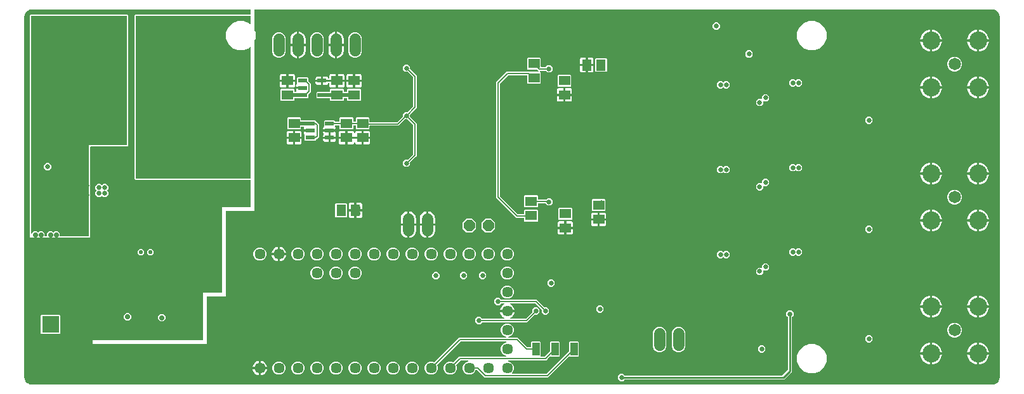
<source format=gbr>
G04 EAGLE Gerber RS-274X export*
G75*
%MOMM*%
%FSLAX34Y34*%
%LPD*%
%INBottom Copper*%
%IPPOS*%
%AMOC8*
5,1,8,0,0,1.08239X$1,22.5*%
G01*
%ADD10R,2.286000X2.286000*%
%ADD11C,1.447800*%
%ADD12R,1.200000X0.550000*%
%ADD13R,1.500000X1.300000*%
%ADD14C,1.524000*%
%ADD15R,1.300000X1.500000*%
%ADD16R,1.016000X1.778000*%
%ADD17P,1.649562X8X22.500000*%
%ADD18C,1.650000*%
%ADD19C,2.400000*%
%ADD20P,0.708749X8X22.500000*%
%ADD21C,0.654800*%
%ADD22C,0.604800*%
%ADD23C,0.564800*%
%ADD24C,0.152400*%
%ADD25C,0.203200*%
%ADD26C,0.508000*%
%ADD27C,0.406400*%
%ADD28P,0.611334X8X22.500000*%
%ADD29C,0.254000*%

G36*
X-495057Y-369022D02*
X-495057Y-369022D01*
X-495040Y-369012D01*
X-495020Y-369008D01*
X-494931Y-368955D01*
X-494840Y-368906D01*
X-494826Y-368892D01*
X-494809Y-368882D01*
X-494742Y-368803D01*
X-494671Y-368728D01*
X-494662Y-368710D01*
X-494649Y-368695D01*
X-494610Y-368599D01*
X-494567Y-368505D01*
X-494565Y-368485D01*
X-494557Y-368467D01*
X-494539Y-368300D01*
X-494539Y-254761D01*
X-457200Y-254761D01*
X-457180Y-254758D01*
X-457161Y-254760D01*
X-457059Y-254738D01*
X-456957Y-254722D01*
X-456940Y-254712D01*
X-456920Y-254708D01*
X-456831Y-254655D01*
X-456740Y-254606D01*
X-456726Y-254592D01*
X-456709Y-254582D01*
X-456642Y-254503D01*
X-456571Y-254428D01*
X-456562Y-254410D01*
X-456549Y-254395D01*
X-456510Y-254299D01*
X-456467Y-254205D01*
X-456465Y-254185D01*
X-456457Y-254167D01*
X-456439Y-254000D01*
X-456439Y-218948D01*
X-456442Y-218928D01*
X-456440Y-218909D01*
X-456462Y-218807D01*
X-456479Y-218705D01*
X-456488Y-218688D01*
X-456492Y-218668D01*
X-456545Y-218579D01*
X-456594Y-218488D01*
X-456608Y-218474D01*
X-456618Y-218457D01*
X-456697Y-218390D01*
X-456772Y-218318D01*
X-456790Y-218310D01*
X-456805Y-218297D01*
X-456901Y-218258D01*
X-456995Y-218215D01*
X-457015Y-218213D01*
X-457033Y-218205D01*
X-457200Y-218187D01*
X-610547Y-218187D01*
X-611887Y-216847D01*
X-611887Y947D01*
X-610547Y2287D01*
X-457200Y2287D01*
X-457180Y2290D01*
X-457161Y2288D01*
X-457059Y2310D01*
X-456957Y2326D01*
X-456940Y2336D01*
X-456920Y2340D01*
X-456831Y2393D01*
X-456740Y2442D01*
X-456726Y2456D01*
X-456709Y2466D01*
X-456642Y2545D01*
X-456571Y2620D01*
X-456562Y2638D01*
X-456549Y2653D01*
X-456510Y2749D01*
X-456467Y2843D01*
X-456465Y2863D01*
X-456457Y2881D01*
X-456439Y3048D01*
X-456439Y8636D01*
X-456442Y8656D01*
X-456440Y8675D01*
X-456462Y8777D01*
X-456479Y8879D01*
X-456488Y8896D01*
X-456492Y8916D01*
X-456545Y9005D01*
X-456594Y9096D01*
X-456608Y9110D01*
X-456618Y9127D01*
X-456697Y9194D01*
X-456772Y9266D01*
X-456790Y9274D01*
X-456805Y9287D01*
X-456901Y9326D01*
X-456995Y9369D01*
X-457015Y9371D01*
X-457033Y9379D01*
X-457200Y9397D01*
X-749300Y9397D01*
X-749326Y9393D01*
X-749375Y9394D01*
X-751059Y9228D01*
X-751087Y9220D01*
X-751115Y9220D01*
X-751276Y9173D01*
X-754389Y7884D01*
X-754445Y7849D01*
X-754505Y7824D01*
X-754570Y7772D01*
X-754598Y7754D01*
X-754611Y7739D01*
X-754636Y7719D01*
X-757019Y5336D01*
X-757057Y5283D01*
X-757103Y5236D01*
X-757143Y5163D01*
X-757162Y5136D01*
X-757168Y5118D01*
X-757184Y5089D01*
X-758473Y1976D01*
X-758480Y1949D01*
X-758493Y1924D01*
X-758528Y1759D01*
X-758694Y75D01*
X-758692Y48D01*
X-758697Y0D01*
X-758697Y-482600D01*
X-758693Y-482626D01*
X-758694Y-482675D01*
X-758528Y-484359D01*
X-758520Y-484387D01*
X-758520Y-484415D01*
X-758473Y-484576D01*
X-757184Y-487689D01*
X-757149Y-487745D01*
X-757124Y-487805D01*
X-757072Y-487870D01*
X-757054Y-487898D01*
X-757039Y-487911D01*
X-757019Y-487936D01*
X-754636Y-490319D01*
X-754583Y-490357D01*
X-754536Y-490403D01*
X-754463Y-490443D01*
X-754436Y-490462D01*
X-754418Y-490468D01*
X-754389Y-490484D01*
X-751276Y-491773D01*
X-751249Y-491780D01*
X-751224Y-491793D01*
X-751059Y-491828D01*
X-749375Y-491994D01*
X-749348Y-491992D01*
X-749300Y-491997D01*
X533400Y-491997D01*
X533426Y-491993D01*
X533475Y-491994D01*
X535159Y-491828D01*
X535187Y-491820D01*
X535215Y-491820D01*
X535376Y-491773D01*
X538489Y-490484D01*
X538545Y-490449D01*
X538605Y-490424D01*
X538670Y-490372D01*
X538698Y-490354D01*
X538711Y-490339D01*
X538736Y-490319D01*
X541119Y-487936D01*
X541157Y-487883D01*
X541203Y-487836D01*
X541243Y-487763D01*
X541262Y-487736D01*
X541268Y-487718D01*
X541284Y-487689D01*
X542573Y-484576D01*
X542580Y-484549D01*
X542593Y-484524D01*
X542628Y-484359D01*
X542794Y-482675D01*
X542792Y-482648D01*
X542797Y-482600D01*
X542797Y0D01*
X542793Y26D01*
X542794Y75D01*
X542628Y1759D01*
X542620Y1787D01*
X542620Y1815D01*
X542573Y1976D01*
X541284Y5089D01*
X541249Y5145D01*
X541224Y5205D01*
X541172Y5270D01*
X541154Y5298D01*
X541139Y5311D01*
X541119Y5336D01*
X538736Y7719D01*
X538683Y7757D01*
X538636Y7803D01*
X538563Y7843D01*
X538536Y7862D01*
X538518Y7868D01*
X538489Y7884D01*
X535376Y9173D01*
X535349Y9180D01*
X535324Y9193D01*
X535159Y9228D01*
X533475Y9394D01*
X533448Y9392D01*
X533400Y9397D01*
X-450850Y9397D01*
X-450870Y9394D01*
X-450889Y9396D01*
X-450991Y9374D01*
X-451093Y9358D01*
X-451110Y9348D01*
X-451130Y9344D01*
X-451219Y9291D01*
X-451310Y9242D01*
X-451324Y9228D01*
X-451341Y9218D01*
X-451408Y9139D01*
X-451480Y9064D01*
X-451488Y9046D01*
X-451501Y9031D01*
X-451540Y8935D01*
X-451583Y8841D01*
X-451585Y8821D01*
X-451593Y8803D01*
X-451611Y8636D01*
X-451611Y-18292D01*
X-451601Y-18357D01*
X-451600Y-18422D01*
X-451577Y-18502D01*
X-451572Y-18535D01*
X-451562Y-18552D01*
X-451553Y-18583D01*
X-450341Y-21510D01*
X-450341Y-29290D01*
X-451553Y-32217D01*
X-451568Y-32280D01*
X-451593Y-32341D01*
X-451602Y-32424D01*
X-451609Y-32456D01*
X-451608Y-32475D01*
X-451611Y-32508D01*
X-451611Y-259589D01*
X-488950Y-259589D01*
X-488970Y-259592D01*
X-488989Y-259590D01*
X-489091Y-259612D01*
X-489193Y-259629D01*
X-489210Y-259638D01*
X-489230Y-259642D01*
X-489319Y-259695D01*
X-489410Y-259744D01*
X-489424Y-259758D01*
X-489441Y-259768D01*
X-489508Y-259847D01*
X-489580Y-259922D01*
X-489588Y-259940D01*
X-489601Y-259955D01*
X-489640Y-260051D01*
X-489683Y-260145D01*
X-489685Y-260165D01*
X-489693Y-260183D01*
X-489711Y-260350D01*
X-489711Y-373889D01*
X-514350Y-373889D01*
X-514370Y-373892D01*
X-514389Y-373890D01*
X-514491Y-373912D01*
X-514593Y-373929D01*
X-514610Y-373938D01*
X-514630Y-373942D01*
X-514719Y-373995D01*
X-514810Y-374044D01*
X-514824Y-374058D01*
X-514841Y-374068D01*
X-514908Y-374147D01*
X-514980Y-374222D01*
X-514988Y-374240D01*
X-515001Y-374255D01*
X-515040Y-374351D01*
X-515083Y-374445D01*
X-515085Y-374465D01*
X-515093Y-374483D01*
X-515111Y-374650D01*
X-515111Y-437389D01*
X-667259Y-437389D01*
X-667259Y-432561D01*
X-520700Y-432561D01*
X-520680Y-432558D01*
X-520661Y-432560D01*
X-520559Y-432538D01*
X-520457Y-432522D01*
X-520440Y-432512D01*
X-520420Y-432508D01*
X-520331Y-432455D01*
X-520240Y-432406D01*
X-520226Y-432392D01*
X-520209Y-432382D01*
X-520142Y-432303D01*
X-520071Y-432228D01*
X-520062Y-432210D01*
X-520049Y-432195D01*
X-520010Y-432099D01*
X-519967Y-432005D01*
X-519965Y-431985D01*
X-519957Y-431967D01*
X-519939Y-431800D01*
X-519939Y-369061D01*
X-495300Y-369061D01*
X-495280Y-369058D01*
X-495261Y-369060D01*
X-495159Y-369038D01*
X-495057Y-369022D01*
G37*
%LPC*%
G36*
X-751587Y-294317D02*
X-751587Y-294317D01*
X-751587Y947D01*
X-750247Y2287D01*
X-621353Y2287D01*
X-620013Y947D01*
X-620013Y-172397D01*
X-621353Y-173737D01*
X-670052Y-173737D01*
X-670072Y-173740D01*
X-670091Y-173738D01*
X-670193Y-173760D01*
X-670295Y-173776D01*
X-670312Y-173786D01*
X-670332Y-173790D01*
X-670421Y-173843D01*
X-670512Y-173892D01*
X-670526Y-173906D01*
X-670543Y-173916D01*
X-670610Y-173995D01*
X-670682Y-174070D01*
X-670690Y-174088D01*
X-670703Y-174103D01*
X-670742Y-174199D01*
X-670785Y-174293D01*
X-670787Y-174313D01*
X-670795Y-174331D01*
X-670813Y-174498D01*
X-670813Y-294317D01*
X-672153Y-295657D01*
X-750247Y-295657D01*
X-751587Y-294317D01*
G37*
%LPD*%
G36*
X-457180Y-216658D02*
X-457180Y-216658D01*
X-457161Y-216660D01*
X-457059Y-216638D01*
X-456957Y-216622D01*
X-456940Y-216612D01*
X-456920Y-216608D01*
X-456831Y-216555D01*
X-456740Y-216506D01*
X-456726Y-216492D01*
X-456709Y-216482D01*
X-456642Y-216403D01*
X-456571Y-216328D01*
X-456562Y-216310D01*
X-456549Y-216295D01*
X-456510Y-216199D01*
X-456467Y-216105D01*
X-456465Y-216085D01*
X-456457Y-216067D01*
X-456439Y-215900D01*
X-456439Y-41437D01*
X-456450Y-41366D01*
X-456452Y-41294D01*
X-456470Y-41245D01*
X-456479Y-41194D01*
X-456512Y-41131D01*
X-456537Y-41063D01*
X-456569Y-41023D01*
X-456594Y-40977D01*
X-456646Y-40927D01*
X-456690Y-40871D01*
X-456734Y-40843D01*
X-456772Y-40807D01*
X-456837Y-40777D01*
X-456897Y-40738D01*
X-456948Y-40726D01*
X-456995Y-40704D01*
X-457066Y-40696D01*
X-457136Y-40678D01*
X-457188Y-40682D01*
X-457239Y-40677D01*
X-457310Y-40692D01*
X-457381Y-40697D01*
X-457429Y-40718D01*
X-457480Y-40729D01*
X-457541Y-40766D01*
X-457607Y-40794D01*
X-457663Y-40839D01*
X-457691Y-40855D01*
X-457706Y-40873D01*
X-457738Y-40899D01*
X-458821Y-41981D01*
X-466010Y-44959D01*
X-473790Y-44959D01*
X-480979Y-41981D01*
X-486481Y-36479D01*
X-489459Y-29290D01*
X-489459Y-21510D01*
X-486481Y-14321D01*
X-480979Y-8819D01*
X-473790Y-5841D01*
X-466010Y-5841D01*
X-458821Y-8819D01*
X-457738Y-9901D01*
X-457680Y-9943D01*
X-457628Y-9993D01*
X-457581Y-10015D01*
X-457539Y-10045D01*
X-457470Y-10066D01*
X-457405Y-10096D01*
X-457353Y-10102D01*
X-457303Y-10117D01*
X-457232Y-10116D01*
X-457161Y-10123D01*
X-457110Y-10112D01*
X-457058Y-10111D01*
X-456990Y-10086D01*
X-456920Y-10071D01*
X-456876Y-10044D01*
X-456827Y-10027D01*
X-456771Y-9982D01*
X-456709Y-9945D01*
X-456675Y-9905D01*
X-456635Y-9873D01*
X-456596Y-9813D01*
X-456549Y-9758D01*
X-456530Y-9710D01*
X-456502Y-9666D01*
X-456484Y-9596D01*
X-456457Y-9530D01*
X-456449Y-9459D01*
X-456441Y-9427D01*
X-456443Y-9404D01*
X-456439Y-9363D01*
X-456439Y0D01*
X-456442Y20D01*
X-456440Y39D01*
X-456462Y141D01*
X-456479Y243D01*
X-456488Y260D01*
X-456492Y280D01*
X-456545Y369D01*
X-456594Y460D01*
X-456608Y474D01*
X-456618Y491D01*
X-456697Y558D01*
X-456772Y630D01*
X-456790Y638D01*
X-456805Y651D01*
X-456901Y690D01*
X-456995Y733D01*
X-457015Y735D01*
X-457033Y743D01*
X-457200Y761D01*
X-609600Y761D01*
X-609620Y758D01*
X-609639Y760D01*
X-609741Y738D01*
X-609843Y722D01*
X-609860Y712D01*
X-609880Y708D01*
X-609969Y655D01*
X-610060Y606D01*
X-610074Y592D01*
X-610091Y582D01*
X-610158Y503D01*
X-610230Y428D01*
X-610238Y410D01*
X-610251Y395D01*
X-610290Y299D01*
X-610333Y205D01*
X-610335Y185D01*
X-610343Y167D01*
X-610361Y0D01*
X-610361Y-215900D01*
X-610358Y-215920D01*
X-610360Y-215939D01*
X-610338Y-216041D01*
X-610322Y-216143D01*
X-610312Y-216160D01*
X-610308Y-216180D01*
X-610255Y-216269D01*
X-610206Y-216360D01*
X-610192Y-216374D01*
X-610182Y-216391D01*
X-610103Y-216458D01*
X-610028Y-216530D01*
X-610010Y-216538D01*
X-609995Y-216551D01*
X-609899Y-216590D01*
X-609805Y-216633D01*
X-609785Y-216635D01*
X-609767Y-216643D01*
X-609600Y-216661D01*
X-457200Y-216661D01*
X-457180Y-216658D01*
G37*
G36*
X-729440Y-294128D02*
X-729440Y-294128D01*
X-729421Y-294130D01*
X-729319Y-294108D01*
X-729217Y-294092D01*
X-729200Y-294082D01*
X-729180Y-294078D01*
X-729091Y-294025D01*
X-729000Y-293976D01*
X-728986Y-293962D01*
X-728969Y-293952D01*
X-728902Y-293873D01*
X-728830Y-293798D01*
X-728822Y-293780D01*
X-728809Y-293765D01*
X-728770Y-293669D01*
X-728727Y-293575D01*
X-728725Y-293555D01*
X-728717Y-293537D01*
X-728699Y-293370D01*
X-728699Y-290112D01*
X-725888Y-287301D01*
X-721912Y-287301D01*
X-720628Y-288585D01*
X-720612Y-288597D01*
X-720600Y-288612D01*
X-720535Y-288654D01*
X-720491Y-288692D01*
X-720466Y-288702D01*
X-720429Y-288729D01*
X-720410Y-288735D01*
X-720393Y-288745D01*
X-720301Y-288769D01*
X-720262Y-288784D01*
X-720242Y-288786D01*
X-720193Y-288801D01*
X-720174Y-288801D01*
X-720154Y-288806D01*
X-720104Y-288802D01*
X-720096Y-288803D01*
X-720084Y-288803D01*
X-720056Y-288798D01*
X-720051Y-288798D01*
X-719948Y-288795D01*
X-719929Y-288788D01*
X-719909Y-288786D01*
X-719861Y-288766D01*
X-719841Y-288763D01*
X-719801Y-288741D01*
X-719717Y-288710D01*
X-719701Y-288698D01*
X-719683Y-288690D01*
X-719641Y-288656D01*
X-719624Y-288648D01*
X-719607Y-288629D01*
X-719552Y-288585D01*
X-718268Y-287301D01*
X-714292Y-287301D01*
X-711481Y-290112D01*
X-711481Y-293370D01*
X-711478Y-293390D01*
X-711480Y-293409D01*
X-711458Y-293511D01*
X-711442Y-293613D01*
X-711432Y-293630D01*
X-711428Y-293650D01*
X-711375Y-293739D01*
X-711326Y-293830D01*
X-711312Y-293844D01*
X-711302Y-293861D01*
X-711223Y-293928D01*
X-711148Y-294000D01*
X-711130Y-294008D01*
X-711115Y-294021D01*
X-711019Y-294060D01*
X-710925Y-294103D01*
X-710905Y-294105D01*
X-710887Y-294113D01*
X-710720Y-294131D01*
X-673100Y-294131D01*
X-673080Y-294128D01*
X-673061Y-294130D01*
X-672959Y-294108D01*
X-672857Y-294092D01*
X-672840Y-294082D01*
X-672820Y-294078D01*
X-672731Y-294025D01*
X-672640Y-293976D01*
X-672626Y-293962D01*
X-672609Y-293952D01*
X-672542Y-293873D01*
X-672471Y-293798D01*
X-672462Y-293780D01*
X-672449Y-293765D01*
X-672410Y-293669D01*
X-672367Y-293575D01*
X-672365Y-293555D01*
X-672357Y-293537D01*
X-672339Y-293370D01*
X-672339Y-172211D01*
X-622300Y-172211D01*
X-622280Y-172208D01*
X-622261Y-172210D01*
X-622159Y-172188D01*
X-622057Y-172172D01*
X-622040Y-172162D01*
X-622020Y-172158D01*
X-621931Y-172105D01*
X-621840Y-172056D01*
X-621826Y-172042D01*
X-621809Y-172032D01*
X-621742Y-171953D01*
X-621671Y-171878D01*
X-621662Y-171860D01*
X-621649Y-171845D01*
X-621610Y-171749D01*
X-621567Y-171655D01*
X-621565Y-171635D01*
X-621557Y-171617D01*
X-621539Y-171450D01*
X-621539Y0D01*
X-621542Y20D01*
X-621540Y39D01*
X-621562Y141D01*
X-621579Y243D01*
X-621588Y260D01*
X-621592Y280D01*
X-621645Y369D01*
X-621694Y460D01*
X-621708Y474D01*
X-621718Y491D01*
X-621797Y558D01*
X-621872Y630D01*
X-621890Y638D01*
X-621905Y651D01*
X-622001Y690D01*
X-622095Y733D01*
X-622115Y735D01*
X-622133Y743D01*
X-622300Y761D01*
X-749300Y761D01*
X-749320Y758D01*
X-749339Y760D01*
X-749441Y738D01*
X-749543Y722D01*
X-749560Y712D01*
X-749580Y708D01*
X-749669Y655D01*
X-749760Y606D01*
X-749774Y592D01*
X-749791Y582D01*
X-749858Y503D01*
X-749930Y428D01*
X-749938Y410D01*
X-749951Y395D01*
X-749990Y299D01*
X-750033Y205D01*
X-750035Y185D01*
X-750043Y167D01*
X-750061Y0D01*
X-750061Y-289317D01*
X-750050Y-289388D01*
X-750048Y-289459D01*
X-750030Y-289508D01*
X-750022Y-289560D01*
X-749988Y-289623D01*
X-749963Y-289690D01*
X-749931Y-289731D01*
X-749906Y-289777D01*
X-749855Y-289826D01*
X-749810Y-289882D01*
X-749766Y-289911D01*
X-749728Y-289947D01*
X-749663Y-289977D01*
X-749603Y-290015D01*
X-749552Y-290028D01*
X-749505Y-290050D01*
X-749434Y-290058D01*
X-749364Y-290076D01*
X-749312Y-290071D01*
X-749261Y-290077D01*
X-749190Y-290062D01*
X-749119Y-290056D01*
X-749071Y-290036D01*
X-749020Y-290025D01*
X-748959Y-289988D01*
X-748893Y-289960D01*
X-748837Y-289915D01*
X-748809Y-289899D01*
X-748794Y-289881D01*
X-748762Y-289855D01*
X-746208Y-287301D01*
X-742232Y-287301D01*
X-740948Y-288585D01*
X-740932Y-288597D01*
X-740920Y-288612D01*
X-740855Y-288654D01*
X-740811Y-288692D01*
X-740786Y-288702D01*
X-740749Y-288729D01*
X-740730Y-288735D01*
X-740713Y-288745D01*
X-740621Y-288769D01*
X-740582Y-288784D01*
X-740562Y-288786D01*
X-740513Y-288801D01*
X-740494Y-288801D01*
X-740474Y-288806D01*
X-740424Y-288802D01*
X-740416Y-288803D01*
X-740404Y-288803D01*
X-740376Y-288798D01*
X-740371Y-288798D01*
X-740268Y-288795D01*
X-740249Y-288788D01*
X-740229Y-288786D01*
X-740181Y-288766D01*
X-740161Y-288763D01*
X-740121Y-288741D01*
X-740037Y-288710D01*
X-740021Y-288698D01*
X-740003Y-288690D01*
X-739961Y-288656D01*
X-739944Y-288648D01*
X-739927Y-288629D01*
X-739872Y-288585D01*
X-738588Y-287301D01*
X-734612Y-287301D01*
X-731801Y-290112D01*
X-731801Y-293370D01*
X-731798Y-293390D01*
X-731800Y-293409D01*
X-731778Y-293511D01*
X-731762Y-293613D01*
X-731752Y-293630D01*
X-731748Y-293650D01*
X-731695Y-293739D01*
X-731646Y-293830D01*
X-731632Y-293844D01*
X-731622Y-293861D01*
X-731543Y-293928D01*
X-731468Y-294000D01*
X-731450Y-294008D01*
X-731435Y-294021D01*
X-731339Y-294060D01*
X-731245Y-294103D01*
X-731225Y-294105D01*
X-731207Y-294113D01*
X-731040Y-294131D01*
X-729460Y-294131D01*
X-729440Y-294128D01*
G37*
%LPC*%
G36*
X-144803Y-482220D02*
X-144803Y-482220D01*
X-154359Y-472664D01*
X-154433Y-472611D01*
X-154502Y-472551D01*
X-154533Y-472539D01*
X-154559Y-472520D01*
X-154646Y-472493D01*
X-154731Y-472459D01*
X-154772Y-472455D01*
X-154794Y-472448D01*
X-154826Y-472449D01*
X-154897Y-472441D01*
X-156158Y-472441D01*
X-156273Y-472460D01*
X-156389Y-472477D01*
X-156395Y-472479D01*
X-156401Y-472480D01*
X-156503Y-472535D01*
X-156608Y-472588D01*
X-156613Y-472593D01*
X-156618Y-472596D01*
X-156698Y-472680D01*
X-156780Y-472764D01*
X-156784Y-472770D01*
X-156787Y-472774D01*
X-156795Y-472791D01*
X-156861Y-472911D01*
X-157670Y-474864D01*
X-160136Y-477330D01*
X-163357Y-478664D01*
X-166843Y-478664D01*
X-170064Y-477330D01*
X-172530Y-474864D01*
X-173864Y-471643D01*
X-173864Y-468157D01*
X-172530Y-464936D01*
X-170064Y-462470D01*
X-167010Y-461205D01*
X-166927Y-461154D01*
X-166841Y-461108D01*
X-166823Y-461090D01*
X-166801Y-461076D01*
X-166738Y-461000D01*
X-166672Y-460930D01*
X-166661Y-460906D01*
X-166644Y-460886D01*
X-166609Y-460795D01*
X-166568Y-460707D01*
X-166565Y-460681D01*
X-166556Y-460657D01*
X-166552Y-460559D01*
X-166541Y-460463D01*
X-166546Y-460437D01*
X-166545Y-460411D01*
X-166572Y-460317D01*
X-166593Y-460222D01*
X-166607Y-460200D01*
X-166614Y-460175D01*
X-166669Y-460095D01*
X-166719Y-460011D01*
X-166739Y-459994D01*
X-166754Y-459973D01*
X-166832Y-459914D01*
X-166906Y-459851D01*
X-166931Y-459841D01*
X-166951Y-459826D01*
X-167044Y-459796D01*
X-167134Y-459759D01*
X-167167Y-459756D01*
X-167185Y-459750D01*
X-167218Y-459750D01*
X-167301Y-459741D01*
X-176432Y-459741D01*
X-176522Y-459755D01*
X-176613Y-459763D01*
X-176643Y-459775D01*
X-176675Y-459780D01*
X-176756Y-459823D01*
X-176840Y-459859D01*
X-176872Y-459885D01*
X-176892Y-459896D01*
X-176915Y-459919D01*
X-176971Y-459964D01*
X-182380Y-465374D01*
X-182448Y-465468D01*
X-182518Y-465562D01*
X-182520Y-465568D01*
X-182524Y-465573D01*
X-182558Y-465684D01*
X-182595Y-465796D01*
X-182595Y-465802D01*
X-182596Y-465808D01*
X-182593Y-465925D01*
X-182592Y-466042D01*
X-182590Y-466049D01*
X-182590Y-466054D01*
X-182584Y-466072D01*
X-182545Y-466203D01*
X-181736Y-468157D01*
X-181736Y-471643D01*
X-183070Y-474864D01*
X-185536Y-477330D01*
X-188757Y-478664D01*
X-192243Y-478664D01*
X-195464Y-477330D01*
X-197930Y-474864D01*
X-199264Y-471643D01*
X-199264Y-468157D01*
X-197930Y-464936D01*
X-195464Y-462470D01*
X-192243Y-461136D01*
X-188757Y-461136D01*
X-186803Y-461945D01*
X-186690Y-461972D01*
X-186576Y-462001D01*
X-186570Y-462000D01*
X-186564Y-462002D01*
X-186447Y-461991D01*
X-186331Y-461982D01*
X-186325Y-461979D01*
X-186319Y-461979D01*
X-186211Y-461931D01*
X-186105Y-461885D01*
X-186099Y-461881D01*
X-186094Y-461879D01*
X-186080Y-461866D01*
X-185974Y-461780D01*
X-180564Y-456371D01*
X-178852Y-454659D01*
X-116501Y-454659D01*
X-116405Y-454644D01*
X-116308Y-454634D01*
X-116284Y-454624D01*
X-116258Y-454620D01*
X-116172Y-454574D01*
X-116083Y-454534D01*
X-116064Y-454517D01*
X-116041Y-454504D01*
X-115974Y-454434D01*
X-115902Y-454368D01*
X-115890Y-454345D01*
X-115872Y-454326D01*
X-115831Y-454238D01*
X-115784Y-454152D01*
X-115779Y-454127D01*
X-115768Y-454103D01*
X-115757Y-454006D01*
X-115740Y-453910D01*
X-115744Y-453884D01*
X-115741Y-453859D01*
X-115762Y-453763D01*
X-115776Y-453667D01*
X-115788Y-453644D01*
X-115793Y-453618D01*
X-115843Y-453535D01*
X-115887Y-453448D01*
X-115906Y-453429D01*
X-115919Y-453407D01*
X-115993Y-453344D01*
X-116063Y-453276D01*
X-116091Y-453260D01*
X-116106Y-453247D01*
X-116137Y-453235D01*
X-116210Y-453195D01*
X-119264Y-451930D01*
X-121730Y-449464D01*
X-123064Y-446243D01*
X-123064Y-442757D01*
X-121730Y-439536D01*
X-119264Y-437070D01*
X-116210Y-435805D01*
X-116127Y-435754D01*
X-116041Y-435708D01*
X-116023Y-435690D01*
X-116001Y-435676D01*
X-115938Y-435600D01*
X-115872Y-435530D01*
X-115861Y-435506D01*
X-115844Y-435486D01*
X-115809Y-435395D01*
X-115768Y-435307D01*
X-115765Y-435281D01*
X-115756Y-435257D01*
X-115752Y-435159D01*
X-115741Y-435063D01*
X-115746Y-435037D01*
X-115745Y-435011D01*
X-115772Y-434917D01*
X-115793Y-434822D01*
X-115807Y-434800D01*
X-115814Y-434775D01*
X-115869Y-434695D01*
X-115919Y-434611D01*
X-115939Y-434594D01*
X-115954Y-434573D01*
X-116032Y-434514D01*
X-116106Y-434451D01*
X-116130Y-434441D01*
X-116151Y-434426D01*
X-116244Y-434396D01*
X-116334Y-434359D01*
X-116367Y-434356D01*
X-116385Y-434350D01*
X-116418Y-434350D01*
X-116501Y-434341D01*
X-176432Y-434341D01*
X-176522Y-434355D01*
X-176613Y-434363D01*
X-176643Y-434375D01*
X-176675Y-434380D01*
X-176756Y-434423D01*
X-176840Y-434459D01*
X-176872Y-434485D01*
X-176892Y-434496D01*
X-176915Y-434519D01*
X-176971Y-434564D01*
X-207780Y-465374D01*
X-207848Y-465468D01*
X-207918Y-465562D01*
X-207920Y-465568D01*
X-207924Y-465573D01*
X-207958Y-465684D01*
X-207995Y-465796D01*
X-207995Y-465802D01*
X-207996Y-465808D01*
X-207993Y-465925D01*
X-207992Y-466042D01*
X-207990Y-466049D01*
X-207990Y-466054D01*
X-207984Y-466072D01*
X-207945Y-466203D01*
X-207136Y-468157D01*
X-207136Y-471643D01*
X-208470Y-474864D01*
X-210936Y-477330D01*
X-214157Y-478664D01*
X-217643Y-478664D01*
X-220864Y-477330D01*
X-223330Y-474864D01*
X-224664Y-471643D01*
X-224664Y-468157D01*
X-223330Y-464936D01*
X-220864Y-462470D01*
X-217643Y-461136D01*
X-214157Y-461136D01*
X-212203Y-461945D01*
X-212090Y-461972D01*
X-211976Y-462001D01*
X-211970Y-462000D01*
X-211964Y-462002D01*
X-211847Y-461991D01*
X-211731Y-461982D01*
X-211725Y-461979D01*
X-211719Y-461979D01*
X-211611Y-461931D01*
X-211505Y-461885D01*
X-211499Y-461881D01*
X-211494Y-461879D01*
X-211480Y-461866D01*
X-211374Y-461780D01*
X-180564Y-430971D01*
X-178852Y-429259D01*
X-116501Y-429259D01*
X-116405Y-429244D01*
X-116308Y-429234D01*
X-116284Y-429224D01*
X-116258Y-429220D01*
X-116172Y-429174D01*
X-116083Y-429134D01*
X-116064Y-429117D01*
X-116041Y-429104D01*
X-115974Y-429034D01*
X-115902Y-428968D01*
X-115890Y-428945D01*
X-115872Y-428926D01*
X-115831Y-428838D01*
X-115784Y-428752D01*
X-115779Y-428727D01*
X-115768Y-428703D01*
X-115757Y-428606D01*
X-115740Y-428510D01*
X-115744Y-428484D01*
X-115741Y-428459D01*
X-115762Y-428363D01*
X-115776Y-428267D01*
X-115788Y-428244D01*
X-115793Y-428218D01*
X-115843Y-428135D01*
X-115887Y-428048D01*
X-115906Y-428029D01*
X-115919Y-428007D01*
X-115993Y-427944D01*
X-116063Y-427876D01*
X-116091Y-427860D01*
X-116106Y-427847D01*
X-116137Y-427835D01*
X-116210Y-427795D01*
X-119264Y-426530D01*
X-121730Y-424064D01*
X-123064Y-420843D01*
X-123064Y-417357D01*
X-121730Y-414136D01*
X-119264Y-411670D01*
X-116043Y-410336D01*
X-112557Y-410336D01*
X-109336Y-411670D01*
X-106870Y-414136D01*
X-105536Y-417357D01*
X-105536Y-420843D01*
X-106870Y-424064D01*
X-109336Y-426530D01*
X-112390Y-427795D01*
X-112473Y-427846D01*
X-112559Y-427892D01*
X-112577Y-427910D01*
X-112599Y-427924D01*
X-112662Y-428000D01*
X-112728Y-428070D01*
X-112739Y-428094D01*
X-112756Y-428114D01*
X-112791Y-428205D01*
X-112832Y-428293D01*
X-112835Y-428319D01*
X-112844Y-428343D01*
X-112848Y-428441D01*
X-112859Y-428537D01*
X-112854Y-428563D01*
X-112855Y-428589D01*
X-112828Y-428683D01*
X-112807Y-428778D01*
X-112793Y-428800D01*
X-112786Y-428825D01*
X-112731Y-428905D01*
X-112681Y-428989D01*
X-112661Y-429006D01*
X-112646Y-429027D01*
X-112568Y-429086D01*
X-112494Y-429149D01*
X-112470Y-429159D01*
X-112449Y-429174D01*
X-112356Y-429204D01*
X-112266Y-429241D01*
X-112233Y-429244D01*
X-112215Y-429250D01*
X-112182Y-429250D01*
X-112099Y-429259D01*
X-100548Y-429259D01*
X-88071Y-441736D01*
X-87997Y-441789D01*
X-87927Y-441849D01*
X-87897Y-441861D01*
X-87871Y-441880D01*
X-87784Y-441907D01*
X-87699Y-441941D01*
X-87658Y-441945D01*
X-87636Y-441952D01*
X-87604Y-441951D01*
X-87532Y-441959D01*
X-83566Y-441959D01*
X-83546Y-441956D01*
X-83527Y-441958D01*
X-83425Y-441936D01*
X-83323Y-441920D01*
X-83306Y-441910D01*
X-83286Y-441906D01*
X-83197Y-441853D01*
X-83106Y-441804D01*
X-83092Y-441790D01*
X-83075Y-441780D01*
X-83008Y-441701D01*
X-82936Y-441626D01*
X-82928Y-441608D01*
X-82915Y-441593D01*
X-82876Y-441497D01*
X-82833Y-441403D01*
X-82831Y-441383D01*
X-82823Y-441365D01*
X-82805Y-441198D01*
X-82805Y-434978D01*
X-81912Y-434085D01*
X-70488Y-434085D01*
X-69595Y-434978D01*
X-69595Y-453898D01*
X-69592Y-453918D01*
X-69594Y-453937D01*
X-69572Y-454039D01*
X-69556Y-454141D01*
X-69546Y-454158D01*
X-69542Y-454178D01*
X-69489Y-454267D01*
X-69440Y-454358D01*
X-69426Y-454372D01*
X-69416Y-454389D01*
X-69337Y-454456D01*
X-69262Y-454528D01*
X-69244Y-454536D01*
X-69229Y-454549D01*
X-69133Y-454588D01*
X-69039Y-454631D01*
X-69019Y-454633D01*
X-69001Y-454641D01*
X-68834Y-454659D01*
X-64868Y-454659D01*
X-64778Y-454645D01*
X-64687Y-454637D01*
X-64657Y-454625D01*
X-64625Y-454620D01*
X-64544Y-454577D01*
X-64460Y-454541D01*
X-64428Y-454515D01*
X-64408Y-454504D01*
X-64385Y-454481D01*
X-64329Y-454436D01*
X-57628Y-447735D01*
X-57575Y-447661D01*
X-57515Y-447591D01*
X-57503Y-447561D01*
X-57484Y-447535D01*
X-57457Y-447448D01*
X-57423Y-447363D01*
X-57419Y-447322D01*
X-57412Y-447300D01*
X-57413Y-447268D01*
X-57405Y-447196D01*
X-57405Y-434978D01*
X-56512Y-434085D01*
X-45088Y-434085D01*
X-44195Y-434978D01*
X-44195Y-454022D01*
X-45088Y-454915D01*
X-56512Y-454915D01*
X-56528Y-454898D01*
X-56544Y-454886D01*
X-56557Y-454871D01*
X-56632Y-454823D01*
X-56651Y-454806D01*
X-56662Y-454802D01*
X-56728Y-454754D01*
X-56747Y-454749D01*
X-56764Y-454738D01*
X-56864Y-454713D01*
X-56963Y-454682D01*
X-56983Y-454683D01*
X-57002Y-454678D01*
X-57105Y-454686D01*
X-57209Y-454688D01*
X-57228Y-454695D01*
X-57248Y-454697D01*
X-57343Y-454737D01*
X-57440Y-454773D01*
X-57456Y-454785D01*
X-57474Y-454793D01*
X-57543Y-454848D01*
X-57548Y-454851D01*
X-57553Y-454857D01*
X-57605Y-454898D01*
X-60736Y-458029D01*
X-62448Y-459741D01*
X-112099Y-459741D01*
X-112195Y-459756D01*
X-112292Y-459766D01*
X-112316Y-459776D01*
X-112342Y-459780D01*
X-112428Y-459826D01*
X-112517Y-459866D01*
X-112536Y-459883D01*
X-112559Y-459896D01*
X-112626Y-459966D01*
X-112698Y-460032D01*
X-112710Y-460055D01*
X-112728Y-460074D01*
X-112769Y-460162D01*
X-112816Y-460248D01*
X-112821Y-460273D01*
X-112832Y-460297D01*
X-112843Y-460394D01*
X-112860Y-460490D01*
X-112856Y-460516D01*
X-112859Y-460541D01*
X-112838Y-460637D01*
X-112824Y-460733D01*
X-112812Y-460756D01*
X-112807Y-460782D01*
X-112757Y-460865D01*
X-112713Y-460952D01*
X-112694Y-460971D01*
X-112681Y-460993D01*
X-112607Y-461056D01*
X-112537Y-461124D01*
X-112509Y-461140D01*
X-112494Y-461153D01*
X-112463Y-461165D01*
X-112390Y-461205D01*
X-109336Y-462470D01*
X-106870Y-464936D01*
X-105536Y-468157D01*
X-105536Y-471643D01*
X-106870Y-474864D01*
X-107845Y-475839D01*
X-107887Y-475897D01*
X-107936Y-475949D01*
X-107958Y-475996D01*
X-107988Y-476038D01*
X-108010Y-476107D01*
X-108040Y-476172D01*
X-108046Y-476224D01*
X-108061Y-476274D01*
X-108059Y-476345D01*
X-108067Y-476416D01*
X-108056Y-476467D01*
X-108054Y-476519D01*
X-108030Y-476587D01*
X-108015Y-476657D01*
X-107988Y-476702D01*
X-107970Y-476750D01*
X-107925Y-476806D01*
X-107888Y-476868D01*
X-107849Y-476902D01*
X-107816Y-476942D01*
X-107756Y-476981D01*
X-107702Y-477028D01*
X-107653Y-477047D01*
X-107609Y-477075D01*
X-107540Y-477093D01*
X-107473Y-477120D01*
X-107402Y-477128D01*
X-107371Y-477136D01*
X-107348Y-477134D01*
X-107307Y-477138D01*
X-61947Y-477138D01*
X-61857Y-477124D01*
X-61766Y-477116D01*
X-61736Y-477104D01*
X-61704Y-477099D01*
X-61623Y-477056D01*
X-61539Y-477020D01*
X-61507Y-476994D01*
X-61487Y-476983D01*
X-61464Y-476960D01*
X-61408Y-476915D01*
X-32228Y-447735D01*
X-32175Y-447661D01*
X-32115Y-447591D01*
X-32103Y-447561D01*
X-32084Y-447535D01*
X-32057Y-447448D01*
X-32023Y-447363D01*
X-32019Y-447322D01*
X-32012Y-447300D01*
X-32013Y-447268D01*
X-32005Y-447196D01*
X-32005Y-434978D01*
X-31112Y-434085D01*
X-19688Y-434085D01*
X-18795Y-434978D01*
X-18795Y-454022D01*
X-19688Y-454915D01*
X-31112Y-454915D01*
X-31128Y-454898D01*
X-31144Y-454886D01*
X-31157Y-454871D01*
X-31232Y-454823D01*
X-31251Y-454806D01*
X-31262Y-454802D01*
X-31328Y-454754D01*
X-31347Y-454749D01*
X-31364Y-454738D01*
X-31464Y-454713D01*
X-31563Y-454682D01*
X-31583Y-454683D01*
X-31602Y-454678D01*
X-31705Y-454686D01*
X-31809Y-454688D01*
X-31828Y-454695D01*
X-31848Y-454697D01*
X-31943Y-454737D01*
X-32040Y-454773D01*
X-32056Y-454785D01*
X-32074Y-454793D01*
X-32142Y-454848D01*
X-32148Y-454851D01*
X-32153Y-454857D01*
X-32205Y-454898D01*
X-59527Y-482220D01*
X-144803Y-482220D01*
G37*
%LPD*%
%LPC*%
G36*
X-90682Y-274065D02*
X-90682Y-274065D01*
X-91575Y-273172D01*
X-91575Y-270002D01*
X-91578Y-269982D01*
X-91576Y-269963D01*
X-91598Y-269861D01*
X-91614Y-269759D01*
X-91624Y-269742D01*
X-91628Y-269722D01*
X-91681Y-269633D01*
X-91730Y-269542D01*
X-91744Y-269528D01*
X-91754Y-269511D01*
X-91833Y-269444D01*
X-91908Y-269372D01*
X-91926Y-269364D01*
X-91941Y-269351D01*
X-92037Y-269312D01*
X-92131Y-269269D01*
X-92151Y-269267D01*
X-92169Y-269259D01*
X-92336Y-269241D01*
X-102652Y-269241D01*
X-129541Y-242352D01*
X-129541Y-87848D01*
X-115352Y-73659D01*
X-85301Y-73659D01*
X-85251Y-73695D01*
X-85181Y-73755D01*
X-85151Y-73767D01*
X-85125Y-73786D01*
X-85038Y-73813D01*
X-84953Y-73847D01*
X-84912Y-73851D01*
X-84890Y-73858D01*
X-84858Y-73857D01*
X-84786Y-73865D01*
X-73196Y-73865D01*
X-73125Y-73854D01*
X-73053Y-73852D01*
X-73004Y-73834D01*
X-72953Y-73826D01*
X-72890Y-73792D01*
X-72822Y-73767D01*
X-72781Y-73735D01*
X-72736Y-73710D01*
X-72686Y-73659D01*
X-72630Y-73614D01*
X-72602Y-73570D01*
X-72566Y-73532D01*
X-72536Y-73467D01*
X-72497Y-73407D01*
X-72484Y-73356D01*
X-72463Y-73309D01*
X-72455Y-73238D01*
X-72437Y-73168D01*
X-72441Y-73116D01*
X-72435Y-73065D01*
X-72451Y-72994D01*
X-72456Y-72923D01*
X-72477Y-72875D01*
X-72488Y-72824D01*
X-72525Y-72763D01*
X-72553Y-72697D01*
X-72597Y-72641D01*
X-72614Y-72613D01*
X-72632Y-72598D01*
X-72657Y-72566D01*
X-74085Y-71138D01*
X-74159Y-71085D01*
X-74229Y-71025D01*
X-74259Y-71013D01*
X-74285Y-70994D01*
X-74372Y-70967D01*
X-74457Y-70933D01*
X-74498Y-70929D01*
X-74520Y-70922D01*
X-74552Y-70923D01*
X-74624Y-70915D01*
X-86872Y-70915D01*
X-87765Y-70022D01*
X-87765Y-55758D01*
X-86872Y-54865D01*
X-70608Y-54865D01*
X-69715Y-55758D01*
X-69715Y-66548D01*
X-69712Y-66568D01*
X-69714Y-66587D01*
X-69692Y-66689D01*
X-69676Y-66791D01*
X-69666Y-66808D01*
X-69662Y-66828D01*
X-69609Y-66917D01*
X-69560Y-67008D01*
X-69546Y-67022D01*
X-69536Y-67039D01*
X-69457Y-67106D01*
X-69382Y-67178D01*
X-69364Y-67186D01*
X-69349Y-67199D01*
X-69253Y-67238D01*
X-69159Y-67281D01*
X-69139Y-67283D01*
X-69121Y-67291D01*
X-68954Y-67309D01*
X-63261Y-67309D01*
X-63171Y-67295D01*
X-63080Y-67287D01*
X-63050Y-67275D01*
X-63018Y-67270D01*
X-62938Y-67227D01*
X-62854Y-67191D01*
X-62822Y-67165D01*
X-62801Y-67154D01*
X-62779Y-67131D01*
X-62723Y-67086D01*
X-60688Y-65051D01*
X-56712Y-65051D01*
X-53901Y-67862D01*
X-53901Y-71838D01*
X-56712Y-74649D01*
X-60688Y-74649D01*
X-62723Y-72614D01*
X-62797Y-72561D01*
X-62866Y-72501D01*
X-62896Y-72489D01*
X-62922Y-72470D01*
X-63009Y-72443D01*
X-63094Y-72409D01*
X-63135Y-72405D01*
X-63158Y-72398D01*
X-63190Y-72399D01*
X-63261Y-72391D01*
X-70245Y-72391D01*
X-70316Y-72402D01*
X-70388Y-72404D01*
X-70437Y-72422D01*
X-70488Y-72430D01*
X-70551Y-72464D01*
X-70619Y-72489D01*
X-70659Y-72521D01*
X-70705Y-72546D01*
X-70755Y-72598D01*
X-70811Y-72642D01*
X-70839Y-72686D01*
X-70875Y-72724D01*
X-70905Y-72789D01*
X-70944Y-72849D01*
X-70956Y-72900D01*
X-70978Y-72947D01*
X-70986Y-73018D01*
X-71004Y-73088D01*
X-71000Y-73140D01*
X-71005Y-73191D01*
X-70990Y-73262D01*
X-70985Y-73333D01*
X-70964Y-73381D01*
X-70953Y-73432D01*
X-70916Y-73493D01*
X-70888Y-73559D01*
X-70843Y-73615D01*
X-70827Y-73643D01*
X-70809Y-73658D01*
X-70783Y-73690D01*
X-69715Y-74758D01*
X-69715Y-89022D01*
X-70608Y-89915D01*
X-86872Y-89915D01*
X-87765Y-89022D01*
X-87765Y-79502D01*
X-87768Y-79482D01*
X-87766Y-79463D01*
X-87788Y-79361D01*
X-87804Y-79259D01*
X-87814Y-79242D01*
X-87818Y-79222D01*
X-87871Y-79133D01*
X-87920Y-79042D01*
X-87934Y-79028D01*
X-87944Y-79011D01*
X-88023Y-78944D01*
X-88098Y-78872D01*
X-88116Y-78864D01*
X-88131Y-78851D01*
X-88227Y-78812D01*
X-88321Y-78769D01*
X-88341Y-78767D01*
X-88359Y-78759D01*
X-88526Y-78741D01*
X-112932Y-78741D01*
X-113022Y-78755D01*
X-113113Y-78763D01*
X-113143Y-78775D01*
X-113175Y-78780D01*
X-113256Y-78823D01*
X-113340Y-78859D01*
X-113372Y-78885D01*
X-113392Y-78896D01*
X-113415Y-78919D01*
X-113471Y-78964D01*
X-124236Y-89729D01*
X-124289Y-89803D01*
X-124349Y-89873D01*
X-124361Y-89903D01*
X-124380Y-89929D01*
X-124407Y-90016D01*
X-124441Y-90101D01*
X-124445Y-90142D01*
X-124452Y-90164D01*
X-124451Y-90196D01*
X-124459Y-90268D01*
X-124459Y-239932D01*
X-124445Y-240022D01*
X-124437Y-240113D01*
X-124425Y-240143D01*
X-124420Y-240175D01*
X-124377Y-240256D01*
X-124341Y-240340D01*
X-124315Y-240372D01*
X-124304Y-240392D01*
X-124281Y-240415D01*
X-124236Y-240471D01*
X-100771Y-263936D01*
X-100697Y-263989D01*
X-100627Y-264049D01*
X-100597Y-264061D01*
X-100571Y-264080D01*
X-100484Y-264107D01*
X-100399Y-264141D01*
X-100358Y-264145D01*
X-100336Y-264152D01*
X-100304Y-264151D01*
X-100232Y-264159D01*
X-92336Y-264159D01*
X-92316Y-264156D01*
X-92297Y-264158D01*
X-92195Y-264136D01*
X-92093Y-264120D01*
X-92076Y-264110D01*
X-92056Y-264106D01*
X-91967Y-264053D01*
X-91876Y-264004D01*
X-91862Y-263990D01*
X-91845Y-263980D01*
X-91778Y-263901D01*
X-91706Y-263826D01*
X-91698Y-263808D01*
X-91685Y-263793D01*
X-91646Y-263697D01*
X-91603Y-263603D01*
X-91601Y-263583D01*
X-91593Y-263565D01*
X-91575Y-263398D01*
X-91575Y-258908D01*
X-90682Y-258015D01*
X-74418Y-258015D01*
X-73525Y-258908D01*
X-73525Y-273172D01*
X-74418Y-274065D01*
X-90682Y-274065D01*
G37*
%LPD*%
%LPC*%
G36*
X-250908Y-200989D02*
X-250908Y-200989D01*
X-253719Y-198178D01*
X-253719Y-194202D01*
X-250908Y-191391D01*
X-247010Y-191391D01*
X-246920Y-191377D01*
X-246829Y-191369D01*
X-246800Y-191357D01*
X-246768Y-191352D01*
X-246687Y-191309D01*
X-246603Y-191273D01*
X-246571Y-191247D01*
X-246550Y-191236D01*
X-246528Y-191213D01*
X-246472Y-191168D01*
X-240000Y-184696D01*
X-239947Y-184622D01*
X-239887Y-184552D01*
X-239875Y-184522D01*
X-239856Y-184496D01*
X-239829Y-184409D01*
X-239795Y-184324D01*
X-239791Y-184283D01*
X-239784Y-184261D01*
X-239785Y-184229D01*
X-239777Y-184158D01*
X-239777Y-145383D01*
X-239791Y-145292D01*
X-239799Y-145202D01*
X-239811Y-145172D01*
X-239816Y-145140D01*
X-239859Y-145059D01*
X-239895Y-144975D01*
X-239921Y-144943D01*
X-239932Y-144922D01*
X-239955Y-144900D01*
X-240000Y-144844D01*
X-247132Y-137712D01*
X-247206Y-137659D01*
X-247276Y-137599D01*
X-247306Y-137587D01*
X-247332Y-137568D01*
X-247419Y-137541D01*
X-247504Y-137507D01*
X-247545Y-137503D01*
X-247567Y-137496D01*
X-247599Y-137497D01*
X-247671Y-137489D01*
X-250779Y-137489D01*
X-250870Y-137503D01*
X-250960Y-137511D01*
X-250990Y-137523D01*
X-251022Y-137528D01*
X-251103Y-137571D01*
X-251187Y-137607D01*
X-251219Y-137633D01*
X-251240Y-137644D01*
X-251262Y-137667D01*
X-251318Y-137712D01*
X-259403Y-145797D01*
X-297554Y-145797D01*
X-297574Y-145800D01*
X-297593Y-145798D01*
X-297695Y-145820D01*
X-297797Y-145836D01*
X-297814Y-145846D01*
X-297834Y-145850D01*
X-297923Y-145903D01*
X-298014Y-145952D01*
X-298028Y-145966D01*
X-298045Y-145976D01*
X-298112Y-146055D01*
X-298184Y-146130D01*
X-298192Y-146148D01*
X-298205Y-146163D01*
X-298244Y-146259D01*
X-298287Y-146353D01*
X-298289Y-146373D01*
X-298297Y-146391D01*
X-298315Y-146558D01*
X-298315Y-150032D01*
X-299208Y-150925D01*
X-315472Y-150925D01*
X-316365Y-150032D01*
X-316365Y-146202D01*
X-316368Y-146182D01*
X-316366Y-146163D01*
X-316388Y-146061D01*
X-316404Y-145959D01*
X-316414Y-145942D01*
X-316418Y-145922D01*
X-316471Y-145834D01*
X-316520Y-145742D01*
X-316534Y-145728D01*
X-316544Y-145711D01*
X-316623Y-145644D01*
X-316698Y-145572D01*
X-316716Y-145564D01*
X-316731Y-145551D01*
X-316827Y-145512D01*
X-316921Y-145469D01*
X-316941Y-145467D01*
X-316959Y-145459D01*
X-317126Y-145441D01*
X-319144Y-145441D01*
X-319164Y-145444D01*
X-319183Y-145442D01*
X-319285Y-145464D01*
X-319387Y-145480D01*
X-319404Y-145490D01*
X-319424Y-145494D01*
X-319513Y-145547D01*
X-319604Y-145596D01*
X-319618Y-145610D01*
X-319635Y-145620D01*
X-319702Y-145699D01*
X-319774Y-145774D01*
X-319782Y-145792D01*
X-319795Y-145807D01*
X-319834Y-145903D01*
X-319877Y-145997D01*
X-319879Y-146017D01*
X-319887Y-146035D01*
X-319905Y-146202D01*
X-319905Y-150032D01*
X-320798Y-150925D01*
X-337062Y-150925D01*
X-337955Y-150032D01*
X-337955Y-146202D01*
X-337958Y-146182D01*
X-337956Y-146163D01*
X-337978Y-146061D01*
X-337994Y-145959D01*
X-338004Y-145942D01*
X-338008Y-145922D01*
X-338061Y-145834D01*
X-338110Y-145742D01*
X-338124Y-145728D01*
X-338134Y-145711D01*
X-338213Y-145644D01*
X-338288Y-145572D01*
X-338306Y-145564D01*
X-338321Y-145551D01*
X-338417Y-145512D01*
X-338511Y-145469D01*
X-338531Y-145467D01*
X-338549Y-145459D01*
X-338716Y-145441D01*
X-343204Y-145441D01*
X-343224Y-145444D01*
X-343243Y-145442D01*
X-343345Y-145464D01*
X-343447Y-145480D01*
X-343464Y-145490D01*
X-343484Y-145494D01*
X-343573Y-145547D01*
X-343664Y-145596D01*
X-343678Y-145610D01*
X-343695Y-145620D01*
X-343762Y-145699D01*
X-343834Y-145774D01*
X-343842Y-145792D01*
X-343855Y-145807D01*
X-343894Y-145903D01*
X-343937Y-145997D01*
X-343939Y-146017D01*
X-343947Y-146035D01*
X-343965Y-146202D01*
X-343965Y-146282D01*
X-344097Y-146414D01*
X-344166Y-146509D01*
X-344237Y-146606D01*
X-344239Y-146610D01*
X-344241Y-146613D01*
X-344276Y-146727D01*
X-344312Y-146840D01*
X-344312Y-146845D01*
X-344313Y-146848D01*
X-344310Y-146967D01*
X-344308Y-147086D01*
X-344307Y-147090D01*
X-344307Y-147094D01*
X-344266Y-147205D01*
X-344227Y-147318D01*
X-344224Y-147321D01*
X-344223Y-147325D01*
X-344148Y-147418D01*
X-344075Y-147512D01*
X-344071Y-147515D01*
X-344069Y-147517D01*
X-344057Y-147525D01*
X-343940Y-147611D01*
X-343930Y-147617D01*
X-343457Y-148090D01*
X-343122Y-148669D01*
X-342949Y-149316D01*
X-342949Y-151026D01*
X-350877Y-151026D01*
X-350896Y-151029D01*
X-350916Y-151027D01*
X-351018Y-151049D01*
X-351120Y-151065D01*
X-351137Y-151075D01*
X-351157Y-151079D01*
X-351246Y-151132D01*
X-351337Y-151181D01*
X-351351Y-151195D01*
X-351368Y-151205D01*
X-351435Y-151284D01*
X-351489Y-151341D01*
X-351497Y-151327D01*
X-351511Y-151313D01*
X-351521Y-151296D01*
X-351600Y-151229D01*
X-351675Y-151157D01*
X-351693Y-151149D01*
X-351708Y-151136D01*
X-351805Y-151097D01*
X-351898Y-151054D01*
X-351918Y-151052D01*
X-351936Y-151044D01*
X-352103Y-151026D01*
X-360031Y-151026D01*
X-360031Y-149316D01*
X-359858Y-148669D01*
X-359523Y-148090D01*
X-359050Y-147617D01*
X-359040Y-147611D01*
X-358949Y-147536D01*
X-358855Y-147462D01*
X-358853Y-147458D01*
X-358850Y-147455D01*
X-358787Y-147356D01*
X-358722Y-147255D01*
X-358721Y-147251D01*
X-358719Y-147247D01*
X-358691Y-147132D01*
X-358662Y-147016D01*
X-358663Y-147012D01*
X-358662Y-147008D01*
X-358672Y-146889D01*
X-358681Y-146771D01*
X-358683Y-146767D01*
X-358683Y-146763D01*
X-358731Y-146655D01*
X-358778Y-146545D01*
X-358781Y-146541D01*
X-358782Y-146538D01*
X-358791Y-146528D01*
X-358883Y-146414D01*
X-359015Y-146282D01*
X-359015Y-139518D01*
X-358122Y-138625D01*
X-344858Y-138625D01*
X-343965Y-139518D01*
X-343965Y-139598D01*
X-343962Y-139618D01*
X-343964Y-139637D01*
X-343942Y-139739D01*
X-343926Y-139841D01*
X-343916Y-139858D01*
X-343912Y-139878D01*
X-343859Y-139967D01*
X-343810Y-140058D01*
X-343796Y-140072D01*
X-343786Y-140089D01*
X-343707Y-140156D01*
X-343632Y-140228D01*
X-343614Y-140236D01*
X-343599Y-140249D01*
X-343503Y-140288D01*
X-343409Y-140331D01*
X-343389Y-140333D01*
X-343371Y-140341D01*
X-343204Y-140359D01*
X-338716Y-140359D01*
X-338696Y-140356D01*
X-338677Y-140358D01*
X-338575Y-140336D01*
X-338473Y-140320D01*
X-338456Y-140310D01*
X-338436Y-140306D01*
X-338347Y-140253D01*
X-338256Y-140204D01*
X-338242Y-140190D01*
X-338225Y-140180D01*
X-338158Y-140101D01*
X-338086Y-140026D01*
X-338078Y-140008D01*
X-338065Y-139993D01*
X-338026Y-139897D01*
X-337983Y-139803D01*
X-337981Y-139783D01*
X-337973Y-139765D01*
X-337955Y-139598D01*
X-337955Y-135768D01*
X-337062Y-134875D01*
X-320798Y-134875D01*
X-319905Y-135768D01*
X-319905Y-139598D01*
X-319902Y-139618D01*
X-319904Y-139637D01*
X-319882Y-139739D01*
X-319866Y-139841D01*
X-319856Y-139858D01*
X-319852Y-139878D01*
X-319799Y-139967D01*
X-319750Y-140058D01*
X-319736Y-140072D01*
X-319726Y-140089D01*
X-319647Y-140156D01*
X-319572Y-140228D01*
X-319554Y-140236D01*
X-319539Y-140249D01*
X-319443Y-140288D01*
X-319349Y-140331D01*
X-319329Y-140333D01*
X-319311Y-140341D01*
X-319144Y-140359D01*
X-317126Y-140359D01*
X-317106Y-140356D01*
X-317087Y-140358D01*
X-316985Y-140336D01*
X-316883Y-140320D01*
X-316866Y-140310D01*
X-316846Y-140306D01*
X-316757Y-140253D01*
X-316666Y-140204D01*
X-316652Y-140190D01*
X-316635Y-140180D01*
X-316568Y-140101D01*
X-316496Y-140026D01*
X-316488Y-140008D01*
X-316475Y-139993D01*
X-316436Y-139897D01*
X-316393Y-139803D01*
X-316391Y-139783D01*
X-316383Y-139765D01*
X-316365Y-139598D01*
X-316365Y-135768D01*
X-315472Y-134875D01*
X-299208Y-134875D01*
X-298315Y-135768D01*
X-298315Y-140462D01*
X-298312Y-140482D01*
X-298314Y-140501D01*
X-298292Y-140603D01*
X-298276Y-140705D01*
X-298266Y-140722D01*
X-298262Y-140742D01*
X-298209Y-140831D01*
X-298160Y-140922D01*
X-298146Y-140936D01*
X-298136Y-140953D01*
X-298057Y-141020D01*
X-297982Y-141092D01*
X-297964Y-141100D01*
X-297949Y-141113D01*
X-297853Y-141152D01*
X-297759Y-141195D01*
X-297739Y-141197D01*
X-297721Y-141205D01*
X-297554Y-141223D01*
X-261613Y-141223D01*
X-261522Y-141209D01*
X-261432Y-141201D01*
X-261402Y-141189D01*
X-261370Y-141184D01*
X-261289Y-141141D01*
X-261205Y-141105D01*
X-261173Y-141079D01*
X-261152Y-141068D01*
X-261130Y-141045D01*
X-261074Y-141000D01*
X-253942Y-133868D01*
X-253889Y-133794D01*
X-253829Y-133724D01*
X-253817Y-133694D01*
X-253798Y-133668D01*
X-253771Y-133581D01*
X-253737Y-133496D01*
X-253733Y-133455D01*
X-253726Y-133433D01*
X-253727Y-133401D01*
X-253719Y-133329D01*
X-253719Y-130702D01*
X-250908Y-127891D01*
X-247671Y-127891D01*
X-247580Y-127877D01*
X-247490Y-127869D01*
X-247460Y-127857D01*
X-247428Y-127852D01*
X-247347Y-127809D01*
X-247263Y-127773D01*
X-247231Y-127747D01*
X-247210Y-127736D01*
X-247188Y-127713D01*
X-247132Y-127668D01*
X-240000Y-120536D01*
X-239947Y-120462D01*
X-239887Y-120392D01*
X-239875Y-120362D01*
X-239856Y-120336D01*
X-239829Y-120249D01*
X-239795Y-120164D01*
X-239791Y-120123D01*
X-239784Y-120101D01*
X-239785Y-120069D01*
X-239777Y-119997D01*
X-239777Y-81273D01*
X-239791Y-81182D01*
X-239799Y-81092D01*
X-239811Y-81062D01*
X-239816Y-81030D01*
X-239859Y-80949D01*
X-239895Y-80865D01*
X-239921Y-80833D01*
X-239932Y-80812D01*
X-239955Y-80790D01*
X-240000Y-80734D01*
X-246522Y-74212D01*
X-246596Y-74159D01*
X-246666Y-74099D01*
X-246696Y-74087D01*
X-246722Y-74068D01*
X-246809Y-74041D01*
X-246894Y-74007D01*
X-246935Y-74003D01*
X-246957Y-73996D01*
X-246989Y-73997D01*
X-247061Y-73989D01*
X-250908Y-73989D01*
X-253719Y-71178D01*
X-253719Y-67202D01*
X-250908Y-64391D01*
X-246932Y-64391D01*
X-244121Y-67202D01*
X-244121Y-69829D01*
X-244107Y-69920D01*
X-244099Y-70010D01*
X-244087Y-70040D01*
X-244082Y-70072D01*
X-244039Y-70153D01*
X-244003Y-70237D01*
X-243977Y-70269D01*
X-243966Y-70290D01*
X-243943Y-70312D01*
X-243898Y-70368D01*
X-235203Y-79063D01*
X-235203Y-122207D01*
X-243898Y-130902D01*
X-243951Y-130976D01*
X-244011Y-131046D01*
X-244023Y-131076D01*
X-244042Y-131102D01*
X-244069Y-131189D01*
X-244103Y-131274D01*
X-244107Y-131315D01*
X-244114Y-131337D01*
X-244113Y-131369D01*
X-244121Y-131441D01*
X-244121Y-133939D01*
X-244107Y-134030D01*
X-244099Y-134120D01*
X-244087Y-134150D01*
X-244082Y-134182D01*
X-244039Y-134263D01*
X-244003Y-134347D01*
X-243977Y-134379D01*
X-243966Y-134400D01*
X-243943Y-134422D01*
X-243898Y-134478D01*
X-235203Y-143173D01*
X-235203Y-186367D01*
X-236766Y-187930D01*
X-243898Y-195062D01*
X-243951Y-195136D01*
X-244011Y-195206D01*
X-244023Y-195236D01*
X-244042Y-195262D01*
X-244069Y-195349D01*
X-244103Y-195434D01*
X-244107Y-195475D01*
X-244114Y-195497D01*
X-244113Y-195529D01*
X-244121Y-195600D01*
X-244121Y-198178D01*
X-246932Y-200989D01*
X-250908Y-200989D01*
G37*
%LPD*%
%LPC*%
G36*
X36112Y-487399D02*
X36112Y-487399D01*
X33301Y-484588D01*
X33301Y-480612D01*
X36112Y-477801D01*
X40088Y-477801D01*
X41869Y-479582D01*
X41943Y-479635D01*
X42012Y-479695D01*
X42042Y-479707D01*
X42068Y-479726D01*
X42155Y-479753D01*
X42240Y-479787D01*
X42281Y-479791D01*
X42304Y-479798D01*
X42336Y-479797D01*
X42407Y-479805D01*
X252527Y-479805D01*
X252617Y-479791D01*
X252708Y-479783D01*
X252738Y-479771D01*
X252770Y-479766D01*
X252850Y-479723D01*
X252934Y-479687D01*
X252966Y-479661D01*
X252987Y-479650D01*
X253009Y-479627D01*
X253065Y-479582D01*
X259872Y-472775D01*
X259925Y-472701D01*
X259985Y-472632D01*
X259997Y-472602D01*
X260016Y-472576D01*
X260043Y-472489D01*
X260077Y-472404D01*
X260081Y-472363D01*
X260088Y-472341D01*
X260087Y-472308D01*
X260095Y-472237D01*
X260095Y-401817D01*
X260081Y-401727D01*
X260073Y-401636D01*
X260061Y-401606D01*
X260056Y-401574D01*
X260013Y-401494D01*
X259977Y-401410D01*
X259951Y-401378D01*
X259940Y-401357D01*
X259917Y-401335D01*
X259872Y-401279D01*
X258091Y-399498D01*
X258091Y-395522D01*
X260902Y-392711D01*
X264878Y-392711D01*
X267689Y-395522D01*
X267689Y-399498D01*
X265908Y-401279D01*
X265855Y-401353D01*
X265795Y-401422D01*
X265783Y-401452D01*
X265764Y-401478D01*
X265737Y-401565D01*
X265703Y-401650D01*
X265699Y-401691D01*
X265692Y-401714D01*
X265693Y-401746D01*
X265685Y-401817D01*
X265685Y-474868D01*
X255158Y-485395D01*
X42407Y-485395D01*
X42317Y-485409D01*
X42226Y-485417D01*
X42196Y-485429D01*
X42164Y-485434D01*
X42084Y-485477D01*
X42000Y-485513D01*
X41967Y-485539D01*
X41947Y-485550D01*
X41925Y-485573D01*
X41869Y-485618D01*
X40088Y-487399D01*
X36112Y-487399D01*
G37*
%LPD*%
%LPC*%
G36*
X288210Y-44959D02*
X288210Y-44959D01*
X281021Y-41981D01*
X275519Y-36479D01*
X272541Y-29290D01*
X272541Y-21510D01*
X275519Y-14321D01*
X281021Y-8819D01*
X288210Y-5841D01*
X295990Y-5841D01*
X303179Y-8819D01*
X308681Y-14321D01*
X311659Y-21510D01*
X311659Y-29290D01*
X308681Y-36479D01*
X303179Y-41981D01*
X295990Y-44959D01*
X288210Y-44959D01*
G37*
%LPD*%
%LPC*%
G36*
X288210Y-476759D02*
X288210Y-476759D01*
X281021Y-473781D01*
X275519Y-468279D01*
X272541Y-461090D01*
X272541Y-453310D01*
X275519Y-446121D01*
X281021Y-440619D01*
X288210Y-437641D01*
X295990Y-437641D01*
X303179Y-440619D01*
X308681Y-446121D01*
X311659Y-453310D01*
X311659Y-461090D01*
X308681Y-468279D01*
X303179Y-473781D01*
X295990Y-476759D01*
X288210Y-476759D01*
G37*
%LPD*%
%LPC*%
G36*
X-154388Y-411199D02*
X-154388Y-411199D01*
X-157199Y-408388D01*
X-157199Y-404412D01*
X-154388Y-401601D01*
X-150412Y-401601D01*
X-148123Y-403890D01*
X-148049Y-403943D01*
X-147980Y-404003D01*
X-147950Y-404015D01*
X-147924Y-404034D01*
X-147837Y-404061D01*
X-147752Y-404095D01*
X-147711Y-404099D01*
X-147688Y-404106D01*
X-147656Y-404105D01*
X-147585Y-404113D01*
X-118575Y-404113D01*
X-118508Y-404102D01*
X-118441Y-404101D01*
X-118388Y-404083D01*
X-118333Y-404074D01*
X-118273Y-404042D01*
X-118209Y-404019D01*
X-118165Y-403985D01*
X-118115Y-403958D01*
X-118069Y-403909D01*
X-118015Y-403868D01*
X-117984Y-403821D01*
X-117946Y-403780D01*
X-117917Y-403719D01*
X-117880Y-403662D01*
X-117866Y-403608D01*
X-117842Y-403557D01*
X-117835Y-403490D01*
X-117817Y-403424D01*
X-117821Y-403368D01*
X-117815Y-403313D01*
X-117829Y-403246D01*
X-117834Y-403179D01*
X-117855Y-403127D01*
X-117867Y-403072D01*
X-117902Y-403014D01*
X-117928Y-402951D01*
X-117965Y-402909D01*
X-117994Y-402861D01*
X-118045Y-402817D01*
X-118090Y-402766D01*
X-118155Y-402723D01*
X-118180Y-402701D01*
X-118200Y-402693D01*
X-118230Y-402674D01*
X-119426Y-402064D01*
X-120671Y-401160D01*
X-121760Y-400071D01*
X-122664Y-398826D01*
X-123363Y-397454D01*
X-123839Y-395990D01*
X-123960Y-395223D01*
X-115062Y-395223D01*
X-115042Y-395220D01*
X-115023Y-395222D01*
X-114921Y-395200D01*
X-114819Y-395183D01*
X-114802Y-395174D01*
X-114782Y-395170D01*
X-114693Y-395117D01*
X-114602Y-395068D01*
X-114588Y-395054D01*
X-114571Y-395044D01*
X-114504Y-394965D01*
X-114433Y-394890D01*
X-114424Y-394872D01*
X-114411Y-394857D01*
X-114373Y-394761D01*
X-114329Y-394667D01*
X-114327Y-394647D01*
X-114319Y-394629D01*
X-114301Y-394462D01*
X-114301Y-392938D01*
X-114304Y-392918D01*
X-114302Y-392899D01*
X-114324Y-392797D01*
X-114341Y-392695D01*
X-114350Y-392678D01*
X-114354Y-392658D01*
X-114407Y-392569D01*
X-114456Y-392478D01*
X-114470Y-392464D01*
X-114480Y-392447D01*
X-114559Y-392380D01*
X-114634Y-392309D01*
X-114652Y-392300D01*
X-114667Y-392287D01*
X-114763Y-392248D01*
X-114857Y-392205D01*
X-114877Y-392203D01*
X-114895Y-392195D01*
X-115062Y-392177D01*
X-123960Y-392177D01*
X-123839Y-391410D01*
X-123363Y-389946D01*
X-122664Y-388574D01*
X-121760Y-387329D01*
X-120671Y-386240D01*
X-119426Y-385336D01*
X-118230Y-384726D01*
X-118175Y-384686D01*
X-118115Y-384654D01*
X-118077Y-384614D01*
X-118031Y-384581D01*
X-117992Y-384525D01*
X-117946Y-384476D01*
X-117922Y-384425D01*
X-117890Y-384379D01*
X-117871Y-384315D01*
X-117842Y-384253D01*
X-117836Y-384197D01*
X-117820Y-384144D01*
X-117823Y-384076D01*
X-117815Y-384009D01*
X-117827Y-383954D01*
X-117829Y-383898D01*
X-117853Y-383834D01*
X-117867Y-383768D01*
X-117896Y-383720D01*
X-117916Y-383668D01*
X-117959Y-383615D01*
X-117994Y-383557D01*
X-118036Y-383521D01*
X-118072Y-383477D01*
X-118129Y-383441D01*
X-118180Y-383397D01*
X-118232Y-383376D01*
X-118280Y-383346D01*
X-118346Y-383331D01*
X-118409Y-383305D01*
X-118487Y-383297D01*
X-118519Y-383289D01*
X-118540Y-383291D01*
X-118575Y-383287D01*
X-122185Y-383287D01*
X-122275Y-383301D01*
X-122366Y-383309D01*
X-122396Y-383321D01*
X-122428Y-383326D01*
X-122508Y-383369D01*
X-122592Y-383405D01*
X-122624Y-383431D01*
X-122645Y-383442D01*
X-122667Y-383465D01*
X-122723Y-383510D01*
X-125012Y-385799D01*
X-128988Y-385799D01*
X-131799Y-382988D01*
X-131799Y-379012D01*
X-128988Y-376201D01*
X-125012Y-376201D01*
X-122723Y-378490D01*
X-122649Y-378543D01*
X-122580Y-378603D01*
X-122550Y-378615D01*
X-122524Y-378634D01*
X-122437Y-378661D01*
X-122352Y-378695D01*
X-122311Y-378699D01*
X-122288Y-378706D01*
X-122256Y-378705D01*
X-122185Y-378713D01*
X-75253Y-378713D01*
X-65288Y-388678D01*
X-65214Y-388731D01*
X-65144Y-388791D01*
X-65114Y-388803D01*
X-65088Y-388822D01*
X-65001Y-388849D01*
X-64916Y-388883D01*
X-64875Y-388887D01*
X-64853Y-388894D01*
X-64821Y-388893D01*
X-64749Y-388901D01*
X-61512Y-388901D01*
X-58701Y-391712D01*
X-58701Y-395688D01*
X-61512Y-398499D01*
X-65488Y-398499D01*
X-68299Y-395688D01*
X-68299Y-392451D01*
X-68313Y-392360D01*
X-68321Y-392270D01*
X-68333Y-392240D01*
X-68338Y-392208D01*
X-68381Y-392127D01*
X-68417Y-392043D01*
X-68443Y-392011D01*
X-68454Y-391990D01*
X-68477Y-391968D01*
X-68522Y-391912D01*
X-76924Y-383510D01*
X-76998Y-383457D01*
X-77068Y-383397D01*
X-77098Y-383385D01*
X-77124Y-383366D01*
X-77211Y-383339D01*
X-77296Y-383305D01*
X-77337Y-383301D01*
X-77359Y-383294D01*
X-77391Y-383295D01*
X-77463Y-383287D01*
X-110025Y-383287D01*
X-110092Y-383298D01*
X-110159Y-383299D01*
X-110212Y-383317D01*
X-110267Y-383326D01*
X-110327Y-383358D01*
X-110391Y-383381D01*
X-110435Y-383415D01*
X-110485Y-383442D01*
X-110531Y-383491D01*
X-110585Y-383532D01*
X-110616Y-383579D01*
X-110654Y-383620D01*
X-110683Y-383681D01*
X-110720Y-383738D01*
X-110734Y-383792D01*
X-110758Y-383843D01*
X-110765Y-383910D01*
X-110783Y-383976D01*
X-110779Y-384032D01*
X-110785Y-384087D01*
X-110771Y-384154D01*
X-110766Y-384221D01*
X-110745Y-384273D01*
X-110733Y-384328D01*
X-110698Y-384386D01*
X-110672Y-384449D01*
X-110635Y-384491D01*
X-110606Y-384539D01*
X-110555Y-384583D01*
X-110510Y-384634D01*
X-110445Y-384677D01*
X-110420Y-384699D01*
X-110400Y-384707D01*
X-110370Y-384726D01*
X-109174Y-385336D01*
X-107929Y-386240D01*
X-106840Y-387329D01*
X-105936Y-388574D01*
X-105237Y-389946D01*
X-104761Y-391410D01*
X-104640Y-392177D01*
X-113538Y-392177D01*
X-113558Y-392180D01*
X-113577Y-392178D01*
X-113679Y-392200D01*
X-113781Y-392217D01*
X-113798Y-392226D01*
X-113818Y-392230D01*
X-113907Y-392283D01*
X-113998Y-392332D01*
X-114012Y-392346D01*
X-114029Y-392356D01*
X-114096Y-392435D01*
X-114167Y-392510D01*
X-114176Y-392528D01*
X-114189Y-392543D01*
X-114227Y-392639D01*
X-114271Y-392733D01*
X-114273Y-392753D01*
X-114281Y-392771D01*
X-114299Y-392938D01*
X-114299Y-394462D01*
X-114296Y-394482D01*
X-114298Y-394501D01*
X-114276Y-394603D01*
X-114259Y-394705D01*
X-114250Y-394722D01*
X-114246Y-394742D01*
X-114193Y-394831D01*
X-114144Y-394922D01*
X-114130Y-394936D01*
X-114120Y-394953D01*
X-114041Y-395020D01*
X-113966Y-395091D01*
X-113948Y-395100D01*
X-113933Y-395113D01*
X-113837Y-395152D01*
X-113743Y-395195D01*
X-113723Y-395197D01*
X-113705Y-395205D01*
X-113538Y-395223D01*
X-104640Y-395223D01*
X-104761Y-395990D01*
X-105237Y-397454D01*
X-105936Y-398826D01*
X-106840Y-400071D01*
X-107929Y-401160D01*
X-109174Y-402064D01*
X-110370Y-402674D01*
X-110425Y-402714D01*
X-110485Y-402746D01*
X-110523Y-402786D01*
X-110569Y-402819D01*
X-110608Y-402875D01*
X-110654Y-402924D01*
X-110678Y-402975D01*
X-110710Y-403021D01*
X-110729Y-403085D01*
X-110758Y-403147D01*
X-110764Y-403203D01*
X-110780Y-403256D01*
X-110777Y-403324D01*
X-110785Y-403391D01*
X-110773Y-403446D01*
X-110771Y-403502D01*
X-110747Y-403566D01*
X-110733Y-403632D01*
X-110704Y-403680D01*
X-110684Y-403732D01*
X-110641Y-403785D01*
X-110606Y-403843D01*
X-110564Y-403879D01*
X-110528Y-403923D01*
X-110471Y-403959D01*
X-110420Y-404003D01*
X-110368Y-404024D01*
X-110320Y-404054D01*
X-110254Y-404069D01*
X-110191Y-404095D01*
X-110113Y-404103D01*
X-110081Y-404111D01*
X-110060Y-404109D01*
X-110025Y-404113D01*
X-90163Y-404113D01*
X-90072Y-404099D01*
X-89982Y-404091D01*
X-89952Y-404079D01*
X-89920Y-404074D01*
X-89839Y-404031D01*
X-89755Y-403995D01*
X-89723Y-403969D01*
X-89702Y-403958D01*
X-89680Y-403935D01*
X-89624Y-403890D01*
X-81222Y-395488D01*
X-81169Y-395414D01*
X-81109Y-395344D01*
X-81097Y-395314D01*
X-81078Y-395288D01*
X-81051Y-395201D01*
X-81017Y-395116D01*
X-81013Y-395075D01*
X-81006Y-395053D01*
X-81007Y-395021D01*
X-80999Y-394949D01*
X-80999Y-391712D01*
X-78188Y-388901D01*
X-74212Y-388901D01*
X-71401Y-391712D01*
X-71401Y-395688D01*
X-74212Y-398499D01*
X-77449Y-398499D01*
X-77540Y-398513D01*
X-77630Y-398521D01*
X-77660Y-398533D01*
X-77692Y-398538D01*
X-77773Y-398581D01*
X-77857Y-398617D01*
X-77889Y-398643D01*
X-77910Y-398654D01*
X-77932Y-398677D01*
X-77988Y-398722D01*
X-87953Y-408687D01*
X-147585Y-408687D01*
X-147675Y-408701D01*
X-147766Y-408709D01*
X-147796Y-408721D01*
X-147828Y-408726D01*
X-147908Y-408769D01*
X-147992Y-408805D01*
X-148024Y-408831D01*
X-148045Y-408842D01*
X-148067Y-408865D01*
X-148123Y-408910D01*
X-150412Y-411199D01*
X-154388Y-411199D01*
G37*
%LPD*%
%LPC*%
G36*
X-384122Y-166175D02*
X-384122Y-166175D01*
X-385015Y-165282D01*
X-385015Y-158518D01*
X-384883Y-158386D01*
X-384814Y-158291D01*
X-384743Y-158194D01*
X-384741Y-158190D01*
X-384739Y-158187D01*
X-384704Y-158073D01*
X-384668Y-157960D01*
X-384668Y-157955D01*
X-384667Y-157952D01*
X-384670Y-157833D01*
X-384672Y-157714D01*
X-384673Y-157710D01*
X-384673Y-157706D01*
X-384714Y-157595D01*
X-384753Y-157482D01*
X-384756Y-157479D01*
X-384757Y-157475D01*
X-384832Y-157382D01*
X-384905Y-157288D01*
X-384909Y-157285D01*
X-384911Y-157283D01*
X-384923Y-157275D01*
X-385040Y-157189D01*
X-385050Y-157183D01*
X-385523Y-156710D01*
X-385858Y-156131D01*
X-386031Y-155484D01*
X-386031Y-153774D01*
X-378103Y-153774D01*
X-378084Y-153771D01*
X-378064Y-153773D01*
X-377962Y-153751D01*
X-377860Y-153735D01*
X-377843Y-153725D01*
X-377823Y-153721D01*
X-377734Y-153668D01*
X-377643Y-153619D01*
X-377629Y-153605D01*
X-377612Y-153595D01*
X-377545Y-153516D01*
X-377474Y-153441D01*
X-377465Y-153423D01*
X-377452Y-153408D01*
X-377414Y-153312D01*
X-377370Y-153218D01*
X-377368Y-153198D01*
X-377360Y-153180D01*
X-377342Y-153013D01*
X-377342Y-151787D01*
X-377345Y-151767D01*
X-377343Y-151747D01*
X-377365Y-151646D01*
X-377382Y-151544D01*
X-377391Y-151527D01*
X-377395Y-151507D01*
X-377448Y-151418D01*
X-377497Y-151327D01*
X-377511Y-151313D01*
X-377521Y-151296D01*
X-377600Y-151229D01*
X-377675Y-151157D01*
X-377693Y-151149D01*
X-377708Y-151136D01*
X-377805Y-151097D01*
X-377898Y-151054D01*
X-377918Y-151052D01*
X-377936Y-151044D01*
X-378103Y-151026D01*
X-386031Y-151026D01*
X-386031Y-149316D01*
X-385858Y-148669D01*
X-385533Y-148107D01*
X-385499Y-148017D01*
X-385459Y-147931D01*
X-385456Y-147903D01*
X-385446Y-147877D01*
X-385442Y-147781D01*
X-385432Y-147687D01*
X-385438Y-147659D01*
X-385437Y-147631D01*
X-385464Y-147539D01*
X-385484Y-147446D01*
X-385498Y-147422D01*
X-385506Y-147395D01*
X-385561Y-147317D01*
X-385610Y-147235D01*
X-385632Y-147217D01*
X-385648Y-147194D01*
X-385725Y-147137D01*
X-385797Y-147075D01*
X-385823Y-147065D01*
X-385846Y-147048D01*
X-385937Y-147019D01*
X-386025Y-146983D01*
X-386060Y-146979D01*
X-386080Y-146973D01*
X-386113Y-146973D01*
X-386192Y-146965D01*
X-388994Y-146965D01*
X-389014Y-146968D01*
X-389033Y-146966D01*
X-389135Y-146988D01*
X-389237Y-147004D01*
X-389254Y-147014D01*
X-389274Y-147018D01*
X-389363Y-147071D01*
X-389454Y-147120D01*
X-389468Y-147134D01*
X-389485Y-147144D01*
X-389552Y-147223D01*
X-389624Y-147298D01*
X-389632Y-147316D01*
X-389645Y-147331D01*
X-389684Y-147427D01*
X-389727Y-147521D01*
X-389729Y-147541D01*
X-389737Y-147559D01*
X-389755Y-147726D01*
X-389755Y-150032D01*
X-390648Y-150925D01*
X-406912Y-150925D01*
X-407805Y-150032D01*
X-407805Y-135768D01*
X-406912Y-134875D01*
X-390648Y-134875D01*
X-389755Y-135768D01*
X-389755Y-138074D01*
X-389752Y-138094D01*
X-389754Y-138113D01*
X-389732Y-138215D01*
X-389716Y-138317D01*
X-389706Y-138334D01*
X-389702Y-138354D01*
X-389649Y-138443D01*
X-389600Y-138534D01*
X-389586Y-138548D01*
X-389576Y-138565D01*
X-389497Y-138632D01*
X-389422Y-138704D01*
X-389404Y-138712D01*
X-389389Y-138725D01*
X-389293Y-138764D01*
X-389199Y-138807D01*
X-389179Y-138809D01*
X-389161Y-138817D01*
X-388994Y-138835D01*
X-384647Y-138835D01*
X-384557Y-138821D01*
X-384466Y-138813D01*
X-384436Y-138801D01*
X-384404Y-138796D01*
X-384323Y-138753D01*
X-384239Y-138717D01*
X-384207Y-138691D01*
X-384187Y-138680D01*
X-384165Y-138657D01*
X-384125Y-138625D01*
X-370858Y-138625D01*
X-369965Y-139518D01*
X-369965Y-139598D01*
X-369962Y-139618D01*
X-369964Y-139637D01*
X-369942Y-139739D01*
X-369926Y-139841D01*
X-369916Y-139858D01*
X-369912Y-139878D01*
X-369859Y-139967D01*
X-369810Y-140058D01*
X-369796Y-140072D01*
X-369786Y-140089D01*
X-369707Y-140156D01*
X-369632Y-140228D01*
X-369614Y-140236D01*
X-369599Y-140249D01*
X-369503Y-140288D01*
X-369409Y-140331D01*
X-369389Y-140333D01*
X-369371Y-140341D01*
X-369204Y-140359D01*
X-369128Y-140359D01*
X-365759Y-143728D01*
X-365759Y-161072D01*
X-369128Y-164441D01*
X-369204Y-164441D01*
X-369224Y-164444D01*
X-369243Y-164442D01*
X-369345Y-164464D01*
X-369447Y-164480D01*
X-369464Y-164490D01*
X-369484Y-164494D01*
X-369573Y-164547D01*
X-369664Y-164596D01*
X-369678Y-164610D01*
X-369695Y-164620D01*
X-369762Y-164699D01*
X-369834Y-164774D01*
X-369842Y-164792D01*
X-369855Y-164807D01*
X-369894Y-164903D01*
X-369937Y-164997D01*
X-369939Y-165017D01*
X-369947Y-165035D01*
X-369965Y-165202D01*
X-369965Y-165282D01*
X-370858Y-166175D01*
X-384122Y-166175D01*
G37*
%LPD*%
%LPC*%
G36*
X-349762Y-112775D02*
X-349762Y-112775D01*
X-350655Y-111882D01*
X-350655Y-109576D01*
X-350658Y-109556D01*
X-350656Y-109537D01*
X-350678Y-109435D01*
X-350694Y-109333D01*
X-350704Y-109316D01*
X-350708Y-109296D01*
X-350761Y-109207D01*
X-350810Y-109116D01*
X-350824Y-109102D01*
X-350834Y-109085D01*
X-350913Y-109018D01*
X-350988Y-108946D01*
X-351006Y-108938D01*
X-351021Y-108925D01*
X-351117Y-108886D01*
X-351211Y-108843D01*
X-351231Y-108841D01*
X-351249Y-108833D01*
X-351416Y-108815D01*
X-354493Y-108815D01*
X-354583Y-108829D01*
X-354674Y-108837D01*
X-354704Y-108849D01*
X-354736Y-108854D01*
X-354817Y-108897D01*
X-354900Y-108933D01*
X-354933Y-108959D01*
X-354953Y-108970D01*
X-354975Y-108993D01*
X-355015Y-109025D01*
X-368282Y-109025D01*
X-369175Y-108132D01*
X-369175Y-101368D01*
X-368282Y-100475D01*
X-355013Y-100475D01*
X-354957Y-100515D01*
X-354888Y-100575D01*
X-354858Y-100587D01*
X-354832Y-100606D01*
X-354745Y-100633D01*
X-354660Y-100667D01*
X-354619Y-100671D01*
X-354597Y-100678D01*
X-354564Y-100677D01*
X-354493Y-100685D01*
X-351416Y-100685D01*
X-351396Y-100682D01*
X-351377Y-100684D01*
X-351275Y-100662D01*
X-351173Y-100646D01*
X-351156Y-100636D01*
X-351136Y-100632D01*
X-351047Y-100579D01*
X-350956Y-100530D01*
X-350942Y-100516D01*
X-350925Y-100506D01*
X-350858Y-100427D01*
X-350786Y-100352D01*
X-350778Y-100334D01*
X-350765Y-100319D01*
X-350726Y-100223D01*
X-350683Y-100129D01*
X-350681Y-100109D01*
X-350673Y-100091D01*
X-350655Y-99924D01*
X-350655Y-97618D01*
X-349762Y-96725D01*
X-333498Y-96725D01*
X-332605Y-97618D01*
X-332605Y-99924D01*
X-332602Y-99944D01*
X-332604Y-99963D01*
X-332582Y-100065D01*
X-332566Y-100167D01*
X-332556Y-100184D01*
X-332552Y-100204D01*
X-332499Y-100293D01*
X-332450Y-100384D01*
X-332436Y-100398D01*
X-332426Y-100415D01*
X-332347Y-100482D01*
X-332272Y-100554D01*
X-332254Y-100562D01*
X-332239Y-100575D01*
X-332143Y-100614D01*
X-332049Y-100657D01*
X-332029Y-100659D01*
X-332011Y-100667D01*
X-331844Y-100685D01*
X-328556Y-100685D01*
X-328536Y-100682D01*
X-328517Y-100684D01*
X-328415Y-100662D01*
X-328313Y-100646D01*
X-328296Y-100636D01*
X-328276Y-100632D01*
X-328187Y-100579D01*
X-328096Y-100530D01*
X-328082Y-100516D01*
X-328065Y-100506D01*
X-327998Y-100427D01*
X-327926Y-100352D01*
X-327918Y-100334D01*
X-327905Y-100319D01*
X-327866Y-100223D01*
X-327823Y-100129D01*
X-327821Y-100109D01*
X-327813Y-100091D01*
X-327795Y-99924D01*
X-327795Y-97618D01*
X-326902Y-96725D01*
X-310638Y-96725D01*
X-309745Y-97618D01*
X-309745Y-111882D01*
X-310638Y-112775D01*
X-326902Y-112775D01*
X-327795Y-111882D01*
X-327795Y-109576D01*
X-327798Y-109556D01*
X-327796Y-109537D01*
X-327818Y-109435D01*
X-327834Y-109333D01*
X-327844Y-109316D01*
X-327848Y-109296D01*
X-327901Y-109207D01*
X-327950Y-109116D01*
X-327964Y-109102D01*
X-327974Y-109085D01*
X-328053Y-109018D01*
X-328128Y-108946D01*
X-328146Y-108938D01*
X-328161Y-108925D01*
X-328257Y-108886D01*
X-328351Y-108843D01*
X-328371Y-108841D01*
X-328389Y-108833D01*
X-328556Y-108815D01*
X-331844Y-108815D01*
X-331864Y-108818D01*
X-331883Y-108816D01*
X-331985Y-108838D01*
X-332087Y-108854D01*
X-332104Y-108864D01*
X-332124Y-108868D01*
X-332213Y-108921D01*
X-332304Y-108970D01*
X-332318Y-108984D01*
X-332335Y-108994D01*
X-332402Y-109073D01*
X-332474Y-109148D01*
X-332482Y-109166D01*
X-332495Y-109181D01*
X-332534Y-109277D01*
X-332577Y-109371D01*
X-332579Y-109391D01*
X-332587Y-109409D01*
X-332605Y-109576D01*
X-332605Y-111882D01*
X-333498Y-112775D01*
X-349762Y-112775D01*
G37*
%LPD*%
%LPC*%
G36*
X-415802Y-112775D02*
X-415802Y-112775D01*
X-416695Y-111882D01*
X-416695Y-97618D01*
X-415802Y-96725D01*
X-399538Y-96725D01*
X-398645Y-97618D01*
X-398645Y-99924D01*
X-398642Y-99944D01*
X-398644Y-99963D01*
X-398622Y-100065D01*
X-398606Y-100167D01*
X-398596Y-100184D01*
X-398592Y-100204D01*
X-398539Y-100293D01*
X-398490Y-100384D01*
X-398476Y-100398D01*
X-398466Y-100415D01*
X-398387Y-100482D01*
X-398312Y-100554D01*
X-398294Y-100562D01*
X-398279Y-100575D01*
X-398183Y-100614D01*
X-398089Y-100657D01*
X-398069Y-100659D01*
X-398051Y-100667D01*
X-397884Y-100685D01*
X-396352Y-100685D01*
X-396258Y-100670D01*
X-396163Y-100661D01*
X-396137Y-100650D01*
X-396109Y-100646D01*
X-396025Y-100601D01*
X-395938Y-100563D01*
X-395917Y-100544D01*
X-395892Y-100530D01*
X-395826Y-100461D01*
X-395756Y-100397D01*
X-395742Y-100373D01*
X-395722Y-100352D01*
X-395682Y-100266D01*
X-395636Y-100182D01*
X-395631Y-100155D01*
X-395619Y-100129D01*
X-395608Y-100034D01*
X-395591Y-99941D01*
X-395595Y-99913D01*
X-395592Y-99885D01*
X-395612Y-99791D01*
X-395625Y-99697D01*
X-395640Y-99665D01*
X-395644Y-99644D01*
X-395661Y-99616D01*
X-395693Y-99543D01*
X-396018Y-98981D01*
X-396191Y-98334D01*
X-396191Y-96624D01*
X-388263Y-96624D01*
X-388244Y-96621D01*
X-388224Y-96623D01*
X-388122Y-96601D01*
X-388020Y-96585D01*
X-388003Y-96575D01*
X-387983Y-96571D01*
X-387894Y-96518D01*
X-387803Y-96469D01*
X-387789Y-96455D01*
X-387772Y-96445D01*
X-387705Y-96366D01*
X-387634Y-96291D01*
X-387625Y-96273D01*
X-387612Y-96258D01*
X-387574Y-96162D01*
X-387530Y-96068D01*
X-387528Y-96048D01*
X-387520Y-96030D01*
X-387502Y-95863D01*
X-387502Y-94637D01*
X-387505Y-94617D01*
X-387503Y-94597D01*
X-387525Y-94496D01*
X-387542Y-94394D01*
X-387551Y-94377D01*
X-387555Y-94357D01*
X-387608Y-94268D01*
X-387657Y-94177D01*
X-387671Y-94163D01*
X-387681Y-94146D01*
X-387760Y-94079D01*
X-387835Y-94007D01*
X-387853Y-93999D01*
X-387868Y-93986D01*
X-387965Y-93947D01*
X-388058Y-93904D01*
X-388078Y-93902D01*
X-388096Y-93894D01*
X-388263Y-93876D01*
X-396191Y-93876D01*
X-396191Y-92998D01*
X-396195Y-92974D01*
X-396192Y-92950D01*
X-396214Y-92853D01*
X-396230Y-92755D01*
X-396242Y-92734D01*
X-396247Y-92711D01*
X-396299Y-92626D01*
X-396346Y-92538D01*
X-396363Y-92521D01*
X-396376Y-92501D01*
X-396452Y-92437D01*
X-396488Y-92402D01*
X-396462Y-92385D01*
X-396377Y-92334D01*
X-396361Y-92315D01*
X-396342Y-92302D01*
X-396282Y-92222D01*
X-396217Y-92147D01*
X-396208Y-92124D01*
X-396194Y-92105D01*
X-396133Y-91949D01*
X-396018Y-91519D01*
X-395683Y-90940D01*
X-395210Y-90467D01*
X-395200Y-90461D01*
X-395110Y-90387D01*
X-395015Y-90312D01*
X-395013Y-90308D01*
X-395010Y-90305D01*
X-394947Y-90206D01*
X-394882Y-90105D01*
X-394881Y-90101D01*
X-394879Y-90097D01*
X-394851Y-89982D01*
X-394822Y-89866D01*
X-394823Y-89862D01*
X-394822Y-89858D01*
X-394832Y-89739D01*
X-394841Y-89621D01*
X-394843Y-89617D01*
X-394843Y-89613D01*
X-394891Y-89505D01*
X-394938Y-89395D01*
X-394941Y-89391D01*
X-394942Y-89388D01*
X-394951Y-89378D01*
X-395043Y-89264D01*
X-395175Y-89132D01*
X-395175Y-82368D01*
X-394282Y-81475D01*
X-381018Y-81475D01*
X-380125Y-82368D01*
X-380125Y-85866D01*
X-380111Y-85956D01*
X-380103Y-86047D01*
X-380091Y-86077D01*
X-380086Y-86109D01*
X-380043Y-86190D01*
X-380007Y-86274D01*
X-379981Y-86306D01*
X-379970Y-86326D01*
X-379947Y-86349D01*
X-379902Y-86405D01*
X-378281Y-88026D01*
X-378280Y-88026D01*
X-376569Y-89738D01*
X-376569Y-100762D01*
X-379902Y-104095D01*
X-379955Y-104169D01*
X-380015Y-104239D01*
X-380027Y-104269D01*
X-380046Y-104295D01*
X-380073Y-104382D01*
X-380107Y-104467D01*
X-380111Y-104508D01*
X-380118Y-104530D01*
X-380117Y-104562D01*
X-380125Y-104634D01*
X-380125Y-108132D01*
X-381018Y-109025D01*
X-394287Y-109025D01*
X-394343Y-108985D01*
X-394412Y-108925D01*
X-394442Y-108913D01*
X-394468Y-108894D01*
X-394555Y-108867D01*
X-394640Y-108833D01*
X-394681Y-108829D01*
X-394703Y-108822D01*
X-394736Y-108823D01*
X-394807Y-108815D01*
X-397884Y-108815D01*
X-397904Y-108818D01*
X-397923Y-108816D01*
X-398025Y-108838D01*
X-398127Y-108854D01*
X-398144Y-108864D01*
X-398164Y-108868D01*
X-398253Y-108921D01*
X-398344Y-108970D01*
X-398358Y-108984D01*
X-398375Y-108994D01*
X-398442Y-109073D01*
X-398514Y-109148D01*
X-398522Y-109166D01*
X-398535Y-109181D01*
X-398574Y-109277D01*
X-398617Y-109371D01*
X-398619Y-109391D01*
X-398627Y-109409D01*
X-398645Y-109576D01*
X-398645Y-111882D01*
X-399538Y-112775D01*
X-415802Y-112775D01*
G37*
%LPD*%
%LPC*%
G36*
X-735962Y-424498D02*
X-735962Y-424498D01*
X-736855Y-423605D01*
X-736855Y-399482D01*
X-735962Y-398589D01*
X-711838Y-398589D01*
X-710945Y-399482D01*
X-710945Y-423605D01*
X-711838Y-424498D01*
X-735962Y-424498D01*
G37*
%LPD*%
%LPC*%
G36*
X87081Y-448565D02*
X87081Y-448565D01*
X83720Y-447173D01*
X81147Y-444600D01*
X79755Y-441239D01*
X79755Y-422361D01*
X81147Y-419000D01*
X83720Y-416427D01*
X87081Y-415035D01*
X90719Y-415035D01*
X94080Y-416427D01*
X96653Y-419000D01*
X98045Y-422361D01*
X98045Y-441239D01*
X96653Y-444600D01*
X94080Y-447173D01*
X90719Y-448565D01*
X87081Y-448565D01*
G37*
%LPD*%
%LPC*%
G36*
X112481Y-448565D02*
X112481Y-448565D01*
X109120Y-447173D01*
X106547Y-444600D01*
X105155Y-441239D01*
X105155Y-422361D01*
X106547Y-419000D01*
X109120Y-416427D01*
X112481Y-415035D01*
X116119Y-415035D01*
X119480Y-416427D01*
X122053Y-419000D01*
X123445Y-422361D01*
X123445Y-441239D01*
X122053Y-444600D01*
X119480Y-447173D01*
X116119Y-448565D01*
X112481Y-448565D01*
G37*
%LPD*%
%LPC*%
G36*
X-420919Y-54865D02*
X-420919Y-54865D01*
X-424280Y-53473D01*
X-426853Y-50900D01*
X-428245Y-47539D01*
X-428245Y-28661D01*
X-426853Y-25300D01*
X-424280Y-22727D01*
X-420919Y-21335D01*
X-417281Y-21335D01*
X-413920Y-22727D01*
X-411347Y-25300D01*
X-409955Y-28661D01*
X-409955Y-47539D01*
X-411347Y-50900D01*
X-413920Y-53473D01*
X-417281Y-54865D01*
X-420919Y-54865D01*
G37*
%LPD*%
%LPC*%
G36*
X-370119Y-54865D02*
X-370119Y-54865D01*
X-373480Y-53473D01*
X-376053Y-50900D01*
X-377445Y-47539D01*
X-377445Y-28661D01*
X-376053Y-25300D01*
X-373480Y-22727D01*
X-370119Y-21335D01*
X-366481Y-21335D01*
X-363120Y-22727D01*
X-360547Y-25300D01*
X-359155Y-28661D01*
X-359155Y-47539D01*
X-360547Y-50900D01*
X-363120Y-53473D01*
X-366481Y-54865D01*
X-370119Y-54865D01*
G37*
%LPD*%
%LPC*%
G36*
X-319319Y-54865D02*
X-319319Y-54865D01*
X-322680Y-53473D01*
X-325253Y-50900D01*
X-326645Y-47539D01*
X-326645Y-28661D01*
X-325253Y-25300D01*
X-322680Y-22727D01*
X-319319Y-21335D01*
X-315681Y-21335D01*
X-312320Y-22727D01*
X-309747Y-25300D01*
X-308355Y-28661D01*
X-308355Y-47539D01*
X-309747Y-50900D01*
X-312320Y-53473D01*
X-315681Y-54865D01*
X-319319Y-54865D01*
G37*
%LPD*%
%LPC*%
G36*
X-90682Y-255065D02*
X-90682Y-255065D01*
X-91575Y-254172D01*
X-91575Y-239908D01*
X-90682Y-239015D01*
X-74418Y-239015D01*
X-73525Y-239908D01*
X-73525Y-243738D01*
X-73522Y-243758D01*
X-73524Y-243777D01*
X-73502Y-243879D01*
X-73486Y-243981D01*
X-73476Y-243998D01*
X-73472Y-244018D01*
X-73419Y-244107D01*
X-73370Y-244198D01*
X-73356Y-244212D01*
X-73346Y-244229D01*
X-73267Y-244296D01*
X-73192Y-244368D01*
X-73174Y-244376D01*
X-73159Y-244389D01*
X-73063Y-244428D01*
X-72969Y-244471D01*
X-72949Y-244473D01*
X-72931Y-244481D01*
X-72764Y-244499D01*
X-62651Y-244499D01*
X-62561Y-244485D01*
X-62470Y-244477D01*
X-62440Y-244465D01*
X-62408Y-244460D01*
X-62328Y-244417D01*
X-62244Y-244381D01*
X-62212Y-244355D01*
X-62191Y-244344D01*
X-62169Y-244321D01*
X-62113Y-244276D01*
X-60688Y-242851D01*
X-56712Y-242851D01*
X-53901Y-245662D01*
X-53901Y-249638D01*
X-56712Y-252449D01*
X-60688Y-252449D01*
X-63333Y-249804D01*
X-63407Y-249751D01*
X-63476Y-249691D01*
X-63506Y-249679D01*
X-63532Y-249660D01*
X-63619Y-249633D01*
X-63704Y-249599D01*
X-63745Y-249595D01*
X-63768Y-249588D01*
X-63800Y-249589D01*
X-63871Y-249581D01*
X-72764Y-249581D01*
X-72784Y-249584D01*
X-72803Y-249582D01*
X-72905Y-249604D01*
X-73007Y-249620D01*
X-73024Y-249630D01*
X-73044Y-249634D01*
X-73133Y-249687D01*
X-73224Y-249736D01*
X-73238Y-249750D01*
X-73255Y-249760D01*
X-73322Y-249839D01*
X-73394Y-249914D01*
X-73402Y-249932D01*
X-73415Y-249947D01*
X-73454Y-250043D01*
X-73497Y-250137D01*
X-73499Y-250157D01*
X-73507Y-250175D01*
X-73525Y-250342D01*
X-73525Y-254172D01*
X-74418Y-255065D01*
X-90682Y-255065D01*
G37*
%LPD*%
%LPC*%
G36*
X480656Y-428875D02*
X480656Y-428875D01*
X477063Y-427387D01*
X474313Y-424637D01*
X472825Y-421044D01*
X472825Y-417156D01*
X474313Y-413563D01*
X477063Y-410813D01*
X480656Y-409325D01*
X484544Y-409325D01*
X488137Y-410813D01*
X490887Y-413563D01*
X492375Y-417156D01*
X492375Y-421044D01*
X490887Y-424637D01*
X488137Y-427387D01*
X484544Y-428875D01*
X480656Y-428875D01*
G37*
%LPD*%
%LPC*%
G36*
X480656Y-73275D02*
X480656Y-73275D01*
X477063Y-71787D01*
X474313Y-69037D01*
X472825Y-65444D01*
X472825Y-61556D01*
X474313Y-57963D01*
X477063Y-55213D01*
X480656Y-53725D01*
X484544Y-53725D01*
X488137Y-55213D01*
X490887Y-57963D01*
X492375Y-61556D01*
X492375Y-65444D01*
X490887Y-69037D01*
X488137Y-71787D01*
X484544Y-73275D01*
X480656Y-73275D01*
G37*
%LPD*%
%LPC*%
G36*
X480656Y-251075D02*
X480656Y-251075D01*
X477063Y-249587D01*
X474313Y-246837D01*
X472825Y-243244D01*
X472825Y-239356D01*
X474313Y-235763D01*
X477063Y-233013D01*
X480656Y-231525D01*
X484544Y-231525D01*
X488137Y-233013D01*
X490887Y-235763D01*
X492375Y-239356D01*
X492375Y-243244D01*
X490887Y-246837D01*
X488137Y-249587D01*
X484544Y-251075D01*
X480656Y-251075D01*
G37*
%LPD*%
%LPC*%
G36*
X3638Y-73795D02*
X3638Y-73795D01*
X2745Y-72902D01*
X2745Y-56638D01*
X3638Y-55745D01*
X17902Y-55745D01*
X18795Y-56638D01*
X18795Y-72902D01*
X17902Y-73795D01*
X3638Y-73795D01*
G37*
%LPD*%
%LPC*%
G36*
X-46232Y-93775D02*
X-46232Y-93775D01*
X-47125Y-92882D01*
X-47125Y-78618D01*
X-46232Y-77725D01*
X-29968Y-77725D01*
X-29075Y-78618D01*
X-29075Y-92882D01*
X-29968Y-93775D01*
X-46232Y-93775D01*
G37*
%LPD*%
%LPC*%
G36*
X-343022Y-268105D02*
X-343022Y-268105D01*
X-343915Y-267212D01*
X-343915Y-250948D01*
X-343022Y-250055D01*
X-328758Y-250055D01*
X-327865Y-250948D01*
X-327865Y-267212D01*
X-328758Y-268105D01*
X-343022Y-268105D01*
G37*
%LPD*%
%LPC*%
G36*
X-44962Y-271575D02*
X-44962Y-271575D01*
X-45855Y-270682D01*
X-45855Y-256418D01*
X-44962Y-255525D01*
X-28698Y-255525D01*
X-27805Y-256418D01*
X-27805Y-270682D01*
X-28698Y-271575D01*
X-44962Y-271575D01*
G37*
%LPD*%
%LPC*%
G36*
X-512Y-260145D02*
X-512Y-260145D01*
X-1405Y-259252D01*
X-1405Y-244988D01*
X-512Y-244095D01*
X15752Y-244095D01*
X16645Y-244988D01*
X16645Y-259252D01*
X15752Y-260145D01*
X-512Y-260145D01*
G37*
%LPD*%
%LPC*%
G36*
X-168888Y-288545D02*
X-168888Y-288545D01*
X-174245Y-283188D01*
X-174245Y-275612D01*
X-168888Y-270255D01*
X-161312Y-270255D01*
X-155955Y-275612D01*
X-155955Y-283188D01*
X-161312Y-288545D01*
X-168888Y-288545D01*
G37*
%LPD*%
%LPC*%
G36*
X-143488Y-288545D02*
X-143488Y-288545D01*
X-148845Y-283188D01*
X-148845Y-275612D01*
X-143488Y-270255D01*
X-135912Y-270255D01*
X-130555Y-275612D01*
X-130555Y-283188D01*
X-135912Y-288545D01*
X-143488Y-288545D01*
G37*
%LPD*%
%LPC*%
G36*
X-655384Y-225336D02*
X-655384Y-225336D01*
X-655281Y-225328D01*
X-655178Y-225325D01*
X-655159Y-225318D01*
X-655139Y-225316D01*
X-655044Y-225276D01*
X-654947Y-225240D01*
X-654931Y-225228D01*
X-654913Y-225220D01*
X-654782Y-225115D01*
X-653498Y-223831D01*
X-649522Y-223831D01*
X-646711Y-226642D01*
X-646711Y-230618D01*
X-647995Y-231902D01*
X-648007Y-231918D01*
X-648022Y-231930D01*
X-648054Y-231979D01*
X-648058Y-231983D01*
X-648061Y-231990D01*
X-648079Y-232018D01*
X-648139Y-232101D01*
X-648145Y-232120D01*
X-648155Y-232137D01*
X-648181Y-232238D01*
X-648211Y-232337D01*
X-648211Y-232356D01*
X-648216Y-232376D01*
X-648208Y-232479D01*
X-648205Y-232582D01*
X-648198Y-232601D01*
X-648196Y-232621D01*
X-648156Y-232716D01*
X-648120Y-232813D01*
X-648108Y-232829D01*
X-648100Y-232847D01*
X-647995Y-232978D01*
X-646711Y-234262D01*
X-646711Y-238238D01*
X-649522Y-241049D01*
X-653498Y-241049D01*
X-654782Y-239765D01*
X-654798Y-239753D01*
X-654810Y-239738D01*
X-654898Y-239681D01*
X-654981Y-239621D01*
X-655000Y-239615D01*
X-655017Y-239605D01*
X-655118Y-239579D01*
X-655217Y-239549D01*
X-655236Y-239549D01*
X-655256Y-239544D01*
X-655359Y-239552D01*
X-655462Y-239555D01*
X-655481Y-239562D01*
X-655501Y-239564D01*
X-655596Y-239604D01*
X-655693Y-239640D01*
X-655709Y-239652D01*
X-655727Y-239660D01*
X-655858Y-239765D01*
X-657142Y-241049D01*
X-661118Y-241049D01*
X-663929Y-238238D01*
X-663929Y-234262D01*
X-662645Y-232978D01*
X-662633Y-232962D01*
X-662618Y-232950D01*
X-662561Y-232862D01*
X-662501Y-232779D01*
X-662495Y-232760D01*
X-662485Y-232743D01*
X-662459Y-232643D01*
X-662429Y-232543D01*
X-662429Y-232524D01*
X-662424Y-232504D01*
X-662432Y-232401D01*
X-662435Y-232298D01*
X-662442Y-232279D01*
X-662444Y-232259D01*
X-662484Y-232164D01*
X-662520Y-232067D01*
X-662532Y-232051D01*
X-662540Y-232033D01*
X-662645Y-231902D01*
X-663929Y-230618D01*
X-663929Y-226642D01*
X-661118Y-223831D01*
X-657142Y-223831D01*
X-655858Y-225115D01*
X-655842Y-225127D01*
X-655830Y-225142D01*
X-655742Y-225199D01*
X-655659Y-225259D01*
X-655640Y-225265D01*
X-655623Y-225275D01*
X-655522Y-225301D01*
X-655423Y-225331D01*
X-655404Y-225331D01*
X-655384Y-225336D01*
G37*
%LPD*%
%LPC*%
G36*
X-217643Y-326264D02*
X-217643Y-326264D01*
X-220864Y-324930D01*
X-223330Y-322464D01*
X-224664Y-319243D01*
X-224664Y-315757D01*
X-223330Y-312536D01*
X-220864Y-310070D01*
X-217643Y-308736D01*
X-214157Y-308736D01*
X-210936Y-310070D01*
X-208470Y-312536D01*
X-207136Y-315757D01*
X-207136Y-319243D01*
X-208470Y-322464D01*
X-210936Y-324930D01*
X-214157Y-326264D01*
X-217643Y-326264D01*
G37*
%LPD*%
%LPC*%
G36*
X-344643Y-326264D02*
X-344643Y-326264D01*
X-347864Y-324930D01*
X-350330Y-322464D01*
X-351664Y-319243D01*
X-351664Y-315757D01*
X-350330Y-312536D01*
X-347864Y-310070D01*
X-344643Y-308736D01*
X-341157Y-308736D01*
X-337936Y-310070D01*
X-335470Y-312536D01*
X-334136Y-315757D01*
X-334136Y-319243D01*
X-335470Y-322464D01*
X-337936Y-324930D01*
X-341157Y-326264D01*
X-344643Y-326264D01*
G37*
%LPD*%
%LPC*%
G36*
X-319243Y-326264D02*
X-319243Y-326264D01*
X-322464Y-324930D01*
X-324930Y-322464D01*
X-326264Y-319243D01*
X-326264Y-315757D01*
X-324930Y-312536D01*
X-322464Y-310070D01*
X-319243Y-308736D01*
X-315757Y-308736D01*
X-312536Y-310070D01*
X-310070Y-312536D01*
X-308736Y-315757D01*
X-308736Y-319243D01*
X-310070Y-322464D01*
X-312536Y-324930D01*
X-315757Y-326264D01*
X-319243Y-326264D01*
G37*
%LPD*%
%LPC*%
G36*
X-268443Y-326264D02*
X-268443Y-326264D01*
X-271664Y-324930D01*
X-274130Y-322464D01*
X-275464Y-319243D01*
X-275464Y-315757D01*
X-274130Y-312536D01*
X-271664Y-310070D01*
X-268443Y-308736D01*
X-264957Y-308736D01*
X-261736Y-310070D01*
X-259270Y-312536D01*
X-257936Y-315757D01*
X-257936Y-319243D01*
X-259270Y-322464D01*
X-261736Y-324930D01*
X-264957Y-326264D01*
X-268443Y-326264D01*
G37*
%LPD*%
%LPC*%
G36*
X-420843Y-478664D02*
X-420843Y-478664D01*
X-424064Y-477330D01*
X-426530Y-474864D01*
X-427864Y-471643D01*
X-427864Y-468157D01*
X-426530Y-464936D01*
X-424064Y-462470D01*
X-420843Y-461136D01*
X-417357Y-461136D01*
X-414136Y-462470D01*
X-411670Y-464936D01*
X-410336Y-468157D01*
X-410336Y-471643D01*
X-411670Y-474864D01*
X-414136Y-477330D01*
X-417357Y-478664D01*
X-420843Y-478664D01*
G37*
%LPD*%
%LPC*%
G36*
X-370043Y-478664D02*
X-370043Y-478664D01*
X-373264Y-477330D01*
X-375730Y-474864D01*
X-377064Y-471643D01*
X-377064Y-468157D01*
X-375730Y-464936D01*
X-373264Y-462470D01*
X-370043Y-461136D01*
X-366557Y-461136D01*
X-363336Y-462470D01*
X-360870Y-464936D01*
X-359536Y-468157D01*
X-359536Y-471643D01*
X-360870Y-474864D01*
X-363336Y-477330D01*
X-366557Y-478664D01*
X-370043Y-478664D01*
G37*
%LPD*%
%LPC*%
G36*
X-395443Y-478664D02*
X-395443Y-478664D01*
X-398664Y-477330D01*
X-401130Y-474864D01*
X-402464Y-471643D01*
X-402464Y-468157D01*
X-401130Y-464936D01*
X-398664Y-462470D01*
X-395443Y-461136D01*
X-391957Y-461136D01*
X-388736Y-462470D01*
X-386270Y-464936D01*
X-384936Y-468157D01*
X-384936Y-471643D01*
X-386270Y-474864D01*
X-388736Y-477330D01*
X-391957Y-478664D01*
X-395443Y-478664D01*
G37*
%LPD*%
%LPC*%
G36*
X-344643Y-478664D02*
X-344643Y-478664D01*
X-347864Y-477330D01*
X-350330Y-474864D01*
X-351664Y-471643D01*
X-351664Y-468157D01*
X-350330Y-464936D01*
X-347864Y-462470D01*
X-344643Y-461136D01*
X-341157Y-461136D01*
X-337936Y-462470D01*
X-335470Y-464936D01*
X-334136Y-468157D01*
X-334136Y-471643D01*
X-335470Y-474864D01*
X-337936Y-477330D01*
X-341157Y-478664D01*
X-344643Y-478664D01*
G37*
%LPD*%
%LPC*%
G36*
X-243043Y-478664D02*
X-243043Y-478664D01*
X-246264Y-477330D01*
X-248730Y-474864D01*
X-250064Y-471643D01*
X-250064Y-468157D01*
X-248730Y-464936D01*
X-246264Y-462470D01*
X-243043Y-461136D01*
X-239557Y-461136D01*
X-236336Y-462470D01*
X-233870Y-464936D01*
X-232536Y-468157D01*
X-232536Y-471643D01*
X-233870Y-474864D01*
X-236336Y-477330D01*
X-239557Y-478664D01*
X-243043Y-478664D01*
G37*
%LPD*%
%LPC*%
G36*
X-319243Y-478664D02*
X-319243Y-478664D01*
X-322464Y-477330D01*
X-324930Y-474864D01*
X-326264Y-471643D01*
X-326264Y-468157D01*
X-324930Y-464936D01*
X-322464Y-462470D01*
X-319243Y-461136D01*
X-315757Y-461136D01*
X-312536Y-462470D01*
X-310070Y-464936D01*
X-308736Y-468157D01*
X-308736Y-471643D01*
X-310070Y-474864D01*
X-312536Y-477330D01*
X-315757Y-478664D01*
X-319243Y-478664D01*
G37*
%LPD*%
%LPC*%
G36*
X-293843Y-478664D02*
X-293843Y-478664D01*
X-297064Y-477330D01*
X-299530Y-474864D01*
X-300864Y-471643D01*
X-300864Y-468157D01*
X-299530Y-464936D01*
X-297064Y-462470D01*
X-293843Y-461136D01*
X-290357Y-461136D01*
X-287136Y-462470D01*
X-284670Y-464936D01*
X-283336Y-468157D01*
X-283336Y-471643D01*
X-284670Y-474864D01*
X-287136Y-477330D01*
X-290357Y-478664D01*
X-293843Y-478664D01*
G37*
%LPD*%
%LPC*%
G36*
X-268443Y-478664D02*
X-268443Y-478664D01*
X-271664Y-477330D01*
X-274130Y-474864D01*
X-275464Y-471643D01*
X-275464Y-468157D01*
X-274130Y-464936D01*
X-271664Y-462470D01*
X-268443Y-461136D01*
X-264957Y-461136D01*
X-261736Y-462470D01*
X-259270Y-464936D01*
X-257936Y-468157D01*
X-257936Y-471643D01*
X-259270Y-474864D01*
X-261736Y-477330D01*
X-264957Y-478664D01*
X-268443Y-478664D01*
G37*
%LPD*%
%LPC*%
G36*
X-116043Y-377064D02*
X-116043Y-377064D01*
X-119264Y-375730D01*
X-121730Y-373264D01*
X-123064Y-370043D01*
X-123064Y-366557D01*
X-121730Y-363336D01*
X-119264Y-360870D01*
X-116043Y-359536D01*
X-112557Y-359536D01*
X-109336Y-360870D01*
X-106870Y-363336D01*
X-105536Y-366557D01*
X-105536Y-370043D01*
X-106870Y-373264D01*
X-109336Y-375730D01*
X-112557Y-377064D01*
X-116043Y-377064D01*
G37*
%LPD*%
%LPC*%
G36*
X-370043Y-351664D02*
X-370043Y-351664D01*
X-373264Y-350330D01*
X-375730Y-347864D01*
X-377064Y-344643D01*
X-377064Y-341157D01*
X-375730Y-337936D01*
X-373264Y-335470D01*
X-370043Y-334136D01*
X-366557Y-334136D01*
X-363336Y-335470D01*
X-360870Y-337936D01*
X-359536Y-341157D01*
X-359536Y-344643D01*
X-360870Y-347864D01*
X-363336Y-350330D01*
X-366557Y-351664D01*
X-370043Y-351664D01*
G37*
%LPD*%
%LPC*%
G36*
X-319243Y-351664D02*
X-319243Y-351664D01*
X-322464Y-350330D01*
X-324930Y-347864D01*
X-326264Y-344643D01*
X-326264Y-341157D01*
X-324930Y-337936D01*
X-322464Y-335470D01*
X-319243Y-334136D01*
X-315757Y-334136D01*
X-312536Y-335470D01*
X-310070Y-337936D01*
X-308736Y-341157D01*
X-308736Y-344643D01*
X-310070Y-347864D01*
X-312536Y-350330D01*
X-315757Y-351664D01*
X-319243Y-351664D01*
G37*
%LPD*%
%LPC*%
G36*
X-344643Y-351664D02*
X-344643Y-351664D01*
X-347864Y-350330D01*
X-350330Y-347864D01*
X-351664Y-344643D01*
X-351664Y-341157D01*
X-350330Y-337936D01*
X-347864Y-335470D01*
X-344643Y-334136D01*
X-341157Y-334136D01*
X-337936Y-335470D01*
X-335470Y-337936D01*
X-334136Y-341157D01*
X-334136Y-344643D01*
X-335470Y-347864D01*
X-337936Y-350330D01*
X-341157Y-351664D01*
X-344643Y-351664D01*
G37*
%LPD*%
%LPC*%
G36*
X-116043Y-351664D02*
X-116043Y-351664D01*
X-119264Y-350330D01*
X-121730Y-347864D01*
X-123064Y-344643D01*
X-123064Y-341157D01*
X-121730Y-337936D01*
X-119264Y-335470D01*
X-116043Y-334136D01*
X-112557Y-334136D01*
X-109336Y-335470D01*
X-106870Y-337936D01*
X-105536Y-341157D01*
X-105536Y-344643D01*
X-106870Y-347864D01*
X-109336Y-350330D01*
X-112557Y-351664D01*
X-116043Y-351664D01*
G37*
%LPD*%
%LPC*%
G36*
X-395443Y-326264D02*
X-395443Y-326264D01*
X-398664Y-324930D01*
X-401130Y-322464D01*
X-402464Y-319243D01*
X-402464Y-315757D01*
X-401130Y-312536D01*
X-398664Y-310070D01*
X-395443Y-308736D01*
X-391957Y-308736D01*
X-388736Y-310070D01*
X-386270Y-312536D01*
X-384936Y-315757D01*
X-384936Y-319243D01*
X-386270Y-322464D01*
X-388736Y-324930D01*
X-391957Y-326264D01*
X-395443Y-326264D01*
G37*
%LPD*%
%LPC*%
G36*
X-192243Y-326264D02*
X-192243Y-326264D01*
X-195464Y-324930D01*
X-197930Y-322464D01*
X-199264Y-319243D01*
X-199264Y-315757D01*
X-197930Y-312536D01*
X-195464Y-310070D01*
X-192243Y-308736D01*
X-188757Y-308736D01*
X-185536Y-310070D01*
X-183070Y-312536D01*
X-181736Y-315757D01*
X-181736Y-319243D01*
X-183070Y-322464D01*
X-185536Y-324930D01*
X-188757Y-326264D01*
X-192243Y-326264D01*
G37*
%LPD*%
%LPC*%
G36*
X-370043Y-326264D02*
X-370043Y-326264D01*
X-373264Y-324930D01*
X-375730Y-322464D01*
X-377064Y-319243D01*
X-377064Y-315757D01*
X-375730Y-312536D01*
X-373264Y-310070D01*
X-370043Y-308736D01*
X-366557Y-308736D01*
X-363336Y-310070D01*
X-360870Y-312536D01*
X-359536Y-315757D01*
X-359536Y-319243D01*
X-360870Y-322464D01*
X-363336Y-324930D01*
X-366557Y-326264D01*
X-370043Y-326264D01*
G37*
%LPD*%
%LPC*%
G36*
X-243043Y-326264D02*
X-243043Y-326264D01*
X-246264Y-324930D01*
X-248730Y-322464D01*
X-250064Y-319243D01*
X-250064Y-315757D01*
X-248730Y-312536D01*
X-246264Y-310070D01*
X-243043Y-308736D01*
X-239557Y-308736D01*
X-236336Y-310070D01*
X-233870Y-312536D01*
X-232536Y-315757D01*
X-232536Y-319243D01*
X-233870Y-322464D01*
X-236336Y-324930D01*
X-239557Y-326264D01*
X-243043Y-326264D01*
G37*
%LPD*%
%LPC*%
G36*
X-166843Y-326264D02*
X-166843Y-326264D01*
X-170064Y-324930D01*
X-172530Y-322464D01*
X-173864Y-319243D01*
X-173864Y-315757D01*
X-172530Y-312536D01*
X-170064Y-310070D01*
X-166843Y-308736D01*
X-163357Y-308736D01*
X-160136Y-310070D01*
X-157670Y-312536D01*
X-156336Y-315757D01*
X-156336Y-319243D01*
X-157670Y-322464D01*
X-160136Y-324930D01*
X-163357Y-326264D01*
X-166843Y-326264D01*
G37*
%LPD*%
%LPC*%
G36*
X-141443Y-326264D02*
X-141443Y-326264D01*
X-144664Y-324930D01*
X-147130Y-322464D01*
X-148464Y-319243D01*
X-148464Y-315757D01*
X-147130Y-312536D01*
X-144664Y-310070D01*
X-141443Y-308736D01*
X-137957Y-308736D01*
X-134736Y-310070D01*
X-132270Y-312536D01*
X-130936Y-315757D01*
X-130936Y-319243D01*
X-132270Y-322464D01*
X-134736Y-324930D01*
X-137957Y-326264D01*
X-141443Y-326264D01*
G37*
%LPD*%
%LPC*%
G36*
X-116043Y-326264D02*
X-116043Y-326264D01*
X-119264Y-324930D01*
X-121730Y-322464D01*
X-123064Y-319243D01*
X-123064Y-315757D01*
X-121730Y-312536D01*
X-119264Y-310070D01*
X-116043Y-308736D01*
X-112557Y-308736D01*
X-109336Y-310070D01*
X-106870Y-312536D01*
X-105536Y-315757D01*
X-105536Y-319243D01*
X-106870Y-322464D01*
X-109336Y-324930D01*
X-112557Y-326264D01*
X-116043Y-326264D01*
G37*
%LPD*%
%LPC*%
G36*
X-446243Y-326264D02*
X-446243Y-326264D01*
X-449464Y-324930D01*
X-451930Y-322464D01*
X-453264Y-319243D01*
X-453264Y-315757D01*
X-451930Y-312536D01*
X-449464Y-310070D01*
X-446243Y-308736D01*
X-442757Y-308736D01*
X-439536Y-310070D01*
X-437070Y-312536D01*
X-435736Y-315757D01*
X-435736Y-319243D01*
X-437070Y-322464D01*
X-439536Y-324930D01*
X-442757Y-326264D01*
X-446243Y-326264D01*
G37*
%LPD*%
%LPC*%
G36*
X-293843Y-326264D02*
X-293843Y-326264D01*
X-297064Y-324930D01*
X-299530Y-322464D01*
X-300864Y-319243D01*
X-300864Y-315757D01*
X-299530Y-312536D01*
X-297064Y-310070D01*
X-293843Y-308736D01*
X-290357Y-308736D01*
X-287136Y-310070D01*
X-284670Y-312536D01*
X-283336Y-315757D01*
X-283336Y-319243D01*
X-284670Y-322464D01*
X-287136Y-324930D01*
X-290357Y-326264D01*
X-293843Y-326264D01*
G37*
%LPD*%
%LPC*%
G36*
X220512Y-119499D02*
X220512Y-119499D01*
X217701Y-116688D01*
X217701Y-112712D01*
X220512Y-109901D01*
X224506Y-109901D01*
X224512Y-109907D01*
X224559Y-109928D01*
X224601Y-109959D01*
X224670Y-109980D01*
X224735Y-110010D01*
X224787Y-110016D01*
X224836Y-110031D01*
X224908Y-110029D01*
X224979Y-110037D01*
X225030Y-110026D01*
X225082Y-110025D01*
X225150Y-110000D01*
X225220Y-109985D01*
X225265Y-109958D01*
X225313Y-109940D01*
X225369Y-109896D01*
X225431Y-109859D01*
X225465Y-109819D01*
X225505Y-109787D01*
X225544Y-109726D01*
X225591Y-109672D01*
X225610Y-109624D01*
X225638Y-109580D01*
X225656Y-109510D01*
X225683Y-109444D01*
X225691Y-109373D01*
X225699Y-109341D01*
X225697Y-109318D01*
X225701Y-109277D01*
X225701Y-106712D01*
X228512Y-103901D01*
X232488Y-103901D01*
X235299Y-106712D01*
X235299Y-110688D01*
X232488Y-113499D01*
X228494Y-113499D01*
X228488Y-113493D01*
X228441Y-113472D01*
X228399Y-113441D01*
X228330Y-113420D01*
X228265Y-113390D01*
X228213Y-113384D01*
X228164Y-113369D01*
X228092Y-113371D01*
X228021Y-113363D01*
X227970Y-113374D01*
X227918Y-113375D01*
X227850Y-113400D01*
X227780Y-113415D01*
X227735Y-113442D01*
X227687Y-113460D01*
X227631Y-113504D01*
X227569Y-113541D01*
X227535Y-113581D01*
X227495Y-113613D01*
X227456Y-113674D01*
X227409Y-113728D01*
X227390Y-113776D01*
X227362Y-113820D01*
X227344Y-113890D01*
X227317Y-113956D01*
X227309Y-114027D01*
X227301Y-114059D01*
X227303Y-114082D01*
X227299Y-114123D01*
X227299Y-116688D01*
X224488Y-119499D01*
X220512Y-119499D01*
G37*
%LPD*%
%LPC*%
G36*
X220512Y-345499D02*
X220512Y-345499D01*
X217701Y-342688D01*
X217701Y-338712D01*
X220512Y-335901D01*
X224506Y-335901D01*
X224512Y-335907D01*
X224559Y-335928D01*
X224601Y-335959D01*
X224670Y-335980D01*
X224735Y-336010D01*
X224787Y-336016D01*
X224836Y-336031D01*
X224908Y-336029D01*
X224979Y-336037D01*
X225030Y-336026D01*
X225082Y-336025D01*
X225150Y-336000D01*
X225220Y-335985D01*
X225265Y-335958D01*
X225313Y-335940D01*
X225369Y-335896D01*
X225431Y-335859D01*
X225465Y-335819D01*
X225505Y-335787D01*
X225544Y-335726D01*
X225591Y-335672D01*
X225610Y-335624D01*
X225638Y-335580D01*
X225656Y-335510D01*
X225683Y-335444D01*
X225691Y-335373D01*
X225699Y-335341D01*
X225697Y-335318D01*
X225701Y-335277D01*
X225701Y-332712D01*
X228512Y-329901D01*
X232488Y-329901D01*
X235299Y-332712D01*
X235299Y-336688D01*
X232488Y-339499D01*
X228494Y-339499D01*
X228488Y-339493D01*
X228441Y-339472D01*
X228399Y-339441D01*
X228330Y-339420D01*
X228265Y-339390D01*
X228213Y-339384D01*
X228164Y-339369D01*
X228092Y-339371D01*
X228021Y-339363D01*
X227970Y-339374D01*
X227918Y-339375D01*
X227850Y-339400D01*
X227780Y-339415D01*
X227735Y-339442D01*
X227687Y-339460D01*
X227631Y-339504D01*
X227569Y-339541D01*
X227535Y-339581D01*
X227495Y-339613D01*
X227456Y-339674D01*
X227409Y-339728D01*
X227390Y-339776D01*
X227362Y-339820D01*
X227344Y-339890D01*
X227317Y-339956D01*
X227309Y-340027D01*
X227301Y-340059D01*
X227303Y-340082D01*
X227299Y-340123D01*
X227299Y-342688D01*
X224488Y-345499D01*
X220512Y-345499D01*
G37*
%LPD*%
%LPC*%
G36*
X220512Y-232499D02*
X220512Y-232499D01*
X217701Y-229688D01*
X217701Y-225712D01*
X220512Y-222901D01*
X224506Y-222901D01*
X224512Y-222907D01*
X224559Y-222928D01*
X224601Y-222959D01*
X224670Y-222980D01*
X224735Y-223010D01*
X224787Y-223016D01*
X224836Y-223031D01*
X224908Y-223029D01*
X224979Y-223037D01*
X225030Y-223026D01*
X225082Y-223025D01*
X225150Y-223000D01*
X225220Y-222985D01*
X225265Y-222958D01*
X225313Y-222940D01*
X225369Y-222896D01*
X225431Y-222859D01*
X225465Y-222819D01*
X225505Y-222787D01*
X225544Y-222726D01*
X225591Y-222672D01*
X225610Y-222624D01*
X225638Y-222580D01*
X225656Y-222510D01*
X225683Y-222444D01*
X225691Y-222373D01*
X225699Y-222341D01*
X225697Y-222318D01*
X225701Y-222277D01*
X225701Y-219712D01*
X228512Y-216901D01*
X232488Y-216901D01*
X235299Y-219712D01*
X235299Y-223688D01*
X232488Y-226499D01*
X228494Y-226499D01*
X228488Y-226493D01*
X228441Y-226472D01*
X228399Y-226441D01*
X228330Y-226420D01*
X228265Y-226390D01*
X228213Y-226384D01*
X228164Y-226369D01*
X228092Y-226371D01*
X228021Y-226363D01*
X227970Y-226374D01*
X227918Y-226375D01*
X227850Y-226400D01*
X227780Y-226415D01*
X227735Y-226442D01*
X227687Y-226460D01*
X227631Y-226504D01*
X227569Y-226541D01*
X227535Y-226581D01*
X227495Y-226613D01*
X227456Y-226674D01*
X227409Y-226728D01*
X227390Y-226776D01*
X227362Y-226820D01*
X227344Y-226890D01*
X227317Y-226956D01*
X227309Y-227027D01*
X227301Y-227059D01*
X227303Y-227082D01*
X227299Y-227123D01*
X227299Y-229688D01*
X224488Y-232499D01*
X220512Y-232499D01*
G37*
%LPD*%
%LPC*%
G36*
X264712Y-319759D02*
X264712Y-319759D01*
X261901Y-316948D01*
X261901Y-312972D01*
X264712Y-310161D01*
X268688Y-310161D01*
X269972Y-311445D01*
X269988Y-311457D01*
X270000Y-311472D01*
X270088Y-311529D01*
X270171Y-311589D01*
X270190Y-311595D01*
X270207Y-311605D01*
X270308Y-311631D01*
X270407Y-311661D01*
X270426Y-311661D01*
X270446Y-311666D01*
X270549Y-311658D01*
X270652Y-311655D01*
X270671Y-311648D01*
X270691Y-311646D01*
X270786Y-311606D01*
X270883Y-311570D01*
X270899Y-311558D01*
X270917Y-311550D01*
X271048Y-311445D01*
X272332Y-310161D01*
X276308Y-310161D01*
X279119Y-312972D01*
X279119Y-316948D01*
X276308Y-319759D01*
X272332Y-319759D01*
X271048Y-318475D01*
X271032Y-318463D01*
X271020Y-318448D01*
X270932Y-318391D01*
X270849Y-318331D01*
X270830Y-318325D01*
X270813Y-318315D01*
X270712Y-318289D01*
X270613Y-318259D01*
X270594Y-318259D01*
X270574Y-318254D01*
X270471Y-318262D01*
X270368Y-318265D01*
X270349Y-318272D01*
X270329Y-318274D01*
X270234Y-318314D01*
X270137Y-318350D01*
X270121Y-318362D01*
X270103Y-318370D01*
X269972Y-318475D01*
X268688Y-319759D01*
X264712Y-319759D01*
G37*
%LPD*%
%LPC*%
G36*
X264712Y-206729D02*
X264712Y-206729D01*
X261901Y-203918D01*
X261901Y-199942D01*
X264712Y-197131D01*
X268688Y-197131D01*
X269972Y-198415D01*
X269988Y-198427D01*
X270000Y-198442D01*
X270088Y-198499D01*
X270171Y-198559D01*
X270190Y-198565D01*
X270207Y-198575D01*
X270308Y-198601D01*
X270407Y-198631D01*
X270426Y-198631D01*
X270446Y-198636D01*
X270549Y-198628D01*
X270652Y-198625D01*
X270671Y-198618D01*
X270691Y-198616D01*
X270786Y-198576D01*
X270883Y-198540D01*
X270899Y-198528D01*
X270917Y-198520D01*
X271048Y-198415D01*
X272332Y-197131D01*
X276308Y-197131D01*
X279119Y-199942D01*
X279119Y-203918D01*
X276308Y-206729D01*
X272332Y-206729D01*
X271048Y-205445D01*
X271032Y-205433D01*
X271020Y-205418D01*
X270932Y-205361D01*
X270849Y-205301D01*
X270830Y-205295D01*
X270813Y-205285D01*
X270712Y-205259D01*
X270613Y-205229D01*
X270594Y-205229D01*
X270574Y-205224D01*
X270471Y-205232D01*
X270368Y-205235D01*
X270349Y-205242D01*
X270329Y-205244D01*
X270234Y-205284D01*
X270137Y-205320D01*
X270121Y-205332D01*
X270103Y-205340D01*
X269972Y-205445D01*
X268688Y-206729D01*
X264712Y-206729D01*
G37*
%LPD*%
%LPC*%
G36*
X168192Y-323189D02*
X168192Y-323189D01*
X165381Y-320378D01*
X165381Y-316402D01*
X168192Y-313591D01*
X172168Y-313591D01*
X173452Y-314875D01*
X173468Y-314887D01*
X173480Y-314902D01*
X173568Y-314959D01*
X173651Y-315019D01*
X173670Y-315025D01*
X173687Y-315035D01*
X173788Y-315061D01*
X173887Y-315091D01*
X173906Y-315091D01*
X173926Y-315096D01*
X174029Y-315088D01*
X174132Y-315085D01*
X174151Y-315078D01*
X174171Y-315076D01*
X174266Y-315036D01*
X174363Y-315000D01*
X174379Y-314988D01*
X174397Y-314980D01*
X174528Y-314875D01*
X175812Y-313591D01*
X179788Y-313591D01*
X182599Y-316402D01*
X182599Y-320378D01*
X179788Y-323189D01*
X175812Y-323189D01*
X174528Y-321905D01*
X174512Y-321893D01*
X174500Y-321878D01*
X174412Y-321821D01*
X174329Y-321761D01*
X174310Y-321755D01*
X174293Y-321745D01*
X174192Y-321719D01*
X174093Y-321689D01*
X174074Y-321689D01*
X174054Y-321684D01*
X173951Y-321692D01*
X173848Y-321695D01*
X173829Y-321702D01*
X173809Y-321704D01*
X173714Y-321744D01*
X173617Y-321780D01*
X173601Y-321792D01*
X173583Y-321800D01*
X173452Y-321905D01*
X172168Y-323189D01*
X168192Y-323189D01*
G37*
%LPD*%
%LPC*%
G36*
X168192Y-209269D02*
X168192Y-209269D01*
X165381Y-206458D01*
X165381Y-202482D01*
X168192Y-199671D01*
X172168Y-199671D01*
X173452Y-200955D01*
X173468Y-200967D01*
X173480Y-200982D01*
X173568Y-201039D01*
X173651Y-201099D01*
X173670Y-201105D01*
X173687Y-201115D01*
X173788Y-201141D01*
X173887Y-201171D01*
X173906Y-201171D01*
X173926Y-201176D01*
X174029Y-201168D01*
X174132Y-201165D01*
X174151Y-201158D01*
X174171Y-201156D01*
X174266Y-201116D01*
X174363Y-201080D01*
X174379Y-201068D01*
X174397Y-201060D01*
X174528Y-200955D01*
X175812Y-199671D01*
X179788Y-199671D01*
X182599Y-202482D01*
X182599Y-206458D01*
X179788Y-209269D01*
X175812Y-209269D01*
X174528Y-207985D01*
X174512Y-207973D01*
X174500Y-207958D01*
X174412Y-207901D01*
X174329Y-207841D01*
X174310Y-207835D01*
X174293Y-207825D01*
X174192Y-207799D01*
X174093Y-207769D01*
X174074Y-207769D01*
X174054Y-207764D01*
X173951Y-207772D01*
X173848Y-207775D01*
X173829Y-207782D01*
X173809Y-207784D01*
X173714Y-207824D01*
X173617Y-207860D01*
X173601Y-207872D01*
X173583Y-207880D01*
X173452Y-207985D01*
X172168Y-209269D01*
X168192Y-209269D01*
G37*
%LPD*%
%LPC*%
G36*
X168192Y-96239D02*
X168192Y-96239D01*
X165381Y-93428D01*
X165381Y-89452D01*
X168192Y-86641D01*
X172168Y-86641D01*
X173452Y-87925D01*
X173468Y-87937D01*
X173480Y-87952D01*
X173568Y-88009D01*
X173651Y-88069D01*
X173670Y-88075D01*
X173687Y-88085D01*
X173788Y-88111D01*
X173887Y-88141D01*
X173906Y-88141D01*
X173926Y-88146D01*
X174029Y-88138D01*
X174132Y-88135D01*
X174151Y-88128D01*
X174171Y-88126D01*
X174266Y-88086D01*
X174363Y-88050D01*
X174379Y-88038D01*
X174397Y-88030D01*
X174528Y-87925D01*
X175812Y-86641D01*
X179788Y-86641D01*
X182599Y-89452D01*
X182599Y-93428D01*
X179788Y-96239D01*
X175812Y-96239D01*
X174528Y-94955D01*
X174512Y-94943D01*
X174500Y-94928D01*
X174412Y-94871D01*
X174329Y-94811D01*
X174310Y-94805D01*
X174293Y-94795D01*
X174192Y-94769D01*
X174093Y-94739D01*
X174074Y-94739D01*
X174054Y-94734D01*
X173951Y-94742D01*
X173848Y-94745D01*
X173829Y-94752D01*
X173809Y-94754D01*
X173714Y-94794D01*
X173617Y-94830D01*
X173601Y-94842D01*
X173583Y-94850D01*
X173452Y-94955D01*
X172168Y-96239D01*
X168192Y-96239D01*
G37*
%LPD*%
%LPC*%
G36*
X264712Y-93699D02*
X264712Y-93699D01*
X261901Y-90888D01*
X261901Y-86912D01*
X264712Y-84101D01*
X268688Y-84101D01*
X269972Y-85385D01*
X269988Y-85397D01*
X270000Y-85412D01*
X270088Y-85469D01*
X270171Y-85529D01*
X270190Y-85535D01*
X270207Y-85545D01*
X270308Y-85571D01*
X270407Y-85601D01*
X270426Y-85601D01*
X270446Y-85606D01*
X270549Y-85598D01*
X270652Y-85595D01*
X270671Y-85588D01*
X270691Y-85586D01*
X270786Y-85546D01*
X270883Y-85510D01*
X270899Y-85498D01*
X270917Y-85490D01*
X271048Y-85385D01*
X272332Y-84101D01*
X276308Y-84101D01*
X279119Y-86912D01*
X279119Y-90888D01*
X276308Y-93699D01*
X272332Y-93699D01*
X271048Y-92415D01*
X271032Y-92403D01*
X271020Y-92388D01*
X270932Y-92331D01*
X270849Y-92271D01*
X270830Y-92265D01*
X270813Y-92255D01*
X270712Y-92229D01*
X270613Y-92199D01*
X270594Y-92199D01*
X270574Y-92194D01*
X270471Y-92202D01*
X270368Y-92205D01*
X270349Y-92212D01*
X270329Y-92214D01*
X270234Y-92254D01*
X270137Y-92290D01*
X270121Y-92302D01*
X270103Y-92310D01*
X269972Y-92415D01*
X268688Y-93699D01*
X264712Y-93699D01*
G37*
%LPD*%
%LPC*%
G36*
X-327407Y-170941D02*
X-327407Y-170941D01*
X-327407Y-163423D01*
X-308863Y-163423D01*
X-308863Y-170941D01*
X-315174Y-170941D01*
X-315821Y-170768D01*
X-316400Y-170433D01*
X-316873Y-169960D01*
X-317208Y-169381D01*
X-317400Y-168664D01*
X-317419Y-168620D01*
X-317430Y-168573D01*
X-317470Y-168509D01*
X-317501Y-168440D01*
X-317534Y-168404D01*
X-317559Y-168363D01*
X-317617Y-168315D01*
X-317668Y-168259D01*
X-317710Y-168236D01*
X-317747Y-168206D01*
X-317818Y-168178D01*
X-317884Y-168142D01*
X-317932Y-168134D01*
X-317976Y-168116D01*
X-318052Y-168113D01*
X-318127Y-168100D01*
X-318174Y-168107D01*
X-318222Y-168104D01*
X-318295Y-168125D01*
X-318370Y-168137D01*
X-318412Y-168159D01*
X-318459Y-168172D01*
X-318521Y-168215D01*
X-318589Y-168249D01*
X-318622Y-168284D01*
X-318661Y-168311D01*
X-318707Y-168371D01*
X-318760Y-168426D01*
X-318780Y-168469D01*
X-318809Y-168507D01*
X-318856Y-168628D01*
X-318866Y-168648D01*
X-318867Y-168654D01*
X-318870Y-168664D01*
X-319062Y-169381D01*
X-319397Y-169960D01*
X-319870Y-170433D01*
X-320449Y-170768D01*
X-321096Y-170941D01*
X-327407Y-170941D01*
G37*
%LPD*%
%LPC*%
G36*
X-327407Y-160377D02*
X-327407Y-160377D01*
X-327407Y-152859D01*
X-321096Y-152859D01*
X-320449Y-153032D01*
X-319870Y-153367D01*
X-319397Y-153840D01*
X-319062Y-154419D01*
X-318870Y-155136D01*
X-318851Y-155180D01*
X-318840Y-155227D01*
X-318800Y-155291D01*
X-318769Y-155360D01*
X-318736Y-155396D01*
X-318711Y-155437D01*
X-318653Y-155485D01*
X-318602Y-155541D01*
X-318560Y-155564D01*
X-318523Y-155594D01*
X-318452Y-155622D01*
X-318386Y-155658D01*
X-318338Y-155666D01*
X-318294Y-155684D01*
X-318218Y-155687D01*
X-318143Y-155700D01*
X-318096Y-155693D01*
X-318048Y-155696D01*
X-317975Y-155675D01*
X-317900Y-155663D01*
X-317857Y-155641D01*
X-317811Y-155628D01*
X-317749Y-155585D01*
X-317682Y-155551D01*
X-317648Y-155516D01*
X-317609Y-155489D01*
X-317563Y-155429D01*
X-317510Y-155374D01*
X-317490Y-155331D01*
X-317461Y-155293D01*
X-317414Y-155172D01*
X-317404Y-155152D01*
X-317403Y-155146D01*
X-317400Y-155136D01*
X-317208Y-154419D01*
X-316873Y-153840D01*
X-316400Y-153367D01*
X-315821Y-153032D01*
X-315174Y-152859D01*
X-308863Y-152859D01*
X-308863Y-160377D01*
X-327407Y-160377D01*
G37*
%LPD*%
%LPC*%
G36*
X515423Y-33723D02*
X515423Y-33723D01*
X528381Y-33723D01*
X528083Y-35605D01*
X527375Y-37782D01*
X526336Y-39821D01*
X524991Y-41673D01*
X523373Y-43291D01*
X521521Y-44636D01*
X519482Y-45675D01*
X517305Y-46383D01*
X515423Y-46681D01*
X515423Y-33723D01*
G37*
%LPD*%
%LPC*%
G36*
X452823Y-451923D02*
X452823Y-451923D01*
X465781Y-451923D01*
X465483Y-453805D01*
X464775Y-455982D01*
X463736Y-458021D01*
X462391Y-459873D01*
X460773Y-461491D01*
X458921Y-462836D01*
X456882Y-463875D01*
X454705Y-464583D01*
X452823Y-464881D01*
X452823Y-451923D01*
G37*
%LPD*%
%LPC*%
G36*
X515423Y-274123D02*
X515423Y-274123D01*
X528381Y-274123D01*
X528083Y-276005D01*
X527375Y-278182D01*
X526336Y-280221D01*
X524991Y-282073D01*
X523373Y-283691D01*
X521521Y-285036D01*
X519482Y-286075D01*
X517305Y-286783D01*
X515423Y-287081D01*
X515423Y-274123D01*
G37*
%LPD*%
%LPC*%
G36*
X452823Y-33723D02*
X452823Y-33723D01*
X465781Y-33723D01*
X465483Y-35605D01*
X464775Y-37782D01*
X463736Y-39821D01*
X462391Y-41673D01*
X460773Y-43291D01*
X458921Y-44636D01*
X456882Y-45675D01*
X454705Y-46383D01*
X452823Y-46681D01*
X452823Y-33723D01*
G37*
%LPD*%
%LPC*%
G36*
X452823Y-96323D02*
X452823Y-96323D01*
X465781Y-96323D01*
X465483Y-98205D01*
X464775Y-100382D01*
X463736Y-102421D01*
X462391Y-104273D01*
X460773Y-105891D01*
X458921Y-107236D01*
X456882Y-108275D01*
X454705Y-108983D01*
X452823Y-109281D01*
X452823Y-96323D01*
G37*
%LPD*%
%LPC*%
G36*
X515423Y-389323D02*
X515423Y-389323D01*
X528381Y-389323D01*
X528083Y-391205D01*
X527375Y-393382D01*
X526336Y-395421D01*
X524991Y-397273D01*
X523373Y-398891D01*
X521521Y-400236D01*
X519482Y-401275D01*
X517305Y-401983D01*
X515423Y-402281D01*
X515423Y-389323D01*
G37*
%LPD*%
%LPC*%
G36*
X515423Y-211523D02*
X515423Y-211523D01*
X528381Y-211523D01*
X528083Y-213405D01*
X527375Y-215582D01*
X526336Y-217621D01*
X524991Y-219473D01*
X523373Y-221091D01*
X521521Y-222436D01*
X519482Y-223475D01*
X517305Y-224183D01*
X515423Y-224481D01*
X515423Y-211523D01*
G37*
%LPD*%
%LPC*%
G36*
X452823Y-211523D02*
X452823Y-211523D01*
X465781Y-211523D01*
X465483Y-213405D01*
X464775Y-215582D01*
X463736Y-217621D01*
X462391Y-219473D01*
X460773Y-221091D01*
X458921Y-222436D01*
X456882Y-223475D01*
X454705Y-224183D01*
X452823Y-224481D01*
X452823Y-211523D01*
G37*
%LPD*%
%LPC*%
G36*
X452823Y-389323D02*
X452823Y-389323D01*
X465781Y-389323D01*
X465483Y-391205D01*
X464775Y-393382D01*
X463736Y-395421D01*
X462391Y-397273D01*
X460773Y-398891D01*
X458921Y-400236D01*
X456882Y-401275D01*
X454705Y-401983D01*
X452823Y-402281D01*
X452823Y-389323D01*
G37*
%LPD*%
%LPC*%
G36*
X515423Y-451923D02*
X515423Y-451923D01*
X528381Y-451923D01*
X528083Y-453805D01*
X527375Y-455982D01*
X526336Y-458021D01*
X524991Y-459873D01*
X523373Y-461491D01*
X521521Y-462836D01*
X519482Y-463875D01*
X517305Y-464583D01*
X515423Y-464881D01*
X515423Y-451923D01*
G37*
%LPD*%
%LPC*%
G36*
X452823Y-274123D02*
X452823Y-274123D01*
X465781Y-274123D01*
X465483Y-276005D01*
X464775Y-278182D01*
X463736Y-280221D01*
X462391Y-282073D01*
X460773Y-283691D01*
X458921Y-285036D01*
X456882Y-286075D01*
X454705Y-286783D01*
X452823Y-287081D01*
X452823Y-274123D01*
G37*
%LPD*%
%LPC*%
G36*
X515423Y-96323D02*
X515423Y-96323D01*
X528381Y-96323D01*
X528083Y-98205D01*
X527375Y-100382D01*
X526336Y-102421D01*
X524991Y-104273D01*
X523373Y-105891D01*
X521521Y-107236D01*
X519482Y-108275D01*
X517305Y-108983D01*
X515423Y-109281D01*
X515423Y-96323D01*
G37*
%LPD*%
%LPC*%
G36*
X452823Y-448877D02*
X452823Y-448877D01*
X452823Y-435919D01*
X454705Y-436217D01*
X456882Y-436925D01*
X458921Y-437964D01*
X460773Y-439309D01*
X462391Y-440927D01*
X463736Y-442779D01*
X464775Y-444818D01*
X465483Y-446995D01*
X465781Y-448877D01*
X452823Y-448877D01*
G37*
%LPD*%
%LPC*%
G36*
X452823Y-30677D02*
X452823Y-30677D01*
X452823Y-17719D01*
X454705Y-18017D01*
X456882Y-18725D01*
X458921Y-19764D01*
X460773Y-21109D01*
X462391Y-22727D01*
X463736Y-24579D01*
X464775Y-26618D01*
X465483Y-28795D01*
X465781Y-30677D01*
X452823Y-30677D01*
G37*
%LPD*%
%LPC*%
G36*
X515423Y-30677D02*
X515423Y-30677D01*
X515423Y-17719D01*
X517305Y-18017D01*
X519482Y-18725D01*
X521521Y-19764D01*
X523373Y-21109D01*
X524991Y-22727D01*
X526336Y-24579D01*
X527375Y-26618D01*
X528083Y-28795D01*
X528381Y-30677D01*
X515423Y-30677D01*
G37*
%LPD*%
%LPC*%
G36*
X510495Y-224183D02*
X510495Y-224183D01*
X508318Y-223475D01*
X506279Y-222436D01*
X504427Y-221091D01*
X502809Y-219473D01*
X501464Y-217621D01*
X500425Y-215582D01*
X499717Y-213405D01*
X499419Y-211523D01*
X512377Y-211523D01*
X512377Y-224481D01*
X510495Y-224183D01*
G37*
%LPD*%
%LPC*%
G36*
X447895Y-46383D02*
X447895Y-46383D01*
X445718Y-45675D01*
X443679Y-44636D01*
X441827Y-43291D01*
X440209Y-41673D01*
X438864Y-39821D01*
X437825Y-37782D01*
X437117Y-35605D01*
X436819Y-33723D01*
X449777Y-33723D01*
X449777Y-46681D01*
X447895Y-46383D01*
G37*
%LPD*%
%LPC*%
G36*
X447895Y-224183D02*
X447895Y-224183D01*
X445718Y-223475D01*
X443679Y-222436D01*
X441827Y-221091D01*
X440209Y-219473D01*
X438864Y-217621D01*
X437825Y-215582D01*
X437117Y-213405D01*
X436819Y-211523D01*
X449777Y-211523D01*
X449777Y-224481D01*
X447895Y-224183D01*
G37*
%LPD*%
%LPC*%
G36*
X510495Y-401983D02*
X510495Y-401983D01*
X508318Y-401275D01*
X506279Y-400236D01*
X504427Y-398891D01*
X502809Y-397273D01*
X501464Y-395421D01*
X500425Y-393382D01*
X499717Y-391205D01*
X499419Y-389323D01*
X512377Y-389323D01*
X512377Y-402281D01*
X510495Y-401983D01*
G37*
%LPD*%
%LPC*%
G36*
X452823Y-208477D02*
X452823Y-208477D01*
X452823Y-195519D01*
X454705Y-195817D01*
X456882Y-196525D01*
X458921Y-197564D01*
X460773Y-198909D01*
X462391Y-200527D01*
X463736Y-202379D01*
X464775Y-204418D01*
X465483Y-206595D01*
X465781Y-208477D01*
X452823Y-208477D01*
G37*
%LPD*%
%LPC*%
G36*
X452823Y-271077D02*
X452823Y-271077D01*
X452823Y-258119D01*
X454705Y-258417D01*
X456882Y-259125D01*
X458921Y-260164D01*
X460773Y-261509D01*
X462391Y-263127D01*
X463736Y-264979D01*
X464775Y-267018D01*
X465483Y-269195D01*
X465781Y-271077D01*
X452823Y-271077D01*
G37*
%LPD*%
%LPC*%
G36*
X515423Y-271077D02*
X515423Y-271077D01*
X515423Y-258119D01*
X517305Y-258417D01*
X519482Y-259125D01*
X521521Y-260164D01*
X523373Y-261509D01*
X524991Y-263127D01*
X526336Y-264979D01*
X527375Y-267018D01*
X528083Y-269195D01*
X528381Y-271077D01*
X515423Y-271077D01*
G37*
%LPD*%
%LPC*%
G36*
X510495Y-46383D02*
X510495Y-46383D01*
X508318Y-45675D01*
X506279Y-44636D01*
X504427Y-43291D01*
X502809Y-41673D01*
X501464Y-39821D01*
X500425Y-37782D01*
X499717Y-35605D01*
X499419Y-33723D01*
X512377Y-33723D01*
X512377Y-46681D01*
X510495Y-46383D01*
G37*
%LPD*%
%LPC*%
G36*
X447895Y-401983D02*
X447895Y-401983D01*
X445718Y-401275D01*
X443679Y-400236D01*
X441827Y-398891D01*
X440209Y-397273D01*
X438864Y-395421D01*
X437825Y-393382D01*
X437117Y-391205D01*
X436819Y-389323D01*
X449777Y-389323D01*
X449777Y-402281D01*
X447895Y-401983D01*
G37*
%LPD*%
%LPC*%
G36*
X447895Y-464583D02*
X447895Y-464583D01*
X445718Y-463875D01*
X443679Y-462836D01*
X441827Y-461491D01*
X440209Y-459873D01*
X438864Y-458021D01*
X437825Y-455982D01*
X437117Y-453805D01*
X436819Y-451923D01*
X449777Y-451923D01*
X449777Y-464881D01*
X447895Y-464583D01*
G37*
%LPD*%
%LPC*%
G36*
X510495Y-286783D02*
X510495Y-286783D01*
X508318Y-286075D01*
X506279Y-285036D01*
X504427Y-283691D01*
X502809Y-282073D01*
X501464Y-280221D01*
X500425Y-278182D01*
X499717Y-276005D01*
X499419Y-274123D01*
X512377Y-274123D01*
X512377Y-287081D01*
X510495Y-286783D01*
G37*
%LPD*%
%LPC*%
G36*
X510495Y-464583D02*
X510495Y-464583D01*
X508318Y-463875D01*
X506279Y-462836D01*
X504427Y-461491D01*
X502809Y-459873D01*
X501464Y-458021D01*
X500425Y-455982D01*
X499717Y-453805D01*
X499419Y-451923D01*
X512377Y-451923D01*
X512377Y-464881D01*
X510495Y-464583D01*
G37*
%LPD*%
%LPC*%
G36*
X447895Y-108983D02*
X447895Y-108983D01*
X445718Y-108275D01*
X443679Y-107236D01*
X441827Y-105891D01*
X440209Y-104273D01*
X438864Y-102421D01*
X437825Y-100382D01*
X437117Y-98205D01*
X436819Y-96323D01*
X449777Y-96323D01*
X449777Y-109281D01*
X447895Y-108983D01*
G37*
%LPD*%
%LPC*%
G36*
X515423Y-208477D02*
X515423Y-208477D01*
X515423Y-195519D01*
X517305Y-195817D01*
X519482Y-196525D01*
X521521Y-197564D01*
X523373Y-198909D01*
X524991Y-200527D01*
X526336Y-202379D01*
X527375Y-204418D01*
X528083Y-206595D01*
X528381Y-208477D01*
X515423Y-208477D01*
G37*
%LPD*%
%LPC*%
G36*
X452823Y-93277D02*
X452823Y-93277D01*
X452823Y-80319D01*
X454705Y-80617D01*
X456882Y-81325D01*
X458921Y-82364D01*
X460773Y-83709D01*
X462391Y-85327D01*
X463736Y-87179D01*
X464775Y-89218D01*
X465483Y-91395D01*
X465781Y-93277D01*
X452823Y-93277D01*
G37*
%LPD*%
%LPC*%
G36*
X515423Y-386277D02*
X515423Y-386277D01*
X515423Y-373319D01*
X517305Y-373617D01*
X519482Y-374325D01*
X521521Y-375364D01*
X523373Y-376709D01*
X524991Y-378327D01*
X526336Y-380179D01*
X527375Y-382218D01*
X528083Y-384395D01*
X528381Y-386277D01*
X515423Y-386277D01*
G37*
%LPD*%
%LPC*%
G36*
X447895Y-286783D02*
X447895Y-286783D01*
X445718Y-286075D01*
X443679Y-285036D01*
X441827Y-283691D01*
X440209Y-282073D01*
X438864Y-280221D01*
X437825Y-278182D01*
X437117Y-276005D01*
X436819Y-274123D01*
X449777Y-274123D01*
X449777Y-287081D01*
X447895Y-286783D01*
G37*
%LPD*%
%LPC*%
G36*
X515423Y-93277D02*
X515423Y-93277D01*
X515423Y-80319D01*
X517305Y-80617D01*
X519482Y-81325D01*
X521521Y-82364D01*
X523373Y-83709D01*
X524991Y-85327D01*
X526336Y-87179D01*
X527375Y-89218D01*
X528083Y-91395D01*
X528381Y-93277D01*
X515423Y-93277D01*
G37*
%LPD*%
%LPC*%
G36*
X452823Y-386277D02*
X452823Y-386277D01*
X452823Y-373319D01*
X454705Y-373617D01*
X456882Y-374325D01*
X458921Y-375364D01*
X460773Y-376709D01*
X462391Y-378327D01*
X463736Y-380179D01*
X464775Y-382218D01*
X465483Y-384395D01*
X465781Y-386277D01*
X452823Y-386277D01*
G37*
%LPD*%
%LPC*%
G36*
X510495Y-108983D02*
X510495Y-108983D01*
X508318Y-108275D01*
X506279Y-107236D01*
X504427Y-105891D01*
X502809Y-104273D01*
X501464Y-102421D01*
X500425Y-100382D01*
X499717Y-98205D01*
X499419Y-96323D01*
X512377Y-96323D01*
X512377Y-109281D01*
X510495Y-108983D01*
G37*
%LPD*%
%LPC*%
G36*
X515423Y-448877D02*
X515423Y-448877D01*
X515423Y-435919D01*
X517305Y-436217D01*
X519482Y-436925D01*
X521521Y-437964D01*
X523373Y-439309D01*
X524991Y-440927D01*
X526336Y-442779D01*
X527375Y-444818D01*
X528083Y-446995D01*
X528381Y-448877D01*
X515423Y-448877D01*
G37*
%LPD*%
%LPC*%
G36*
X499419Y-93277D02*
X499419Y-93277D01*
X499717Y-91395D01*
X500425Y-89218D01*
X501464Y-87179D01*
X502809Y-85327D01*
X504427Y-83709D01*
X506279Y-82364D01*
X508318Y-81325D01*
X510495Y-80617D01*
X512377Y-80319D01*
X512377Y-93277D01*
X499419Y-93277D01*
G37*
%LPD*%
%LPC*%
G36*
X499419Y-271077D02*
X499419Y-271077D01*
X499717Y-269195D01*
X500425Y-267018D01*
X501464Y-264979D01*
X502809Y-263127D01*
X504427Y-261509D01*
X506279Y-260164D01*
X508318Y-259125D01*
X510495Y-258417D01*
X512377Y-258119D01*
X512377Y-271077D01*
X499419Y-271077D01*
G37*
%LPD*%
%LPC*%
G36*
X436819Y-93277D02*
X436819Y-93277D01*
X437117Y-91395D01*
X437825Y-89218D01*
X438864Y-87179D01*
X440209Y-85327D01*
X441827Y-83709D01*
X443679Y-82364D01*
X445718Y-81325D01*
X447895Y-80617D01*
X449777Y-80319D01*
X449777Y-93277D01*
X436819Y-93277D01*
G37*
%LPD*%
%LPC*%
G36*
X499419Y-208477D02*
X499419Y-208477D01*
X499717Y-206595D01*
X500425Y-204418D01*
X501464Y-202379D01*
X502809Y-200527D01*
X504427Y-198909D01*
X506279Y-197564D01*
X508318Y-196525D01*
X510495Y-195817D01*
X512377Y-195519D01*
X512377Y-208477D01*
X499419Y-208477D01*
G37*
%LPD*%
%LPC*%
G36*
X436819Y-208477D02*
X436819Y-208477D01*
X437117Y-206595D01*
X437825Y-204418D01*
X438864Y-202379D01*
X440209Y-200527D01*
X441827Y-198909D01*
X443679Y-197564D01*
X445718Y-196525D01*
X447895Y-195817D01*
X449777Y-195519D01*
X449777Y-208477D01*
X436819Y-208477D01*
G37*
%LPD*%
%LPC*%
G36*
X436819Y-271077D02*
X436819Y-271077D01*
X437117Y-269195D01*
X437825Y-267018D01*
X438864Y-264979D01*
X440209Y-263127D01*
X441827Y-261509D01*
X443679Y-260164D01*
X445718Y-259125D01*
X447895Y-258417D01*
X449777Y-258119D01*
X449777Y-271077D01*
X436819Y-271077D01*
G37*
%LPD*%
%LPC*%
G36*
X436819Y-386277D02*
X436819Y-386277D01*
X437117Y-384395D01*
X437825Y-382218D01*
X438864Y-380179D01*
X440209Y-378327D01*
X441827Y-376709D01*
X443679Y-375364D01*
X445718Y-374325D01*
X447895Y-373617D01*
X449777Y-373319D01*
X449777Y-386277D01*
X436819Y-386277D01*
G37*
%LPD*%
%LPC*%
G36*
X499419Y-386277D02*
X499419Y-386277D01*
X499717Y-384395D01*
X500425Y-382218D01*
X501464Y-380179D01*
X502809Y-378327D01*
X504427Y-376709D01*
X506279Y-375364D01*
X508318Y-374325D01*
X510495Y-373617D01*
X512377Y-373319D01*
X512377Y-386277D01*
X499419Y-386277D01*
G37*
%LPD*%
%LPC*%
G36*
X499419Y-448877D02*
X499419Y-448877D01*
X499717Y-446995D01*
X500425Y-444818D01*
X501464Y-442779D01*
X502809Y-440927D01*
X504427Y-439309D01*
X506279Y-437964D01*
X508318Y-436925D01*
X510495Y-436217D01*
X512377Y-435919D01*
X512377Y-448877D01*
X499419Y-448877D01*
G37*
%LPD*%
%LPC*%
G36*
X436819Y-30677D02*
X436819Y-30677D01*
X437117Y-28795D01*
X437825Y-26618D01*
X438864Y-24579D01*
X440209Y-22727D01*
X441827Y-21109D01*
X443679Y-19764D01*
X445718Y-18725D01*
X447895Y-18017D01*
X449777Y-17719D01*
X449777Y-30677D01*
X436819Y-30677D01*
G37*
%LPD*%
%LPC*%
G36*
X436819Y-448877D02*
X436819Y-448877D01*
X437117Y-446995D01*
X437825Y-444818D01*
X438864Y-442779D01*
X440209Y-440927D01*
X441827Y-439309D01*
X443679Y-437964D01*
X445718Y-436925D01*
X447895Y-436217D01*
X449777Y-435919D01*
X449777Y-448877D01*
X436819Y-448877D01*
G37*
%LPD*%
%LPC*%
G36*
X499419Y-30677D02*
X499419Y-30677D01*
X499717Y-28795D01*
X500425Y-26618D01*
X501464Y-24579D01*
X502809Y-22727D01*
X504427Y-21109D01*
X506279Y-19764D01*
X508318Y-18725D01*
X510495Y-18017D01*
X512377Y-17719D01*
X512377Y-30677D01*
X499419Y-30677D01*
G37*
%LPD*%
%LPC*%
G36*
X-223359Y-295661D02*
X-223359Y-295661D01*
X-224880Y-295166D01*
X-226305Y-294440D01*
X-227599Y-293500D01*
X-228730Y-292369D01*
X-229670Y-291075D01*
X-230396Y-289650D01*
X-230891Y-288129D01*
X-231141Y-286550D01*
X-231141Y-279653D01*
X-222503Y-279653D01*
X-222503Y-295796D01*
X-223359Y-295661D01*
G37*
%LPD*%
%LPC*%
G36*
X-248759Y-295661D02*
X-248759Y-295661D01*
X-250280Y-295166D01*
X-251705Y-294440D01*
X-252999Y-293500D01*
X-254130Y-292369D01*
X-255070Y-291075D01*
X-255796Y-289650D01*
X-256291Y-288129D01*
X-256541Y-286550D01*
X-256541Y-279653D01*
X-247903Y-279653D01*
X-247903Y-295796D01*
X-248759Y-295661D01*
G37*
%LPD*%
%LPC*%
G36*
X-396079Y-55631D02*
X-396079Y-55631D01*
X-397600Y-55136D01*
X-399025Y-54410D01*
X-400319Y-53470D01*
X-401450Y-52339D01*
X-402390Y-51045D01*
X-403116Y-49620D01*
X-403611Y-48099D01*
X-403861Y-46520D01*
X-403861Y-39623D01*
X-395223Y-39623D01*
X-395223Y-55766D01*
X-396079Y-55631D01*
G37*
%LPD*%
%LPC*%
G36*
X-345279Y-55631D02*
X-345279Y-55631D01*
X-346800Y-55136D01*
X-348225Y-54410D01*
X-349519Y-53470D01*
X-350650Y-52339D01*
X-351590Y-51045D01*
X-352316Y-49620D01*
X-352811Y-48099D01*
X-353061Y-46520D01*
X-353061Y-39623D01*
X-344423Y-39623D01*
X-344423Y-55766D01*
X-345279Y-55631D01*
G37*
%LPD*%
%LPC*%
G36*
X-256541Y-276607D02*
X-256541Y-276607D01*
X-256541Y-269710D01*
X-256291Y-268131D01*
X-255796Y-266610D01*
X-255070Y-265185D01*
X-254130Y-263891D01*
X-252999Y-262760D01*
X-251705Y-261820D01*
X-250280Y-261094D01*
X-248759Y-260599D01*
X-247903Y-260464D01*
X-247903Y-276607D01*
X-256541Y-276607D01*
G37*
%LPD*%
%LPC*%
G36*
X-231141Y-276607D02*
X-231141Y-276607D01*
X-231141Y-269710D01*
X-230891Y-268131D01*
X-230396Y-266610D01*
X-229670Y-265185D01*
X-228730Y-263891D01*
X-227599Y-262760D01*
X-226305Y-261820D01*
X-224880Y-261094D01*
X-223359Y-260599D01*
X-222503Y-260464D01*
X-222503Y-276607D01*
X-231141Y-276607D01*
G37*
%LPD*%
%LPC*%
G36*
X-353061Y-36577D02*
X-353061Y-36577D01*
X-353061Y-29680D01*
X-352811Y-28101D01*
X-352316Y-26580D01*
X-351590Y-25155D01*
X-350650Y-23861D01*
X-349519Y-22730D01*
X-348225Y-21790D01*
X-346800Y-21064D01*
X-345279Y-20569D01*
X-344423Y-20434D01*
X-344423Y-36577D01*
X-353061Y-36577D01*
G37*
%LPD*%
%LPC*%
G36*
X-403861Y-36577D02*
X-403861Y-36577D01*
X-403861Y-29680D01*
X-403611Y-28101D01*
X-403116Y-26580D01*
X-402390Y-25155D01*
X-401450Y-23861D01*
X-400319Y-22730D01*
X-399025Y-21790D01*
X-397600Y-21064D01*
X-396079Y-20569D01*
X-395223Y-20434D01*
X-395223Y-36577D01*
X-403861Y-36577D01*
G37*
%LPD*%
%LPC*%
G36*
X-341377Y-39623D02*
X-341377Y-39623D01*
X-332739Y-39623D01*
X-332739Y-46520D01*
X-332989Y-48099D01*
X-333484Y-49620D01*
X-334210Y-51045D01*
X-335150Y-52339D01*
X-336281Y-53470D01*
X-337575Y-54410D01*
X-339000Y-55136D01*
X-340521Y-55631D01*
X-341377Y-55766D01*
X-341377Y-39623D01*
G37*
%LPD*%
%LPC*%
G36*
X-219457Y-279653D02*
X-219457Y-279653D01*
X-210819Y-279653D01*
X-210819Y-286550D01*
X-211069Y-288129D01*
X-211564Y-289650D01*
X-212290Y-291075D01*
X-213230Y-292369D01*
X-214361Y-293500D01*
X-215655Y-294440D01*
X-217080Y-295166D01*
X-218601Y-295661D01*
X-219457Y-295796D01*
X-219457Y-279653D01*
G37*
%LPD*%
%LPC*%
G36*
X-244857Y-279653D02*
X-244857Y-279653D01*
X-236219Y-279653D01*
X-236219Y-286550D01*
X-236469Y-288129D01*
X-236964Y-289650D01*
X-237690Y-291075D01*
X-238630Y-292369D01*
X-239761Y-293500D01*
X-241055Y-294440D01*
X-242480Y-295166D01*
X-244001Y-295661D01*
X-244857Y-295796D01*
X-244857Y-279653D01*
G37*
%LPD*%
%LPC*%
G36*
X-392177Y-39623D02*
X-392177Y-39623D01*
X-383539Y-39623D01*
X-383539Y-46520D01*
X-383789Y-48099D01*
X-384284Y-49620D01*
X-385010Y-51045D01*
X-385950Y-52339D01*
X-387081Y-53470D01*
X-388375Y-54410D01*
X-389800Y-55136D01*
X-391321Y-55631D01*
X-392177Y-55766D01*
X-392177Y-39623D01*
G37*
%LPD*%
%LPC*%
G36*
X-244857Y-276607D02*
X-244857Y-276607D01*
X-244857Y-260464D01*
X-244001Y-260599D01*
X-242480Y-261094D01*
X-241055Y-261820D01*
X-239761Y-262760D01*
X-238630Y-263891D01*
X-237690Y-265185D01*
X-236964Y-266610D01*
X-236469Y-268131D01*
X-236219Y-269710D01*
X-236219Y-276607D01*
X-244857Y-276607D01*
G37*
%LPD*%
%LPC*%
G36*
X-219457Y-276607D02*
X-219457Y-276607D01*
X-219457Y-260464D01*
X-218601Y-260599D01*
X-217080Y-261094D01*
X-215655Y-261820D01*
X-214361Y-262760D01*
X-213230Y-263891D01*
X-212290Y-265185D01*
X-211564Y-266610D01*
X-211069Y-268131D01*
X-210819Y-269710D01*
X-210819Y-276607D01*
X-219457Y-276607D01*
G37*
%LPD*%
%LPC*%
G36*
X-341377Y-36577D02*
X-341377Y-36577D01*
X-341377Y-20434D01*
X-340521Y-20569D01*
X-339000Y-21064D01*
X-337575Y-21790D01*
X-336281Y-22730D01*
X-335150Y-23861D01*
X-334210Y-25155D01*
X-333484Y-26580D01*
X-332989Y-28101D01*
X-332739Y-29680D01*
X-332739Y-36577D01*
X-341377Y-36577D01*
G37*
%LPD*%
%LPC*%
G36*
X-392177Y-36577D02*
X-392177Y-36577D01*
X-392177Y-20434D01*
X-391321Y-20569D01*
X-389800Y-21064D01*
X-388375Y-21790D01*
X-387081Y-22730D01*
X-385950Y-23861D01*
X-385010Y-25155D01*
X-384284Y-26580D01*
X-383789Y-28101D01*
X-383539Y-29680D01*
X-383539Y-36577D01*
X-392177Y-36577D01*
G37*
%LPD*%
%LPC*%
G36*
X-360276Y-84376D02*
X-360276Y-84376D01*
X-360276Y-80459D01*
X-355316Y-80459D01*
X-354669Y-80632D01*
X-354090Y-80967D01*
X-353617Y-81440D01*
X-353282Y-82019D01*
X-353167Y-82449D01*
X-353157Y-82471D01*
X-353153Y-82495D01*
X-353107Y-82582D01*
X-353066Y-82673D01*
X-353050Y-82691D01*
X-353038Y-82712D01*
X-352967Y-82780D01*
X-352899Y-82853D01*
X-352878Y-82865D01*
X-352860Y-82882D01*
X-352770Y-82923D01*
X-352683Y-82971D01*
X-352659Y-82975D01*
X-352637Y-82985D01*
X-352538Y-82996D01*
X-352440Y-83013D01*
X-352416Y-83010D01*
X-352393Y-83012D01*
X-352296Y-82991D01*
X-352197Y-82976D01*
X-352176Y-82965D01*
X-352152Y-82960D01*
X-352067Y-82909D01*
X-351978Y-82863D01*
X-351962Y-82846D01*
X-351941Y-82834D01*
X-351876Y-82758D01*
X-351807Y-82687D01*
X-351797Y-82665D01*
X-351781Y-82647D01*
X-351744Y-82555D01*
X-351701Y-82465D01*
X-351698Y-82441D01*
X-351689Y-82419D01*
X-351671Y-82252D01*
X-351671Y-78916D01*
X-351498Y-78269D01*
X-351163Y-77690D01*
X-350690Y-77217D01*
X-350111Y-76882D01*
X-349464Y-76709D01*
X-343153Y-76709D01*
X-343153Y-84227D01*
X-352348Y-84227D01*
X-352368Y-84230D01*
X-352387Y-84228D01*
X-352489Y-84250D01*
X-352591Y-84267D01*
X-352608Y-84276D01*
X-352628Y-84280D01*
X-352717Y-84333D01*
X-352797Y-84376D01*
X-360276Y-84376D01*
G37*
%LPD*%
%LPC*%
G36*
X-349464Y-94791D02*
X-349464Y-94791D01*
X-350111Y-94618D01*
X-350690Y-94283D01*
X-351163Y-93810D01*
X-351498Y-93231D01*
X-351671Y-92584D01*
X-351671Y-89248D01*
X-351675Y-89224D01*
X-351672Y-89200D01*
X-351694Y-89103D01*
X-351710Y-89005D01*
X-351722Y-88984D01*
X-351727Y-88961D01*
X-351779Y-88876D01*
X-351826Y-88788D01*
X-351843Y-88771D01*
X-351856Y-88751D01*
X-351932Y-88687D01*
X-352004Y-88619D01*
X-352026Y-88608D01*
X-352044Y-88593D01*
X-352137Y-88557D01*
X-352227Y-88515D01*
X-352251Y-88512D01*
X-352273Y-88503D01*
X-352373Y-88499D01*
X-352471Y-88488D01*
X-352495Y-88493D01*
X-352519Y-88492D01*
X-352615Y-88519D01*
X-352712Y-88540D01*
X-352732Y-88552D01*
X-352756Y-88559D01*
X-352838Y-88615D01*
X-352923Y-88666D01*
X-352939Y-88685D01*
X-352958Y-88698D01*
X-353018Y-88778D01*
X-353083Y-88853D01*
X-353092Y-88876D01*
X-353106Y-88895D01*
X-353167Y-89051D01*
X-353282Y-89481D01*
X-353617Y-90060D01*
X-354090Y-90533D01*
X-354669Y-90868D01*
X-355316Y-91041D01*
X-360276Y-91041D01*
X-360276Y-87124D01*
X-352794Y-87124D01*
X-352776Y-87141D01*
X-352758Y-87150D01*
X-352743Y-87163D01*
X-352647Y-87202D01*
X-352553Y-87245D01*
X-352533Y-87247D01*
X-352515Y-87255D01*
X-352348Y-87273D01*
X-343153Y-87273D01*
X-343153Y-94791D01*
X-349464Y-94791D01*
G37*
%LPD*%
%LPC*%
G36*
X366312Y-143619D02*
X366312Y-143619D01*
X363501Y-140808D01*
X363501Y-136832D01*
X366312Y-134021D01*
X370288Y-134021D01*
X373099Y-136832D01*
X373099Y-140808D01*
X370288Y-143619D01*
X366312Y-143619D01*
G37*
%LPD*%
%LPC*%
G36*
X366312Y-289279D02*
X366312Y-289279D01*
X363501Y-286468D01*
X363501Y-282492D01*
X366312Y-279681D01*
X370288Y-279681D01*
X373099Y-282492D01*
X373099Y-286468D01*
X370288Y-289279D01*
X366312Y-289279D01*
G37*
%LPD*%
%LPC*%
G36*
X-174708Y-350899D02*
X-174708Y-350899D01*
X-177519Y-348088D01*
X-177519Y-344112D01*
X-174708Y-341301D01*
X-170732Y-341301D01*
X-167921Y-344112D01*
X-167921Y-348088D01*
X-170732Y-350899D01*
X-174708Y-350899D01*
G37*
%LPD*%
%LPC*%
G36*
X-211538Y-350899D02*
X-211538Y-350899D01*
X-214349Y-348088D01*
X-214349Y-344112D01*
X-211538Y-341301D01*
X-207562Y-341301D01*
X-204751Y-344112D01*
X-204751Y-348088D01*
X-207562Y-350899D01*
X-211538Y-350899D01*
G37*
%LPD*%
%LPC*%
G36*
X-149308Y-350899D02*
X-149308Y-350899D01*
X-152119Y-348088D01*
X-152119Y-344112D01*
X-149308Y-341301D01*
X-145332Y-341301D01*
X-142521Y-344112D01*
X-142521Y-348088D01*
X-145332Y-350899D01*
X-149308Y-350899D01*
G37*
%LPD*%
%LPC*%
G36*
X-57868Y-361059D02*
X-57868Y-361059D01*
X-60679Y-358248D01*
X-60679Y-354272D01*
X-57868Y-351461D01*
X-53892Y-351461D01*
X-51081Y-354272D01*
X-51081Y-358248D01*
X-53892Y-361059D01*
X-57868Y-361059D01*
G37*
%LPD*%
%LPC*%
G36*
X7512Y-395959D02*
X7512Y-395959D01*
X4701Y-393148D01*
X4701Y-389172D01*
X7512Y-386361D01*
X11488Y-386361D01*
X14299Y-389172D01*
X14299Y-393148D01*
X11488Y-395959D01*
X7512Y-395959D01*
G37*
%LPD*%
%LPC*%
G36*
X223412Y-449299D02*
X223412Y-449299D01*
X220601Y-446488D01*
X220601Y-442512D01*
X223412Y-439701D01*
X227388Y-439701D01*
X230199Y-442512D01*
X230199Y-446488D01*
X227388Y-449299D01*
X223412Y-449299D01*
G37*
%LPD*%
%LPC*%
G36*
X-729698Y-205459D02*
X-729698Y-205459D01*
X-732509Y-202648D01*
X-732509Y-198672D01*
X-729698Y-195861D01*
X-725722Y-195861D01*
X-722911Y-198672D01*
X-722911Y-202648D01*
X-725722Y-205459D01*
X-729698Y-205459D01*
G37*
%LPD*%
%LPC*%
G36*
X206282Y-54819D02*
X206282Y-54819D01*
X203471Y-52008D01*
X203471Y-48032D01*
X206282Y-45221D01*
X210258Y-45221D01*
X213069Y-48032D01*
X213069Y-52008D01*
X210258Y-54819D01*
X206282Y-54819D01*
G37*
%LPD*%
%LPC*%
G36*
X-623018Y-406119D02*
X-623018Y-406119D01*
X-625829Y-403308D01*
X-625829Y-399332D01*
X-623018Y-396521D01*
X-619042Y-396521D01*
X-616231Y-399332D01*
X-616231Y-403308D01*
X-619042Y-406119D01*
X-623018Y-406119D01*
G37*
%LPD*%
%LPC*%
G36*
X-577298Y-407389D02*
X-577298Y-407389D01*
X-580109Y-404578D01*
X-580109Y-400602D01*
X-577298Y-397791D01*
X-573322Y-397791D01*
X-570511Y-400602D01*
X-570511Y-404578D01*
X-573322Y-407389D01*
X-577298Y-407389D01*
G37*
%LPD*%
%LPC*%
G36*
X366312Y-435719D02*
X366312Y-435719D01*
X363501Y-432908D01*
X363501Y-428932D01*
X366312Y-426121D01*
X370288Y-426121D01*
X373099Y-428932D01*
X373099Y-432908D01*
X370288Y-435719D01*
X366312Y-435719D01*
G37*
%LPD*%
%LPC*%
G36*
X162772Y-17499D02*
X162772Y-17499D01*
X159961Y-14688D01*
X159961Y-10712D01*
X162772Y-7901D01*
X166748Y-7901D01*
X169559Y-10712D01*
X169559Y-14688D01*
X166748Y-17499D01*
X162772Y-17499D01*
G37*
%LPD*%
%LPC*%
G36*
X-406147Y-94791D02*
X-406147Y-94791D01*
X-406147Y-87273D01*
X-397629Y-87273D01*
X-397629Y-91752D01*
X-397625Y-91776D01*
X-397628Y-91800D01*
X-397606Y-91897D01*
X-397590Y-91995D01*
X-397578Y-92016D01*
X-397573Y-92039D01*
X-397521Y-92124D01*
X-397474Y-92212D01*
X-397457Y-92229D01*
X-397444Y-92249D01*
X-397368Y-92313D01*
X-397332Y-92348D01*
X-397358Y-92365D01*
X-397443Y-92416D01*
X-397459Y-92435D01*
X-397478Y-92448D01*
X-397538Y-92528D01*
X-397603Y-92603D01*
X-397612Y-92626D01*
X-397626Y-92645D01*
X-397687Y-92801D01*
X-397802Y-93231D01*
X-398137Y-93810D01*
X-398610Y-94283D01*
X-399189Y-94618D01*
X-399836Y-94791D01*
X-406147Y-94791D01*
G37*
%LPD*%
%LPC*%
G36*
X9143Y-280161D02*
X9143Y-280161D01*
X9143Y-272643D01*
X17661Y-272643D01*
X17661Y-277954D01*
X17488Y-278601D01*
X17153Y-279180D01*
X16680Y-279653D01*
X16101Y-279988D01*
X15454Y-280161D01*
X9143Y-280161D01*
G37*
%LPD*%
%LPC*%
G36*
X-326604Y-94791D02*
X-326604Y-94791D01*
X-327251Y-94618D01*
X-327830Y-94283D01*
X-328303Y-93810D01*
X-328638Y-93231D01*
X-328811Y-92584D01*
X-328811Y-87273D01*
X-320293Y-87273D01*
X-320293Y-94791D01*
X-326604Y-94791D01*
G37*
%LPD*%
%LPC*%
G36*
X-15064Y-74811D02*
X-15064Y-74811D01*
X-15711Y-74638D01*
X-16290Y-74303D01*
X-16763Y-73830D01*
X-17098Y-73251D01*
X-17271Y-72604D01*
X-17271Y-66293D01*
X-9753Y-66293D01*
X-9753Y-74811D01*
X-15064Y-74811D01*
G37*
%LPD*%
%LPC*%
G36*
X-336764Y-170941D02*
X-336764Y-170941D01*
X-337411Y-170768D01*
X-337990Y-170433D01*
X-338463Y-169960D01*
X-338798Y-169381D01*
X-338971Y-168734D01*
X-338971Y-163423D01*
X-330453Y-163423D01*
X-330453Y-170941D01*
X-336764Y-170941D01*
G37*
%LPD*%
%LPC*%
G36*
X-415504Y-94791D02*
X-415504Y-94791D01*
X-416151Y-94618D01*
X-416730Y-94283D01*
X-417203Y-93810D01*
X-417538Y-93231D01*
X-417711Y-92584D01*
X-417711Y-87273D01*
X-409193Y-87273D01*
X-409193Y-94791D01*
X-415504Y-94791D01*
G37*
%LPD*%
%LPC*%
G36*
X-323724Y-269121D02*
X-323724Y-269121D01*
X-324371Y-268948D01*
X-324950Y-268613D01*
X-325423Y-268140D01*
X-325758Y-267561D01*
X-325931Y-266914D01*
X-325931Y-260603D01*
X-318413Y-260603D01*
X-318413Y-269121D01*
X-323724Y-269121D01*
G37*
%LPD*%
%LPC*%
G36*
X-44664Y-291591D02*
X-44664Y-291591D01*
X-45311Y-291418D01*
X-45890Y-291083D01*
X-46363Y-290610D01*
X-46698Y-290031D01*
X-46871Y-289384D01*
X-46871Y-284073D01*
X-38353Y-284073D01*
X-38353Y-291591D01*
X-44664Y-291591D01*
G37*
%LPD*%
%LPC*%
G36*
X-45934Y-113791D02*
X-45934Y-113791D01*
X-46581Y-113618D01*
X-47160Y-113283D01*
X-47633Y-112810D01*
X-47968Y-112231D01*
X-48141Y-111584D01*
X-48141Y-106273D01*
X-39623Y-106273D01*
X-39623Y-113791D01*
X-45934Y-113791D01*
G37*
%LPD*%
%LPC*%
G36*
X-406614Y-170941D02*
X-406614Y-170941D01*
X-407261Y-170768D01*
X-407840Y-170433D01*
X-408313Y-169960D01*
X-408648Y-169381D01*
X-408821Y-168734D01*
X-408821Y-163423D01*
X-400303Y-163423D01*
X-400303Y-170941D01*
X-406614Y-170941D01*
G37*
%LPD*%
%LPC*%
G36*
X-340107Y-94791D02*
X-340107Y-94791D01*
X-340107Y-87273D01*
X-331589Y-87273D01*
X-331589Y-92584D01*
X-331762Y-93231D01*
X-332097Y-93810D01*
X-332570Y-94283D01*
X-333149Y-94618D01*
X-333796Y-94791D01*
X-340107Y-94791D01*
G37*
%LPD*%
%LPC*%
G36*
X-317247Y-94791D02*
X-317247Y-94791D01*
X-317247Y-87273D01*
X-308729Y-87273D01*
X-308729Y-92584D01*
X-308902Y-93231D01*
X-309237Y-93810D01*
X-309710Y-94283D01*
X-310289Y-94618D01*
X-310936Y-94791D01*
X-317247Y-94791D01*
G37*
%LPD*%
%LPC*%
G36*
X-305817Y-170941D02*
X-305817Y-170941D01*
X-305817Y-163423D01*
X-297299Y-163423D01*
X-297299Y-168734D01*
X-297472Y-169381D01*
X-297807Y-169960D01*
X-298280Y-170433D01*
X-298859Y-170768D01*
X-299506Y-170941D01*
X-305817Y-170941D01*
G37*
%LPD*%
%LPC*%
G36*
X-397257Y-170941D02*
X-397257Y-170941D01*
X-397257Y-163423D01*
X-388739Y-163423D01*
X-388739Y-168734D01*
X-388912Y-169381D01*
X-389247Y-169960D01*
X-389720Y-170433D01*
X-390299Y-170768D01*
X-390946Y-170941D01*
X-397257Y-170941D01*
G37*
%LPD*%
%LPC*%
G36*
X-35307Y-291591D02*
X-35307Y-291591D01*
X-35307Y-284073D01*
X-26789Y-284073D01*
X-26789Y-289384D01*
X-26962Y-290031D01*
X-27297Y-290610D01*
X-27770Y-291083D01*
X-28349Y-291418D01*
X-28996Y-291591D01*
X-35307Y-291591D01*
G37*
%LPD*%
%LPC*%
G36*
X-17271Y-63247D02*
X-17271Y-63247D01*
X-17271Y-56936D01*
X-17098Y-56289D01*
X-16763Y-55710D01*
X-16290Y-55237D01*
X-15711Y-54902D01*
X-15064Y-54729D01*
X-9753Y-54729D01*
X-9753Y-63247D01*
X-17271Y-63247D01*
G37*
%LPD*%
%LPC*%
G36*
X-36577Y-113791D02*
X-36577Y-113791D01*
X-36577Y-106273D01*
X-28059Y-106273D01*
X-28059Y-111584D01*
X-28232Y-112231D01*
X-28567Y-112810D01*
X-29040Y-113283D01*
X-29619Y-113618D01*
X-30266Y-113791D01*
X-36577Y-113791D01*
G37*
%LPD*%
%LPC*%
G36*
X-325931Y-257557D02*
X-325931Y-257557D01*
X-325931Y-251246D01*
X-325758Y-250599D01*
X-325423Y-250020D01*
X-324950Y-249547D01*
X-324371Y-249212D01*
X-323724Y-249039D01*
X-318413Y-249039D01*
X-318413Y-257557D01*
X-325931Y-257557D01*
G37*
%LPD*%
%LPC*%
G36*
X-328811Y-84227D02*
X-328811Y-84227D01*
X-328811Y-78916D01*
X-328638Y-78269D01*
X-328303Y-77690D01*
X-327830Y-77217D01*
X-327251Y-76882D01*
X-326604Y-76709D01*
X-320293Y-76709D01*
X-320293Y-84227D01*
X-328811Y-84227D01*
G37*
%LPD*%
%LPC*%
G36*
X-338971Y-160377D02*
X-338971Y-160377D01*
X-338971Y-155066D01*
X-338798Y-154419D01*
X-338463Y-153840D01*
X-337990Y-153367D01*
X-337411Y-153032D01*
X-336764Y-152859D01*
X-330453Y-152859D01*
X-330453Y-160377D01*
X-338971Y-160377D01*
G37*
%LPD*%
%LPC*%
G36*
X-408821Y-160377D02*
X-408821Y-160377D01*
X-408821Y-155066D01*
X-408648Y-154419D01*
X-408313Y-153840D01*
X-407840Y-153367D01*
X-407261Y-153032D01*
X-406614Y-152859D01*
X-400303Y-152859D01*
X-400303Y-160377D01*
X-408821Y-160377D01*
G37*
%LPD*%
%LPC*%
G36*
X-48141Y-103227D02*
X-48141Y-103227D01*
X-48141Y-97916D01*
X-47968Y-97269D01*
X-47633Y-96690D01*
X-47160Y-96217D01*
X-46581Y-95882D01*
X-45934Y-95709D01*
X-39623Y-95709D01*
X-39623Y-103227D01*
X-48141Y-103227D01*
G37*
%LPD*%
%LPC*%
G36*
X-315367Y-269121D02*
X-315367Y-269121D01*
X-315367Y-260603D01*
X-307849Y-260603D01*
X-307849Y-266914D01*
X-308022Y-267561D01*
X-308357Y-268140D01*
X-308830Y-268613D01*
X-309409Y-268948D01*
X-310056Y-269121D01*
X-315367Y-269121D01*
G37*
%LPD*%
%LPC*%
G36*
X9143Y-269597D02*
X9143Y-269597D01*
X9143Y-262079D01*
X15454Y-262079D01*
X16101Y-262252D01*
X16680Y-262587D01*
X17153Y-263060D01*
X17488Y-263639D01*
X17661Y-264286D01*
X17661Y-269597D01*
X9143Y-269597D01*
G37*
%LPD*%
%LPC*%
G36*
X-46871Y-281027D02*
X-46871Y-281027D01*
X-46871Y-275716D01*
X-46698Y-275069D01*
X-46363Y-274490D01*
X-45890Y-274017D01*
X-45311Y-273682D01*
X-44664Y-273509D01*
X-38353Y-273509D01*
X-38353Y-281027D01*
X-46871Y-281027D01*
G37*
%LPD*%
%LPC*%
G36*
X-417711Y-84227D02*
X-417711Y-84227D01*
X-417711Y-78916D01*
X-417538Y-78269D01*
X-417203Y-77690D01*
X-416730Y-77217D01*
X-416151Y-76882D01*
X-415504Y-76709D01*
X-409193Y-76709D01*
X-409193Y-84227D01*
X-417711Y-84227D01*
G37*
%LPD*%
%LPC*%
G36*
X-214Y-280161D02*
X-214Y-280161D01*
X-861Y-279988D01*
X-1440Y-279653D01*
X-1913Y-279180D01*
X-2248Y-278601D01*
X-2421Y-277954D01*
X-2421Y-272643D01*
X6097Y-272643D01*
X6097Y-280161D01*
X-214Y-280161D01*
G37*
%LPD*%
%LPC*%
G36*
X-406147Y-84227D02*
X-406147Y-84227D01*
X-406147Y-76709D01*
X-399836Y-76709D01*
X-399189Y-76882D01*
X-398610Y-77217D01*
X-398137Y-77690D01*
X-397802Y-78269D01*
X-397629Y-78916D01*
X-397629Y-84227D01*
X-406147Y-84227D01*
G37*
%LPD*%
%LPC*%
G36*
X-397257Y-160377D02*
X-397257Y-160377D01*
X-397257Y-152859D01*
X-390946Y-152859D01*
X-390299Y-153032D01*
X-389720Y-153367D01*
X-389247Y-153840D01*
X-388912Y-154419D01*
X-388739Y-155066D01*
X-388739Y-160377D01*
X-397257Y-160377D01*
G37*
%LPD*%
%LPC*%
G36*
X-305817Y-160377D02*
X-305817Y-160377D01*
X-305817Y-152859D01*
X-299506Y-152859D01*
X-298859Y-153032D01*
X-298280Y-153367D01*
X-297807Y-153840D01*
X-297472Y-154419D01*
X-297299Y-155066D01*
X-297299Y-160377D01*
X-305817Y-160377D01*
G37*
%LPD*%
%LPC*%
G36*
X-317247Y-84227D02*
X-317247Y-84227D01*
X-317247Y-76709D01*
X-310936Y-76709D01*
X-310289Y-76882D01*
X-309710Y-77217D01*
X-309237Y-77690D01*
X-308902Y-78269D01*
X-308729Y-78916D01*
X-308729Y-84227D01*
X-317247Y-84227D01*
G37*
%LPD*%
%LPC*%
G36*
X-340107Y-84227D02*
X-340107Y-84227D01*
X-340107Y-76709D01*
X-333796Y-76709D01*
X-333149Y-76882D01*
X-332570Y-77217D01*
X-332097Y-77690D01*
X-331762Y-78269D01*
X-331589Y-78916D01*
X-331589Y-84227D01*
X-340107Y-84227D01*
G37*
%LPD*%
%LPC*%
G36*
X-35307Y-281027D02*
X-35307Y-281027D01*
X-35307Y-273509D01*
X-28996Y-273509D01*
X-28349Y-273682D01*
X-27770Y-274017D01*
X-27297Y-274490D01*
X-26962Y-275069D01*
X-26789Y-275716D01*
X-26789Y-281027D01*
X-35307Y-281027D01*
G37*
%LPD*%
%LPC*%
G36*
X-315367Y-257557D02*
X-315367Y-257557D01*
X-315367Y-249039D01*
X-310056Y-249039D01*
X-309409Y-249212D01*
X-308830Y-249547D01*
X-308357Y-250020D01*
X-308022Y-250599D01*
X-307849Y-251246D01*
X-307849Y-257557D01*
X-315367Y-257557D01*
G37*
%LPD*%
%LPC*%
G36*
X-36577Y-103227D02*
X-36577Y-103227D01*
X-36577Y-95709D01*
X-30266Y-95709D01*
X-29619Y-95882D01*
X-29040Y-96217D01*
X-28567Y-96690D01*
X-28232Y-97269D01*
X-28059Y-97916D01*
X-28059Y-103227D01*
X-36577Y-103227D01*
G37*
%LPD*%
%LPC*%
G36*
X-6707Y-74811D02*
X-6707Y-74811D01*
X-6707Y-66293D01*
X811Y-66293D01*
X811Y-72604D01*
X638Y-73251D01*
X303Y-73830D01*
X-170Y-74303D01*
X-749Y-74638D01*
X-1396Y-74811D01*
X-6707Y-74811D01*
G37*
%LPD*%
%LPC*%
G36*
X-2421Y-269597D02*
X-2421Y-269597D01*
X-2421Y-264286D01*
X-2248Y-263639D01*
X-1913Y-263060D01*
X-1440Y-262587D01*
X-861Y-262252D01*
X-214Y-262079D01*
X6097Y-262079D01*
X6097Y-269597D01*
X-2421Y-269597D01*
G37*
%LPD*%
%LPC*%
G36*
X-6707Y-63247D02*
X-6707Y-63247D01*
X-6707Y-54729D01*
X-1396Y-54729D01*
X-749Y-54902D01*
X-170Y-55237D01*
X303Y-55710D01*
X638Y-56289D01*
X811Y-56936D01*
X811Y-63247D01*
X-6707Y-63247D01*
G37*
%LPD*%
%LPC*%
G36*
X-592351Y-319309D02*
X-592351Y-319309D01*
X-594899Y-316761D01*
X-594899Y-313159D01*
X-592351Y-310611D01*
X-588749Y-310611D01*
X-586201Y-313159D01*
X-586201Y-316761D01*
X-588749Y-319309D01*
X-592351Y-319309D01*
G37*
%LPD*%
%LPC*%
G36*
X-605051Y-319309D02*
X-605051Y-319309D01*
X-607599Y-316761D01*
X-607599Y-313159D01*
X-605051Y-310611D01*
X-601449Y-310611D01*
X-598901Y-313159D01*
X-598901Y-316761D01*
X-601449Y-319309D01*
X-605051Y-319309D01*
G37*
%LPD*%
%LPC*%
G36*
X-421390Y-327039D02*
X-421390Y-327039D01*
X-422854Y-326563D01*
X-424226Y-325864D01*
X-425471Y-324960D01*
X-426560Y-323871D01*
X-427464Y-322626D01*
X-428163Y-321254D01*
X-428639Y-319790D01*
X-428760Y-319023D01*
X-420623Y-319023D01*
X-420623Y-327160D01*
X-421390Y-327039D01*
G37*
%LPD*%
%LPC*%
G36*
X-446790Y-479439D02*
X-446790Y-479439D01*
X-448254Y-478963D01*
X-449626Y-478264D01*
X-450871Y-477360D01*
X-451960Y-476271D01*
X-452864Y-475026D01*
X-453563Y-473654D01*
X-454039Y-472190D01*
X-454160Y-471423D01*
X-446023Y-471423D01*
X-446023Y-479560D01*
X-446790Y-479439D01*
G37*
%LPD*%
%LPC*%
G36*
X-428760Y-315977D02*
X-428760Y-315977D01*
X-428639Y-315210D01*
X-428163Y-313746D01*
X-427464Y-312374D01*
X-426560Y-311129D01*
X-425471Y-310040D01*
X-424226Y-309136D01*
X-422854Y-308437D01*
X-421390Y-307961D01*
X-420623Y-307840D01*
X-420623Y-315977D01*
X-428760Y-315977D01*
G37*
%LPD*%
%LPC*%
G36*
X-417577Y-319023D02*
X-417577Y-319023D01*
X-409440Y-319023D01*
X-409561Y-319790D01*
X-410037Y-321254D01*
X-410736Y-322626D01*
X-411640Y-323871D01*
X-412729Y-324960D01*
X-413974Y-325864D01*
X-415346Y-326563D01*
X-416810Y-327039D01*
X-417577Y-327160D01*
X-417577Y-319023D01*
G37*
%LPD*%
%LPC*%
G36*
X-454160Y-468377D02*
X-454160Y-468377D01*
X-454039Y-467610D01*
X-453563Y-466146D01*
X-452864Y-464774D01*
X-451960Y-463529D01*
X-450871Y-462440D01*
X-449626Y-461536D01*
X-448254Y-460837D01*
X-446790Y-460361D01*
X-446023Y-460240D01*
X-446023Y-468377D01*
X-454160Y-468377D01*
G37*
%LPD*%
%LPC*%
G36*
X-442977Y-471423D02*
X-442977Y-471423D01*
X-434840Y-471423D01*
X-434961Y-472190D01*
X-435437Y-473654D01*
X-436136Y-475026D01*
X-437040Y-476271D01*
X-438129Y-477360D01*
X-439374Y-478264D01*
X-440746Y-478963D01*
X-442210Y-479439D01*
X-442977Y-479560D01*
X-442977Y-471423D01*
G37*
%LPD*%
%LPC*%
G36*
X-417577Y-315977D02*
X-417577Y-315977D01*
X-417577Y-307840D01*
X-416810Y-307961D01*
X-415346Y-308437D01*
X-413974Y-309136D01*
X-412729Y-310040D01*
X-411640Y-311129D01*
X-410736Y-312374D01*
X-410037Y-313746D01*
X-409561Y-315210D01*
X-409440Y-315977D01*
X-417577Y-315977D01*
G37*
%LPD*%
%LPC*%
G36*
X-442977Y-468377D02*
X-442977Y-468377D01*
X-442977Y-460240D01*
X-442210Y-460361D01*
X-440746Y-460837D01*
X-439374Y-461536D01*
X-438129Y-462440D01*
X-437040Y-463529D01*
X-436136Y-464774D01*
X-435437Y-466146D01*
X-434961Y-467610D01*
X-434840Y-468377D01*
X-442977Y-468377D01*
G37*
%LPD*%
%LPC*%
G36*
X-360031Y-160526D02*
X-360031Y-160526D01*
X-360031Y-158816D01*
X-359858Y-158169D01*
X-359489Y-157531D01*
X-359465Y-157467D01*
X-359432Y-157408D01*
X-359422Y-157353D01*
X-359402Y-157301D01*
X-359399Y-157233D01*
X-359387Y-157167D01*
X-359395Y-157111D01*
X-359393Y-157055D01*
X-359412Y-156990D01*
X-359421Y-156923D01*
X-359453Y-156850D01*
X-359463Y-156819D01*
X-359475Y-156802D01*
X-359489Y-156769D01*
X-359858Y-156131D01*
X-360031Y-155484D01*
X-360031Y-153774D01*
X-352864Y-153774D01*
X-352864Y-160526D01*
X-360031Y-160526D01*
G37*
%LPD*%
%LPC*%
G36*
X-350116Y-160526D02*
X-350116Y-160526D01*
X-350116Y-153774D01*
X-342949Y-153774D01*
X-342949Y-155484D01*
X-343122Y-156131D01*
X-343491Y-156769D01*
X-343515Y-156833D01*
X-343548Y-156892D01*
X-343558Y-156947D01*
X-343578Y-156999D01*
X-343581Y-157067D01*
X-343593Y-157133D01*
X-343585Y-157189D01*
X-343587Y-157245D01*
X-343568Y-157310D01*
X-343559Y-157377D01*
X-343527Y-157450D01*
X-343517Y-157481D01*
X-343505Y-157498D01*
X-343491Y-157531D01*
X-343122Y-158169D01*
X-342949Y-158816D01*
X-342949Y-160526D01*
X-350116Y-160526D01*
G37*
%LPD*%
%LPC*%
G36*
X-367984Y-91041D02*
X-367984Y-91041D01*
X-368631Y-90868D01*
X-369210Y-90533D01*
X-369683Y-90060D01*
X-370018Y-89481D01*
X-370191Y-88834D01*
X-370191Y-87124D01*
X-363024Y-87124D01*
X-363024Y-91041D01*
X-367984Y-91041D01*
G37*
%LPD*%
%LPC*%
G36*
X-357824Y-167191D02*
X-357824Y-167191D01*
X-358471Y-167018D01*
X-359050Y-166683D01*
X-359523Y-166210D01*
X-359858Y-165631D01*
X-360031Y-164984D01*
X-360031Y-163274D01*
X-352864Y-163274D01*
X-352864Y-167191D01*
X-357824Y-167191D01*
G37*
%LPD*%
%LPC*%
G36*
X-350116Y-167191D02*
X-350116Y-167191D01*
X-350116Y-163274D01*
X-342949Y-163274D01*
X-342949Y-164984D01*
X-343122Y-165631D01*
X-343457Y-166210D01*
X-343930Y-166683D01*
X-344509Y-167018D01*
X-345156Y-167191D01*
X-350116Y-167191D01*
G37*
%LPD*%
%LPC*%
G36*
X-370191Y-84376D02*
X-370191Y-84376D01*
X-370191Y-82666D01*
X-370018Y-82019D01*
X-369683Y-81440D01*
X-369210Y-80967D01*
X-368631Y-80632D01*
X-367984Y-80459D01*
X-363024Y-80459D01*
X-363024Y-84376D01*
X-370191Y-84376D01*
G37*
%LPD*%
%LPC*%
G36*
X513899Y-272601D02*
X513899Y-272601D01*
X513899Y-272599D01*
X513901Y-272599D01*
X513901Y-272601D01*
X513899Y-272601D01*
G37*
%LPD*%
%LPC*%
G36*
X-419101Y-317501D02*
X-419101Y-317501D01*
X-419101Y-317499D01*
X-419099Y-317499D01*
X-419099Y-317501D01*
X-419101Y-317501D01*
G37*
%LPD*%
%LPC*%
G36*
X-342901Y-38101D02*
X-342901Y-38101D01*
X-342901Y-38099D01*
X-342899Y-38099D01*
X-342899Y-38101D01*
X-342901Y-38101D01*
G37*
%LPD*%
%LPC*%
G36*
X-393701Y-38101D02*
X-393701Y-38101D01*
X-393701Y-38099D01*
X-393699Y-38099D01*
X-393699Y-38101D01*
X-393701Y-38101D01*
G37*
%LPD*%
%LPC*%
G36*
X513899Y-32201D02*
X513899Y-32201D01*
X513899Y-32199D01*
X513901Y-32199D01*
X513901Y-32201D01*
X513899Y-32201D01*
G37*
%LPD*%
%LPC*%
G36*
X451299Y-32201D02*
X451299Y-32201D01*
X451299Y-32199D01*
X451301Y-32199D01*
X451301Y-32201D01*
X451299Y-32201D01*
G37*
%LPD*%
%LPC*%
G36*
X-220981Y-278131D02*
X-220981Y-278131D01*
X-220981Y-278129D01*
X-220979Y-278129D01*
X-220979Y-278131D01*
X-220981Y-278131D01*
G37*
%LPD*%
%LPC*%
G36*
X451299Y-210001D02*
X451299Y-210001D01*
X451299Y-209999D01*
X451301Y-209999D01*
X451301Y-210001D01*
X451299Y-210001D01*
G37*
%LPD*%
%LPC*%
G36*
X513899Y-210001D02*
X513899Y-210001D01*
X513899Y-209999D01*
X513901Y-209999D01*
X513901Y-210001D01*
X513899Y-210001D01*
G37*
%LPD*%
%LPC*%
G36*
X-246381Y-278131D02*
X-246381Y-278131D01*
X-246381Y-278129D01*
X-246379Y-278129D01*
X-246379Y-278131D01*
X-246381Y-278131D01*
G37*
%LPD*%
%LPC*%
G36*
X451299Y-450401D02*
X451299Y-450401D01*
X451299Y-450399D01*
X451301Y-450399D01*
X451301Y-450401D01*
X451299Y-450401D01*
G37*
%LPD*%
%LPC*%
G36*
X513899Y-450401D02*
X513899Y-450401D01*
X513899Y-450399D01*
X513901Y-450399D01*
X513901Y-450401D01*
X513899Y-450401D01*
G37*
%LPD*%
%LPC*%
G36*
X513899Y-94801D02*
X513899Y-94801D01*
X513899Y-94799D01*
X513901Y-94799D01*
X513901Y-94801D01*
X513899Y-94801D01*
G37*
%LPD*%
%LPC*%
G36*
X451299Y-94801D02*
X451299Y-94801D01*
X451299Y-94799D01*
X451301Y-94799D01*
X451301Y-94801D01*
X451299Y-94801D01*
G37*
%LPD*%
%LPC*%
G36*
X513899Y-387801D02*
X513899Y-387801D01*
X513899Y-387799D01*
X513901Y-387799D01*
X513901Y-387801D01*
X513899Y-387801D01*
G37*
%LPD*%
%LPC*%
G36*
X451299Y-387801D02*
X451299Y-387801D01*
X451299Y-387799D01*
X451301Y-387799D01*
X451301Y-387801D01*
X451299Y-387801D01*
G37*
%LPD*%
%LPC*%
G36*
X-444501Y-469901D02*
X-444501Y-469901D01*
X-444501Y-469899D01*
X-444499Y-469899D01*
X-444499Y-469901D01*
X-444501Y-469901D01*
G37*
%LPD*%
%LPC*%
G36*
X451299Y-272601D02*
X451299Y-272601D01*
X451299Y-272599D01*
X451301Y-272599D01*
X451301Y-272601D01*
X451299Y-272601D01*
G37*
%LPD*%
%LPC*%
G36*
X-8231Y-64771D02*
X-8231Y-64771D01*
X-8231Y-64769D01*
X-8229Y-64769D01*
X-8229Y-64771D01*
X-8231Y-64771D01*
G37*
%LPD*%
%LPC*%
G36*
X-328931Y-161901D02*
X-328931Y-161901D01*
X-328931Y-161899D01*
X-328929Y-161899D01*
X-328929Y-161901D01*
X-328931Y-161901D01*
G37*
%LPD*%
%LPC*%
G36*
X-407671Y-85751D02*
X-407671Y-85751D01*
X-407671Y-85749D01*
X-407669Y-85749D01*
X-407669Y-85751D01*
X-407671Y-85751D01*
G37*
%LPD*%
%LPC*%
G36*
X-341631Y-85751D02*
X-341631Y-85751D01*
X-341631Y-85749D01*
X-341629Y-85749D01*
X-341629Y-85751D01*
X-341631Y-85751D01*
G37*
%LPD*%
%LPC*%
G36*
X-318771Y-85751D02*
X-318771Y-85751D01*
X-318771Y-85749D01*
X-318769Y-85749D01*
X-318769Y-85751D01*
X-318771Y-85751D01*
G37*
%LPD*%
%LPC*%
G36*
X7619Y-271121D02*
X7619Y-271121D01*
X7619Y-271119D01*
X7621Y-271119D01*
X7621Y-271121D01*
X7619Y-271121D01*
G37*
%LPD*%
%LPC*%
G36*
X-38101Y-104751D02*
X-38101Y-104751D01*
X-38101Y-104749D01*
X-38099Y-104749D01*
X-38099Y-104751D01*
X-38101Y-104751D01*
G37*
%LPD*%
%LPC*%
G36*
X-316891Y-259081D02*
X-316891Y-259081D01*
X-316891Y-259079D01*
X-316889Y-259079D01*
X-316889Y-259081D01*
X-316891Y-259081D01*
G37*
%LPD*%
%LPC*%
G36*
X-398781Y-161901D02*
X-398781Y-161901D01*
X-398781Y-161899D01*
X-398779Y-161899D01*
X-398779Y-161901D01*
X-398781Y-161901D01*
G37*
%LPD*%
%LPC*%
G36*
X-36831Y-282551D02*
X-36831Y-282551D01*
X-36831Y-282549D01*
X-36829Y-282549D01*
X-36829Y-282551D01*
X-36831Y-282551D01*
G37*
%LPD*%
%LPC*%
G36*
X-307341Y-161901D02*
X-307341Y-161901D01*
X-307341Y-161899D01*
X-307339Y-161899D01*
X-307339Y-161901D01*
X-307341Y-161901D01*
G37*
%LPD*%
D10*
X-723900Y-411544D03*
X-723900Y-466662D03*
D11*
X-419100Y-469900D03*
X-393700Y-469900D03*
X-368300Y-469900D03*
X-342900Y-469900D03*
X-393700Y-317500D03*
X-114300Y-419100D03*
X-317500Y-469900D03*
X-292100Y-469900D03*
X-266700Y-469900D03*
X-241300Y-469900D03*
X-215900Y-469900D03*
X-190500Y-469900D03*
X-165100Y-469900D03*
X-139700Y-469900D03*
X-114300Y-469900D03*
X-114300Y-317500D03*
X-139700Y-317500D03*
X-165100Y-317500D03*
X-190500Y-317500D03*
X-215900Y-317500D03*
X-241300Y-317500D03*
X-266700Y-317500D03*
X-292100Y-317500D03*
X-317500Y-317500D03*
X-342900Y-317500D03*
X-368300Y-317500D03*
X-114300Y-342900D03*
X-419100Y-317500D03*
X-444500Y-469900D03*
X-114300Y-393700D03*
X-114300Y-368300D03*
X-114300Y-444500D03*
X-444500Y-317500D03*
X-368300Y-342900D03*
X-342900Y-342900D03*
X-317500Y-342900D03*
D12*
X-387650Y-104750D03*
X-387650Y-95250D03*
X-387650Y-85750D03*
X-361650Y-85750D03*
X-361650Y-104750D03*
D13*
X-407670Y-104750D03*
X-407670Y-85750D03*
X-341630Y-104750D03*
X-341630Y-85750D03*
X-318770Y-104750D03*
X-318770Y-85750D03*
X-328930Y-142900D03*
X-328930Y-161900D03*
X-307340Y-142900D03*
X-307340Y-161900D03*
X-398780Y-142900D03*
X-398780Y-161900D03*
D14*
X-419100Y-45720D02*
X-419100Y-30480D01*
X-393700Y-30480D02*
X-393700Y-45720D01*
X-368300Y-45720D02*
X-368300Y-30480D01*
X-342900Y-30480D02*
X-342900Y-45720D01*
X-317500Y-45720D02*
X-317500Y-30480D01*
D12*
X-351490Y-142900D03*
X-351490Y-152400D03*
X-351490Y-161900D03*
X-377490Y-161900D03*
X-377490Y-152400D03*
X-377490Y-142900D03*
D15*
X10770Y-64770D03*
X-8230Y-64770D03*
D13*
X-38100Y-104750D03*
X-38100Y-85750D03*
X-78740Y-62890D03*
X-78740Y-81890D03*
X7620Y-252120D03*
X7620Y-271120D03*
X-36830Y-282550D03*
X-36830Y-263550D03*
X-82550Y-247040D03*
X-82550Y-266040D03*
D15*
X-335890Y-259080D03*
X-316890Y-259080D03*
D16*
X-76200Y-444500D03*
X-50800Y-444500D03*
X-25400Y-444500D03*
D14*
X-220980Y-285750D02*
X-220980Y-270510D01*
X-246380Y-270510D02*
X-246380Y-285750D01*
D17*
X-139700Y-279400D03*
X-165100Y-279400D03*
D14*
X114300Y-424180D02*
X114300Y-439420D01*
X88900Y-439420D02*
X88900Y-424180D01*
D18*
X482600Y-63500D03*
D19*
X451300Y-32200D03*
X451300Y-94800D03*
X513900Y-94800D03*
X513900Y-32200D03*
D18*
X482600Y-241300D03*
D19*
X451300Y-210000D03*
X451300Y-272600D03*
X513900Y-272600D03*
X513900Y-210000D03*
D18*
X482600Y-419100D03*
D19*
X513900Y-450400D03*
X513900Y-387800D03*
X451300Y-387800D03*
X451300Y-450400D03*
D20*
X-723900Y-292100D03*
X-593090Y-397510D03*
X-570230Y-255270D03*
X-736600Y-292100D03*
X-744220Y-292100D03*
X-506730Y-335280D03*
X-638810Y-265430D03*
X-590550Y-295910D03*
X-603250Y-295910D03*
X-623570Y-265430D03*
X-646430Y-265430D03*
X-552450Y-222250D03*
X-631190Y-201930D03*
X-631190Y-209550D03*
X-481330Y-240030D03*
X-590550Y-288290D03*
X-603250Y-288290D03*
X-600710Y-397510D03*
X-514350Y-335280D03*
X-481330Y-232410D03*
X-560070Y-222250D03*
X-716280Y-292100D03*
X-631190Y-265430D03*
X-631190Y-194310D03*
X-610870Y-281940D03*
X-655320Y-196850D03*
X-662940Y-196850D03*
X-647700Y-196850D03*
X-610870Y-274320D03*
D21*
X-727710Y-200660D03*
D20*
X-537210Y-426720D03*
X-656590Y-426720D03*
D21*
X-8890Y-68580D03*
X3810Y-270510D03*
D20*
X-631190Y-186690D03*
X-631190Y-217170D03*
D21*
X-40640Y-281940D03*
X44450Y-260350D03*
X44450Y-82550D03*
X-41910Y-104140D03*
D20*
X-313690Y-255270D03*
X-313690Y-262890D03*
D21*
X-373380Y-104140D03*
D20*
X-297180Y-369570D03*
X-289560Y-369570D03*
X-276860Y-369570D03*
X-269240Y-369570D03*
X-213360Y-369570D03*
X-205740Y-369570D03*
D21*
X-34290Y-104140D03*
X-8890Y-60960D03*
X-33020Y-281940D03*
X11430Y-270510D03*
D22*
X241300Y-25400D03*
X254000Y-50800D03*
X215900Y-469900D03*
X228600Y-419100D03*
X114300Y-279400D03*
X114300Y-190500D03*
X38100Y-165100D03*
X-63500Y-165100D03*
X12700Y-165100D03*
X-38100Y-165100D03*
X101600Y-76200D03*
X152400Y-63500D03*
X152400Y-25400D03*
X114300Y-469900D03*
X0Y-457200D03*
X76200Y-266700D03*
X76200Y-317500D03*
X101600Y-393700D03*
X118110Y-149860D03*
X292100Y-63500D03*
X127000Y-330200D03*
X38100Y-444500D03*
X-165100Y-12700D03*
X-166370Y-82550D03*
X-166370Y-146050D03*
X-165100Y-215900D03*
X-228600Y-12700D03*
X-229870Y-82550D03*
X-229870Y-146050D03*
X-228600Y-215900D03*
X-165100Y-266700D03*
X-114300Y-292100D03*
X-298450Y-25400D03*
X-438150Y-25400D03*
X-438150Y-88900D03*
X-438150Y-152400D03*
X-341630Y-152400D03*
X-368300Y-177800D03*
X-342900Y-177800D03*
X-292100Y-152400D03*
X-285750Y-95250D03*
X-287020Y-60960D03*
X-355600Y-67310D03*
X-398780Y-67310D03*
X-406400Y-6350D03*
X-381000Y-6350D03*
X-355600Y-6350D03*
X-330200Y-6350D03*
X-304800Y-6350D03*
X-431800Y-6350D03*
X-21590Y-364490D03*
D23*
X226500Y-149700D03*
X226500Y-137700D03*
X240500Y-137700D03*
X240500Y-149700D03*
X226500Y-262700D03*
X226500Y-250700D03*
X240500Y-250700D03*
X240500Y-262700D03*
X226500Y-375700D03*
X226500Y-363700D03*
X240500Y-363700D03*
X240500Y-375700D03*
D21*
X144780Y-123190D03*
X152400Y-123190D03*
X144780Y-236220D03*
X152400Y-236220D03*
X144780Y-349250D03*
X152400Y-349250D03*
X292100Y-120650D03*
X299720Y-120650D03*
X292100Y-233680D03*
X299720Y-233680D03*
X292100Y-346710D03*
X299720Y-346710D03*
X245110Y-91440D03*
X199390Y-147320D03*
X245110Y-204470D03*
X199390Y-260350D03*
X245110Y-317500D03*
X199390Y-373380D03*
D22*
X-438150Y-228600D03*
X-469900Y-279400D03*
X-495300Y-393700D03*
X-419100Y-292100D03*
X-292100Y-292100D03*
X-190500Y-292100D03*
X-190500Y-241300D03*
X0Y-317500D03*
X-38100Y-203200D03*
X0Y-215900D03*
X-12700Y-279400D03*
X0Y-114300D03*
X-38100Y-12700D03*
X-12700Y-38100D03*
X-38100Y-139700D03*
X139700Y-419100D03*
X-38100Y-317500D03*
X-482600Y-469900D03*
X-660400Y-482600D03*
X-609600Y-482600D03*
X-558800Y-482600D03*
X-508000Y-482600D03*
X-660400Y-444500D03*
X-609600Y-444500D03*
X-558800Y-444500D03*
X-508000Y-444500D03*
X-438150Y-50800D03*
X-298450Y-38100D03*
X69850Y-349250D03*
X69850Y-374650D03*
X50800Y-393700D03*
X36830Y-393700D03*
X36830Y-336550D03*
X50800Y-336550D03*
X12700Y-341630D03*
X-25400Y-342900D03*
X-266700Y-419100D03*
X-292100Y-381000D03*
X-203200Y-444500D03*
X-419100Y-355600D03*
D21*
X225400Y-12700D03*
X164760Y-444500D03*
D22*
X-368300Y-368300D03*
X-444500Y-419100D03*
X-330200Y-381000D03*
X-38100Y-469900D03*
X12700Y-419100D03*
X-76200Y-368300D03*
X-215900Y-393700D03*
X165100Y-469900D03*
X63500Y-469900D03*
X-241300Y-241300D03*
X-304800Y-444500D03*
X-387350Y-273050D03*
D21*
X368300Y-154940D03*
X368300Y-299720D03*
X325120Y-111760D03*
X368300Y-447040D03*
D22*
X407670Y-157480D03*
X334010Y-12700D03*
X308610Y-142240D03*
X382270Y-185420D03*
X293370Y-299720D03*
X245110Y-297180D03*
X382270Y-330200D03*
X318770Y-332740D03*
X341630Y-477520D03*
X384810Y-477520D03*
X382270Y-10160D03*
X405130Y-353060D03*
D21*
X-127000Y-381000D03*
D24*
X-76200Y-381000D01*
X-63500Y-393700D01*
D21*
X-63500Y-393700D03*
X-152400Y-406400D03*
D24*
X-88900Y-406400D01*
X-76200Y-393700D01*
D21*
X-76200Y-393700D03*
D25*
X-384150Y-104750D02*
X-387650Y-104750D01*
X-387650Y-85750D02*
X-384150Y-85750D01*
X-379110Y-99710D02*
X-384150Y-104750D01*
X-379110Y-99710D02*
X-379110Y-90790D01*
X-384150Y-85750D01*
D26*
X-387650Y-104750D02*
X-407670Y-104750D01*
D21*
X-495300Y-82550D03*
X-520700Y-107950D03*
X-546100Y-107950D03*
X-571500Y-107950D03*
X-596900Y-107950D03*
X-596900Y-133350D03*
X-571500Y-133350D03*
X-546100Y-133350D03*
X-520700Y-133350D03*
X-495300Y-133350D03*
X-596900Y-158750D03*
X-571500Y-158750D03*
X-546100Y-158750D03*
X-520700Y-158750D03*
X-495300Y-158750D03*
X-596900Y-184150D03*
X-571500Y-184150D03*
X-546100Y-184150D03*
X-520700Y-184150D03*
X-495300Y-184150D03*
X-495300Y-107950D03*
X-520700Y-82550D03*
X-546100Y-82550D03*
X-571500Y-82550D03*
X-596900Y-82550D03*
X-495300Y-57150D03*
X-520700Y-57150D03*
X-546100Y-57150D03*
X-571500Y-57150D03*
X-596900Y-57150D03*
X-520700Y-6350D03*
X-546100Y-6350D03*
X-571500Y-6350D03*
X-596900Y-6350D03*
X-520700Y-31750D03*
X-546100Y-31750D03*
X-571500Y-31750D03*
X-596900Y-31750D03*
X-596900Y-209550D03*
X-571500Y-209550D03*
X-495300Y-209550D03*
X-495300Y-31750D03*
X-495300Y-6350D03*
X-469900Y-57150D03*
X-469900Y-82550D03*
X-469900Y-107950D03*
X-546100Y-209550D03*
X-469900Y-133350D03*
X-469900Y-158750D03*
X-469900Y-184150D03*
X-469900Y-209550D03*
X-533400Y-146050D03*
X-558800Y-146050D03*
X-508000Y-146050D03*
X12700Y-68580D03*
X11430Y-248920D03*
D27*
X8230Y-252120D02*
X7620Y-252120D01*
X8230Y-252120D02*
X11430Y-248920D01*
X10770Y-66650D02*
X10770Y-64770D01*
X10770Y-66650D02*
X12700Y-68580D01*
D26*
X-377490Y-142900D02*
X-398780Y-142900D01*
D25*
X-377490Y-142900D02*
X-370180Y-142900D01*
X-368300Y-144780D01*
X-368300Y-160020D02*
X-370180Y-161900D01*
X-377490Y-161900D01*
X-368300Y-160020D02*
X-368300Y-144780D01*
D21*
X-407670Y-104750D03*
X-398780Y-142900D03*
X-335890Y-259080D03*
X170180Y-318390D03*
X177800Y-318390D03*
X170180Y-204470D03*
X177800Y-204470D03*
X170180Y-91440D03*
X177800Y-91440D03*
X164760Y-12700D03*
X368300Y-138820D03*
X368300Y-284480D03*
X368300Y-430920D03*
X-147320Y-346100D03*
X-172720Y-346100D03*
X-55880Y-356260D03*
X9500Y-391160D03*
X-209550Y-346100D03*
D26*
X-318770Y-104750D02*
X-341630Y-104750D01*
X-361650Y-104750D01*
D21*
X-318770Y-104750D03*
D25*
X-328930Y-142900D02*
X-351490Y-142900D01*
X-328930Y-142900D02*
X-307340Y-142900D01*
D21*
X-248920Y-132690D03*
X-248920Y-196190D03*
X-248920Y-69190D03*
D24*
X-260350Y-143510D02*
X-306730Y-143510D01*
X-260350Y-143510D02*
X-249530Y-132690D01*
X-248920Y-132690D01*
X-306730Y-143510D02*
X-307340Y-142900D01*
X-248920Y-132690D02*
X-237490Y-121260D01*
X-237490Y-80010D02*
X-248310Y-69190D01*
X-248920Y-69190D01*
X-237490Y-80010D02*
X-237490Y-121260D01*
X-248920Y-132690D02*
X-237490Y-144120D01*
X-237490Y-185420D01*
X-248260Y-196190D01*
X-248920Y-196190D01*
D21*
X-41910Y-83820D03*
D27*
X-38100Y-85750D02*
X-38710Y-87020D01*
X-41910Y-83820D01*
D21*
X-659130Y-236250D03*
X-651510Y-236250D03*
X-651510Y-228630D03*
X-659130Y-228630D03*
X-36830Y-263550D03*
X274320Y-88900D03*
X266700Y-88900D03*
X266700Y-314960D03*
X274320Y-314960D03*
X266700Y-201930D03*
X274320Y-201930D03*
X225400Y-444500D03*
D28*
X-603250Y-314960D03*
D20*
X-621030Y-401320D03*
D28*
X-590550Y-314960D03*
D20*
X-575310Y-402590D03*
D21*
X-635000Y-133350D03*
X-660400Y-133350D03*
X-685800Y-133350D03*
X-711200Y-133350D03*
X-736600Y-133350D03*
X-736600Y-158750D03*
X-711200Y-158750D03*
X-685800Y-158750D03*
X-660400Y-158750D03*
X-635000Y-158750D03*
X-635000Y-107950D03*
X-660400Y-107950D03*
X-685800Y-107950D03*
X-711200Y-107950D03*
X-736600Y-107950D03*
X-635000Y-82550D03*
X-660400Y-82550D03*
X-685800Y-82550D03*
X-711200Y-82550D03*
X-736600Y-82550D03*
X-683260Y-238760D03*
X-683260Y-226060D03*
X-721360Y-226060D03*
X-721360Y-238760D03*
X-675640Y-238760D03*
X-675640Y-226060D03*
X-728980Y-226060D03*
X-728980Y-238760D03*
X-692150Y-238760D03*
X-692150Y-226060D03*
X-702310Y-226060D03*
X-702310Y-238760D03*
X-712470Y-238760D03*
X-712470Y-226060D03*
X-635000Y-57150D03*
X-660400Y-57150D03*
X-685800Y-57150D03*
X-711200Y-57150D03*
X-736600Y-57150D03*
X-635000Y-31750D03*
X-660400Y-31750D03*
X-685800Y-31750D03*
X-711200Y-31750D03*
X-736600Y-31750D03*
X-702310Y-251460D03*
X-715010Y-264160D03*
X-727710Y-251460D03*
X-740410Y-264160D03*
X-689610Y-264160D03*
X-676910Y-251460D03*
X-635000Y-6350D03*
X-660400Y-6350D03*
X-685800Y-6350D03*
X-711200Y-6350D03*
X-736600Y-6350D03*
D25*
X-78740Y-62890D02*
X-71780Y-69850D01*
X-58700Y-69850D01*
D21*
X-58700Y-69850D03*
D25*
X-59310Y-247040D02*
X-82550Y-247040D01*
X-59310Y-247040D02*
X-58700Y-247650D01*
D21*
X-58700Y-247650D03*
X-82550Y-266040D03*
D25*
X-83210Y-266700D01*
X-101600Y-266700D01*
X-127000Y-241300D01*
X-127000Y-88900D01*
X-114300Y-76200D01*
X-80670Y-81890D02*
X-78740Y-81890D01*
X-86360Y-76200D02*
X-114300Y-76200D01*
X-86360Y-76200D02*
X-80670Y-81890D01*
D21*
X262890Y-397510D03*
D29*
X262890Y-473710D01*
X254000Y-482600D01*
X38100Y-482600D01*
D21*
X230500Y-334700D03*
X230500Y-221700D03*
X230500Y-108700D03*
X38100Y-482600D03*
D25*
X-76200Y-444500D02*
X-88900Y-444500D01*
X-101600Y-431800D01*
X-177800Y-431800D02*
X-215900Y-469900D01*
X-177800Y-431800D02*
X-101600Y-431800D01*
D21*
X222500Y-340700D03*
X222500Y-227700D03*
X222500Y-114700D03*
X208270Y-50020D03*
D25*
X-50800Y-444500D02*
X-63500Y-457200D01*
X-177800Y-457200D02*
X-190500Y-469900D01*
X-177800Y-457200D02*
X-63500Y-457200D01*
X-153530Y-469900D02*
X-165100Y-469900D01*
X-153530Y-469900D02*
X-143751Y-479679D01*
X-60579Y-479679D01*
X-25400Y-444500D01*
M02*

</source>
